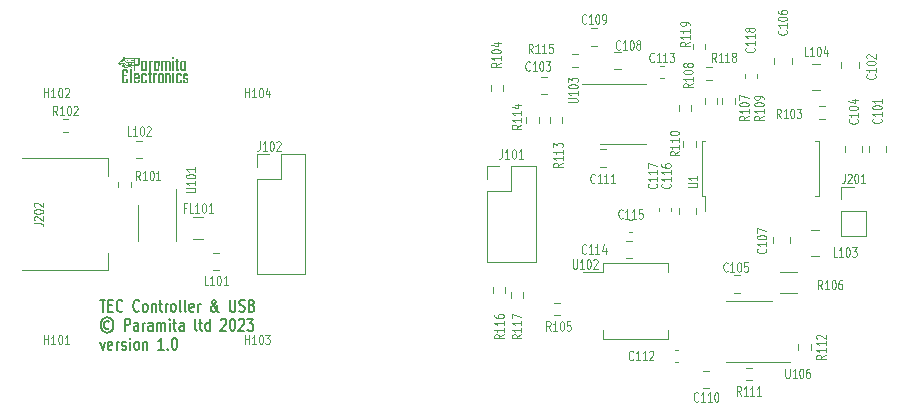
<source format=gbr>
%TF.GenerationSoftware,KiCad,Pcbnew,7.0.6-7.0.6~ubuntu22.04.1*%
%TF.CreationDate,2023-09-01T17:27:27+01:00*%
%TF.ProjectId,tec-controller,7465632d-636f-46e7-9472-6f6c6c65722e,rev?*%
%TF.SameCoordinates,Original*%
%TF.FileFunction,Legend,Top*%
%TF.FilePolarity,Positive*%
%FSLAX46Y46*%
G04 Gerber Fmt 4.6, Leading zero omitted, Abs format (unit mm)*
G04 Created by KiCad (PCBNEW 7.0.6-7.0.6~ubuntu22.04.1) date 2023-09-01 17:27:27*
%MOMM*%
%LPD*%
G01*
G04 APERTURE LIST*
%ADD10C,0.150000*%
%ADD11C,0.100000*%
%ADD12C,0.120000*%
G04 APERTURE END LIST*
D10*
X118674874Y-106749819D02*
X119132017Y-106749819D01*
X118903445Y-107749819D02*
X118903445Y-106749819D01*
X119398684Y-107226009D02*
X119665350Y-107226009D01*
X119779636Y-107749819D02*
X119398684Y-107749819D01*
X119398684Y-107749819D02*
X119398684Y-106749819D01*
X119398684Y-106749819D02*
X119779636Y-106749819D01*
X120579637Y-107654580D02*
X120541541Y-107702200D01*
X120541541Y-107702200D02*
X120427256Y-107749819D01*
X120427256Y-107749819D02*
X120351065Y-107749819D01*
X120351065Y-107749819D02*
X120236779Y-107702200D01*
X120236779Y-107702200D02*
X120160589Y-107606961D01*
X120160589Y-107606961D02*
X120122494Y-107511723D01*
X120122494Y-107511723D02*
X120084398Y-107321247D01*
X120084398Y-107321247D02*
X120084398Y-107178390D01*
X120084398Y-107178390D02*
X120122494Y-106987914D01*
X120122494Y-106987914D02*
X120160589Y-106892676D01*
X120160589Y-106892676D02*
X120236779Y-106797438D01*
X120236779Y-106797438D02*
X120351065Y-106749819D01*
X120351065Y-106749819D02*
X120427256Y-106749819D01*
X120427256Y-106749819D02*
X120541541Y-106797438D01*
X120541541Y-106797438D02*
X120579637Y-106845057D01*
X121989161Y-107654580D02*
X121951065Y-107702200D01*
X121951065Y-107702200D02*
X121836780Y-107749819D01*
X121836780Y-107749819D02*
X121760589Y-107749819D01*
X121760589Y-107749819D02*
X121646303Y-107702200D01*
X121646303Y-107702200D02*
X121570113Y-107606961D01*
X121570113Y-107606961D02*
X121532018Y-107511723D01*
X121532018Y-107511723D02*
X121493922Y-107321247D01*
X121493922Y-107321247D02*
X121493922Y-107178390D01*
X121493922Y-107178390D02*
X121532018Y-106987914D01*
X121532018Y-106987914D02*
X121570113Y-106892676D01*
X121570113Y-106892676D02*
X121646303Y-106797438D01*
X121646303Y-106797438D02*
X121760589Y-106749819D01*
X121760589Y-106749819D02*
X121836780Y-106749819D01*
X121836780Y-106749819D02*
X121951065Y-106797438D01*
X121951065Y-106797438D02*
X121989161Y-106845057D01*
X122446303Y-107749819D02*
X122370113Y-107702200D01*
X122370113Y-107702200D02*
X122332018Y-107654580D01*
X122332018Y-107654580D02*
X122293922Y-107559342D01*
X122293922Y-107559342D02*
X122293922Y-107273628D01*
X122293922Y-107273628D02*
X122332018Y-107178390D01*
X122332018Y-107178390D02*
X122370113Y-107130771D01*
X122370113Y-107130771D02*
X122446303Y-107083152D01*
X122446303Y-107083152D02*
X122560589Y-107083152D01*
X122560589Y-107083152D02*
X122636780Y-107130771D01*
X122636780Y-107130771D02*
X122674875Y-107178390D01*
X122674875Y-107178390D02*
X122712970Y-107273628D01*
X122712970Y-107273628D02*
X122712970Y-107559342D01*
X122712970Y-107559342D02*
X122674875Y-107654580D01*
X122674875Y-107654580D02*
X122636780Y-107702200D01*
X122636780Y-107702200D02*
X122560589Y-107749819D01*
X122560589Y-107749819D02*
X122446303Y-107749819D01*
X123055828Y-107083152D02*
X123055828Y-107749819D01*
X123055828Y-107178390D02*
X123093923Y-107130771D01*
X123093923Y-107130771D02*
X123170113Y-107083152D01*
X123170113Y-107083152D02*
X123284399Y-107083152D01*
X123284399Y-107083152D02*
X123360590Y-107130771D01*
X123360590Y-107130771D02*
X123398685Y-107226009D01*
X123398685Y-107226009D02*
X123398685Y-107749819D01*
X123665352Y-107083152D02*
X123970114Y-107083152D01*
X123779638Y-106749819D02*
X123779638Y-107606961D01*
X123779638Y-107606961D02*
X123817733Y-107702200D01*
X123817733Y-107702200D02*
X123893923Y-107749819D01*
X123893923Y-107749819D02*
X123970114Y-107749819D01*
X124236781Y-107749819D02*
X124236781Y-107083152D01*
X124236781Y-107273628D02*
X124274876Y-107178390D01*
X124274876Y-107178390D02*
X124312971Y-107130771D01*
X124312971Y-107130771D02*
X124389162Y-107083152D01*
X124389162Y-107083152D02*
X124465352Y-107083152D01*
X124846304Y-107749819D02*
X124770114Y-107702200D01*
X124770114Y-107702200D02*
X124732019Y-107654580D01*
X124732019Y-107654580D02*
X124693923Y-107559342D01*
X124693923Y-107559342D02*
X124693923Y-107273628D01*
X124693923Y-107273628D02*
X124732019Y-107178390D01*
X124732019Y-107178390D02*
X124770114Y-107130771D01*
X124770114Y-107130771D02*
X124846304Y-107083152D01*
X124846304Y-107083152D02*
X124960590Y-107083152D01*
X124960590Y-107083152D02*
X125036781Y-107130771D01*
X125036781Y-107130771D02*
X125074876Y-107178390D01*
X125074876Y-107178390D02*
X125112971Y-107273628D01*
X125112971Y-107273628D02*
X125112971Y-107559342D01*
X125112971Y-107559342D02*
X125074876Y-107654580D01*
X125074876Y-107654580D02*
X125036781Y-107702200D01*
X125036781Y-107702200D02*
X124960590Y-107749819D01*
X124960590Y-107749819D02*
X124846304Y-107749819D01*
X125570114Y-107749819D02*
X125493924Y-107702200D01*
X125493924Y-107702200D02*
X125455829Y-107606961D01*
X125455829Y-107606961D02*
X125455829Y-106749819D01*
X125989162Y-107749819D02*
X125912972Y-107702200D01*
X125912972Y-107702200D02*
X125874877Y-107606961D01*
X125874877Y-107606961D02*
X125874877Y-106749819D01*
X126598687Y-107702200D02*
X126522496Y-107749819D01*
X126522496Y-107749819D02*
X126370115Y-107749819D01*
X126370115Y-107749819D02*
X126293925Y-107702200D01*
X126293925Y-107702200D02*
X126255829Y-107606961D01*
X126255829Y-107606961D02*
X126255829Y-107226009D01*
X126255829Y-107226009D02*
X126293925Y-107130771D01*
X126293925Y-107130771D02*
X126370115Y-107083152D01*
X126370115Y-107083152D02*
X126522496Y-107083152D01*
X126522496Y-107083152D02*
X126598687Y-107130771D01*
X126598687Y-107130771D02*
X126636782Y-107226009D01*
X126636782Y-107226009D02*
X126636782Y-107321247D01*
X126636782Y-107321247D02*
X126255829Y-107416485D01*
X126979639Y-107749819D02*
X126979639Y-107083152D01*
X126979639Y-107273628D02*
X127017734Y-107178390D01*
X127017734Y-107178390D02*
X127055829Y-107130771D01*
X127055829Y-107130771D02*
X127132020Y-107083152D01*
X127132020Y-107083152D02*
X127208210Y-107083152D01*
X128732020Y-107749819D02*
X128693925Y-107749819D01*
X128693925Y-107749819D02*
X128617734Y-107702200D01*
X128617734Y-107702200D02*
X128503448Y-107559342D01*
X128503448Y-107559342D02*
X128312972Y-107273628D01*
X128312972Y-107273628D02*
X128236782Y-107130771D01*
X128236782Y-107130771D02*
X128198686Y-106987914D01*
X128198686Y-106987914D02*
X128198686Y-106892676D01*
X128198686Y-106892676D02*
X128236782Y-106797438D01*
X128236782Y-106797438D02*
X128312972Y-106749819D01*
X128312972Y-106749819D02*
X128351067Y-106749819D01*
X128351067Y-106749819D02*
X128427258Y-106797438D01*
X128427258Y-106797438D02*
X128465353Y-106892676D01*
X128465353Y-106892676D02*
X128465353Y-106940295D01*
X128465353Y-106940295D02*
X128427258Y-107035533D01*
X128427258Y-107035533D02*
X128389163Y-107083152D01*
X128389163Y-107083152D02*
X128160591Y-107273628D01*
X128160591Y-107273628D02*
X128122496Y-107321247D01*
X128122496Y-107321247D02*
X128084401Y-107416485D01*
X128084401Y-107416485D02*
X128084401Y-107559342D01*
X128084401Y-107559342D02*
X128122496Y-107654580D01*
X128122496Y-107654580D02*
X128160591Y-107702200D01*
X128160591Y-107702200D02*
X128236782Y-107749819D01*
X128236782Y-107749819D02*
X128351067Y-107749819D01*
X128351067Y-107749819D02*
X128427258Y-107702200D01*
X128427258Y-107702200D02*
X128465353Y-107654580D01*
X128465353Y-107654580D02*
X128579639Y-107464104D01*
X128579639Y-107464104D02*
X128617734Y-107321247D01*
X128617734Y-107321247D02*
X128617734Y-107226009D01*
X129684401Y-106749819D02*
X129684401Y-107559342D01*
X129684401Y-107559342D02*
X129722496Y-107654580D01*
X129722496Y-107654580D02*
X129760591Y-107702200D01*
X129760591Y-107702200D02*
X129836782Y-107749819D01*
X129836782Y-107749819D02*
X129989163Y-107749819D01*
X129989163Y-107749819D02*
X130065353Y-107702200D01*
X130065353Y-107702200D02*
X130103448Y-107654580D01*
X130103448Y-107654580D02*
X130141544Y-107559342D01*
X130141544Y-107559342D02*
X130141544Y-106749819D01*
X130484400Y-107702200D02*
X130598686Y-107749819D01*
X130598686Y-107749819D02*
X130789162Y-107749819D01*
X130789162Y-107749819D02*
X130865353Y-107702200D01*
X130865353Y-107702200D02*
X130903448Y-107654580D01*
X130903448Y-107654580D02*
X130941543Y-107559342D01*
X130941543Y-107559342D02*
X130941543Y-107464104D01*
X130941543Y-107464104D02*
X130903448Y-107368866D01*
X130903448Y-107368866D02*
X130865353Y-107321247D01*
X130865353Y-107321247D02*
X130789162Y-107273628D01*
X130789162Y-107273628D02*
X130636781Y-107226009D01*
X130636781Y-107226009D02*
X130560591Y-107178390D01*
X130560591Y-107178390D02*
X130522496Y-107130771D01*
X130522496Y-107130771D02*
X130484400Y-107035533D01*
X130484400Y-107035533D02*
X130484400Y-106940295D01*
X130484400Y-106940295D02*
X130522496Y-106845057D01*
X130522496Y-106845057D02*
X130560591Y-106797438D01*
X130560591Y-106797438D02*
X130636781Y-106749819D01*
X130636781Y-106749819D02*
X130827258Y-106749819D01*
X130827258Y-106749819D02*
X130941543Y-106797438D01*
X131551067Y-107226009D02*
X131665353Y-107273628D01*
X131665353Y-107273628D02*
X131703448Y-107321247D01*
X131703448Y-107321247D02*
X131741544Y-107416485D01*
X131741544Y-107416485D02*
X131741544Y-107559342D01*
X131741544Y-107559342D02*
X131703448Y-107654580D01*
X131703448Y-107654580D02*
X131665353Y-107702200D01*
X131665353Y-107702200D02*
X131589163Y-107749819D01*
X131589163Y-107749819D02*
X131284401Y-107749819D01*
X131284401Y-107749819D02*
X131284401Y-106749819D01*
X131284401Y-106749819D02*
X131551067Y-106749819D01*
X131551067Y-106749819D02*
X131627258Y-106797438D01*
X131627258Y-106797438D02*
X131665353Y-106845057D01*
X131665353Y-106845057D02*
X131703448Y-106940295D01*
X131703448Y-106940295D02*
X131703448Y-107035533D01*
X131703448Y-107035533D02*
X131665353Y-107130771D01*
X131665353Y-107130771D02*
X131627258Y-107178390D01*
X131627258Y-107178390D02*
X131551067Y-107226009D01*
X131551067Y-107226009D02*
X131284401Y-107226009D01*
X119436779Y-108597914D02*
X119360588Y-108550295D01*
X119360588Y-108550295D02*
X119208207Y-108550295D01*
X119208207Y-108550295D02*
X119132017Y-108597914D01*
X119132017Y-108597914D02*
X119055826Y-108693152D01*
X119055826Y-108693152D02*
X119017731Y-108788390D01*
X119017731Y-108788390D02*
X119017731Y-108978866D01*
X119017731Y-108978866D02*
X119055826Y-109074104D01*
X119055826Y-109074104D02*
X119132017Y-109169342D01*
X119132017Y-109169342D02*
X119208207Y-109216961D01*
X119208207Y-109216961D02*
X119360588Y-109216961D01*
X119360588Y-109216961D02*
X119436779Y-109169342D01*
X119284398Y-108216961D02*
X119093922Y-108264580D01*
X119093922Y-108264580D02*
X118903445Y-108407438D01*
X118903445Y-108407438D02*
X118789160Y-108645533D01*
X118789160Y-108645533D02*
X118751064Y-108883628D01*
X118751064Y-108883628D02*
X118789160Y-109121723D01*
X118789160Y-109121723D02*
X118903445Y-109359819D01*
X118903445Y-109359819D02*
X119093922Y-109502676D01*
X119093922Y-109502676D02*
X119284398Y-109550295D01*
X119284398Y-109550295D02*
X119474874Y-109502676D01*
X119474874Y-109502676D02*
X119665350Y-109359819D01*
X119665350Y-109359819D02*
X119779636Y-109121723D01*
X119779636Y-109121723D02*
X119817731Y-108883628D01*
X119817731Y-108883628D02*
X119779636Y-108645533D01*
X119779636Y-108645533D02*
X119665350Y-108407438D01*
X119665350Y-108407438D02*
X119474874Y-108264580D01*
X119474874Y-108264580D02*
X119284398Y-108216961D01*
X120770113Y-109359819D02*
X120770113Y-108359819D01*
X120770113Y-108359819D02*
X121074875Y-108359819D01*
X121074875Y-108359819D02*
X121151065Y-108407438D01*
X121151065Y-108407438D02*
X121189160Y-108455057D01*
X121189160Y-108455057D02*
X121227256Y-108550295D01*
X121227256Y-108550295D02*
X121227256Y-108693152D01*
X121227256Y-108693152D02*
X121189160Y-108788390D01*
X121189160Y-108788390D02*
X121151065Y-108836009D01*
X121151065Y-108836009D02*
X121074875Y-108883628D01*
X121074875Y-108883628D02*
X120770113Y-108883628D01*
X121912970Y-109359819D02*
X121912970Y-108836009D01*
X121912970Y-108836009D02*
X121874875Y-108740771D01*
X121874875Y-108740771D02*
X121798684Y-108693152D01*
X121798684Y-108693152D02*
X121646303Y-108693152D01*
X121646303Y-108693152D02*
X121570113Y-108740771D01*
X121912970Y-109312200D02*
X121836779Y-109359819D01*
X121836779Y-109359819D02*
X121646303Y-109359819D01*
X121646303Y-109359819D02*
X121570113Y-109312200D01*
X121570113Y-109312200D02*
X121532017Y-109216961D01*
X121532017Y-109216961D02*
X121532017Y-109121723D01*
X121532017Y-109121723D02*
X121570113Y-109026485D01*
X121570113Y-109026485D02*
X121646303Y-108978866D01*
X121646303Y-108978866D02*
X121836779Y-108978866D01*
X121836779Y-108978866D02*
X121912970Y-108931247D01*
X122293923Y-109359819D02*
X122293923Y-108693152D01*
X122293923Y-108883628D02*
X122332018Y-108788390D01*
X122332018Y-108788390D02*
X122370113Y-108740771D01*
X122370113Y-108740771D02*
X122446304Y-108693152D01*
X122446304Y-108693152D02*
X122522494Y-108693152D01*
X123132018Y-109359819D02*
X123132018Y-108836009D01*
X123132018Y-108836009D02*
X123093923Y-108740771D01*
X123093923Y-108740771D02*
X123017732Y-108693152D01*
X123017732Y-108693152D02*
X122865351Y-108693152D01*
X122865351Y-108693152D02*
X122789161Y-108740771D01*
X123132018Y-109312200D02*
X123055827Y-109359819D01*
X123055827Y-109359819D02*
X122865351Y-109359819D01*
X122865351Y-109359819D02*
X122789161Y-109312200D01*
X122789161Y-109312200D02*
X122751065Y-109216961D01*
X122751065Y-109216961D02*
X122751065Y-109121723D01*
X122751065Y-109121723D02*
X122789161Y-109026485D01*
X122789161Y-109026485D02*
X122865351Y-108978866D01*
X122865351Y-108978866D02*
X123055827Y-108978866D01*
X123055827Y-108978866D02*
X123132018Y-108931247D01*
X123512971Y-109359819D02*
X123512971Y-108693152D01*
X123512971Y-108788390D02*
X123551066Y-108740771D01*
X123551066Y-108740771D02*
X123627256Y-108693152D01*
X123627256Y-108693152D02*
X123741542Y-108693152D01*
X123741542Y-108693152D02*
X123817733Y-108740771D01*
X123817733Y-108740771D02*
X123855828Y-108836009D01*
X123855828Y-108836009D02*
X123855828Y-109359819D01*
X123855828Y-108836009D02*
X123893923Y-108740771D01*
X123893923Y-108740771D02*
X123970114Y-108693152D01*
X123970114Y-108693152D02*
X124084399Y-108693152D01*
X124084399Y-108693152D02*
X124160590Y-108740771D01*
X124160590Y-108740771D02*
X124198685Y-108836009D01*
X124198685Y-108836009D02*
X124198685Y-109359819D01*
X124579638Y-109359819D02*
X124579638Y-108693152D01*
X124579638Y-108359819D02*
X124541542Y-108407438D01*
X124541542Y-108407438D02*
X124579638Y-108455057D01*
X124579638Y-108455057D02*
X124617733Y-108407438D01*
X124617733Y-108407438D02*
X124579638Y-108359819D01*
X124579638Y-108359819D02*
X124579638Y-108455057D01*
X124846304Y-108693152D02*
X125151066Y-108693152D01*
X124960590Y-108359819D02*
X124960590Y-109216961D01*
X124960590Y-109216961D02*
X124998685Y-109312200D01*
X124998685Y-109312200D02*
X125074875Y-109359819D01*
X125074875Y-109359819D02*
X125151066Y-109359819D01*
X125760590Y-109359819D02*
X125760590Y-108836009D01*
X125760590Y-108836009D02*
X125722495Y-108740771D01*
X125722495Y-108740771D02*
X125646304Y-108693152D01*
X125646304Y-108693152D02*
X125493923Y-108693152D01*
X125493923Y-108693152D02*
X125417733Y-108740771D01*
X125760590Y-109312200D02*
X125684399Y-109359819D01*
X125684399Y-109359819D02*
X125493923Y-109359819D01*
X125493923Y-109359819D02*
X125417733Y-109312200D01*
X125417733Y-109312200D02*
X125379637Y-109216961D01*
X125379637Y-109216961D02*
X125379637Y-109121723D01*
X125379637Y-109121723D02*
X125417733Y-109026485D01*
X125417733Y-109026485D02*
X125493923Y-108978866D01*
X125493923Y-108978866D02*
X125684399Y-108978866D01*
X125684399Y-108978866D02*
X125760590Y-108931247D01*
X126865352Y-109359819D02*
X126789162Y-109312200D01*
X126789162Y-109312200D02*
X126751067Y-109216961D01*
X126751067Y-109216961D02*
X126751067Y-108359819D01*
X127055829Y-108693152D02*
X127360591Y-108693152D01*
X127170115Y-108359819D02*
X127170115Y-109216961D01*
X127170115Y-109216961D02*
X127208210Y-109312200D01*
X127208210Y-109312200D02*
X127284400Y-109359819D01*
X127284400Y-109359819D02*
X127360591Y-109359819D01*
X127970115Y-109359819D02*
X127970115Y-108359819D01*
X127970115Y-109312200D02*
X127893924Y-109359819D01*
X127893924Y-109359819D02*
X127741543Y-109359819D01*
X127741543Y-109359819D02*
X127665353Y-109312200D01*
X127665353Y-109312200D02*
X127627258Y-109264580D01*
X127627258Y-109264580D02*
X127589162Y-109169342D01*
X127589162Y-109169342D02*
X127589162Y-108883628D01*
X127589162Y-108883628D02*
X127627258Y-108788390D01*
X127627258Y-108788390D02*
X127665353Y-108740771D01*
X127665353Y-108740771D02*
X127741543Y-108693152D01*
X127741543Y-108693152D02*
X127893924Y-108693152D01*
X127893924Y-108693152D02*
X127970115Y-108740771D01*
X128922496Y-108455057D02*
X128960592Y-108407438D01*
X128960592Y-108407438D02*
X129036782Y-108359819D01*
X129036782Y-108359819D02*
X129227258Y-108359819D01*
X129227258Y-108359819D02*
X129303449Y-108407438D01*
X129303449Y-108407438D02*
X129341544Y-108455057D01*
X129341544Y-108455057D02*
X129379639Y-108550295D01*
X129379639Y-108550295D02*
X129379639Y-108645533D01*
X129379639Y-108645533D02*
X129341544Y-108788390D01*
X129341544Y-108788390D02*
X128884401Y-109359819D01*
X128884401Y-109359819D02*
X129379639Y-109359819D01*
X129874878Y-108359819D02*
X129951068Y-108359819D01*
X129951068Y-108359819D02*
X130027259Y-108407438D01*
X130027259Y-108407438D02*
X130065354Y-108455057D01*
X130065354Y-108455057D02*
X130103449Y-108550295D01*
X130103449Y-108550295D02*
X130141544Y-108740771D01*
X130141544Y-108740771D02*
X130141544Y-108978866D01*
X130141544Y-108978866D02*
X130103449Y-109169342D01*
X130103449Y-109169342D02*
X130065354Y-109264580D01*
X130065354Y-109264580D02*
X130027259Y-109312200D01*
X130027259Y-109312200D02*
X129951068Y-109359819D01*
X129951068Y-109359819D02*
X129874878Y-109359819D01*
X129874878Y-109359819D02*
X129798687Y-109312200D01*
X129798687Y-109312200D02*
X129760592Y-109264580D01*
X129760592Y-109264580D02*
X129722497Y-109169342D01*
X129722497Y-109169342D02*
X129684401Y-108978866D01*
X129684401Y-108978866D02*
X129684401Y-108740771D01*
X129684401Y-108740771D02*
X129722497Y-108550295D01*
X129722497Y-108550295D02*
X129760592Y-108455057D01*
X129760592Y-108455057D02*
X129798687Y-108407438D01*
X129798687Y-108407438D02*
X129874878Y-108359819D01*
X130446306Y-108455057D02*
X130484402Y-108407438D01*
X130484402Y-108407438D02*
X130560592Y-108359819D01*
X130560592Y-108359819D02*
X130751068Y-108359819D01*
X130751068Y-108359819D02*
X130827259Y-108407438D01*
X130827259Y-108407438D02*
X130865354Y-108455057D01*
X130865354Y-108455057D02*
X130903449Y-108550295D01*
X130903449Y-108550295D02*
X130903449Y-108645533D01*
X130903449Y-108645533D02*
X130865354Y-108788390D01*
X130865354Y-108788390D02*
X130408211Y-109359819D01*
X130408211Y-109359819D02*
X130903449Y-109359819D01*
X131170116Y-108359819D02*
X131665354Y-108359819D01*
X131665354Y-108359819D02*
X131398688Y-108740771D01*
X131398688Y-108740771D02*
X131512973Y-108740771D01*
X131512973Y-108740771D02*
X131589164Y-108788390D01*
X131589164Y-108788390D02*
X131627259Y-108836009D01*
X131627259Y-108836009D02*
X131665354Y-108931247D01*
X131665354Y-108931247D02*
X131665354Y-109169342D01*
X131665354Y-109169342D02*
X131627259Y-109264580D01*
X131627259Y-109264580D02*
X131589164Y-109312200D01*
X131589164Y-109312200D02*
X131512973Y-109359819D01*
X131512973Y-109359819D02*
X131284402Y-109359819D01*
X131284402Y-109359819D02*
X131208211Y-109312200D01*
X131208211Y-109312200D02*
X131170116Y-109264580D01*
X118712969Y-110303152D02*
X118903445Y-110969819D01*
X118903445Y-110969819D02*
X119093922Y-110303152D01*
X119703446Y-110922200D02*
X119627255Y-110969819D01*
X119627255Y-110969819D02*
X119474874Y-110969819D01*
X119474874Y-110969819D02*
X119398684Y-110922200D01*
X119398684Y-110922200D02*
X119360588Y-110826961D01*
X119360588Y-110826961D02*
X119360588Y-110446009D01*
X119360588Y-110446009D02*
X119398684Y-110350771D01*
X119398684Y-110350771D02*
X119474874Y-110303152D01*
X119474874Y-110303152D02*
X119627255Y-110303152D01*
X119627255Y-110303152D02*
X119703446Y-110350771D01*
X119703446Y-110350771D02*
X119741541Y-110446009D01*
X119741541Y-110446009D02*
X119741541Y-110541247D01*
X119741541Y-110541247D02*
X119360588Y-110636485D01*
X120084398Y-110969819D02*
X120084398Y-110303152D01*
X120084398Y-110493628D02*
X120122493Y-110398390D01*
X120122493Y-110398390D02*
X120160588Y-110350771D01*
X120160588Y-110350771D02*
X120236779Y-110303152D01*
X120236779Y-110303152D02*
X120312969Y-110303152D01*
X120541540Y-110922200D02*
X120617731Y-110969819D01*
X120617731Y-110969819D02*
X120770112Y-110969819D01*
X120770112Y-110969819D02*
X120846302Y-110922200D01*
X120846302Y-110922200D02*
X120884398Y-110826961D01*
X120884398Y-110826961D02*
X120884398Y-110779342D01*
X120884398Y-110779342D02*
X120846302Y-110684104D01*
X120846302Y-110684104D02*
X120770112Y-110636485D01*
X120770112Y-110636485D02*
X120655826Y-110636485D01*
X120655826Y-110636485D02*
X120579636Y-110588866D01*
X120579636Y-110588866D02*
X120541540Y-110493628D01*
X120541540Y-110493628D02*
X120541540Y-110446009D01*
X120541540Y-110446009D02*
X120579636Y-110350771D01*
X120579636Y-110350771D02*
X120655826Y-110303152D01*
X120655826Y-110303152D02*
X120770112Y-110303152D01*
X120770112Y-110303152D02*
X120846302Y-110350771D01*
X121227255Y-110969819D02*
X121227255Y-110303152D01*
X121227255Y-109969819D02*
X121189159Y-110017438D01*
X121189159Y-110017438D02*
X121227255Y-110065057D01*
X121227255Y-110065057D02*
X121265350Y-110017438D01*
X121265350Y-110017438D02*
X121227255Y-109969819D01*
X121227255Y-109969819D02*
X121227255Y-110065057D01*
X121722492Y-110969819D02*
X121646302Y-110922200D01*
X121646302Y-110922200D02*
X121608207Y-110874580D01*
X121608207Y-110874580D02*
X121570111Y-110779342D01*
X121570111Y-110779342D02*
X121570111Y-110493628D01*
X121570111Y-110493628D02*
X121608207Y-110398390D01*
X121608207Y-110398390D02*
X121646302Y-110350771D01*
X121646302Y-110350771D02*
X121722492Y-110303152D01*
X121722492Y-110303152D02*
X121836778Y-110303152D01*
X121836778Y-110303152D02*
X121912969Y-110350771D01*
X121912969Y-110350771D02*
X121951064Y-110398390D01*
X121951064Y-110398390D02*
X121989159Y-110493628D01*
X121989159Y-110493628D02*
X121989159Y-110779342D01*
X121989159Y-110779342D02*
X121951064Y-110874580D01*
X121951064Y-110874580D02*
X121912969Y-110922200D01*
X121912969Y-110922200D02*
X121836778Y-110969819D01*
X121836778Y-110969819D02*
X121722492Y-110969819D01*
X122332017Y-110303152D02*
X122332017Y-110969819D01*
X122332017Y-110398390D02*
X122370112Y-110350771D01*
X122370112Y-110350771D02*
X122446302Y-110303152D01*
X122446302Y-110303152D02*
X122560588Y-110303152D01*
X122560588Y-110303152D02*
X122636779Y-110350771D01*
X122636779Y-110350771D02*
X122674874Y-110446009D01*
X122674874Y-110446009D02*
X122674874Y-110969819D01*
X124084398Y-110969819D02*
X123627255Y-110969819D01*
X123855827Y-110969819D02*
X123855827Y-109969819D01*
X123855827Y-109969819D02*
X123779636Y-110112676D01*
X123779636Y-110112676D02*
X123703446Y-110207914D01*
X123703446Y-110207914D02*
X123627255Y-110255533D01*
X124427256Y-110874580D02*
X124465351Y-110922200D01*
X124465351Y-110922200D02*
X124427256Y-110969819D01*
X124427256Y-110969819D02*
X124389160Y-110922200D01*
X124389160Y-110922200D02*
X124427256Y-110874580D01*
X124427256Y-110874580D02*
X124427256Y-110969819D01*
X124960589Y-109969819D02*
X125036779Y-109969819D01*
X125036779Y-109969819D02*
X125112970Y-110017438D01*
X125112970Y-110017438D02*
X125151065Y-110065057D01*
X125151065Y-110065057D02*
X125189160Y-110160295D01*
X125189160Y-110160295D02*
X125227255Y-110350771D01*
X125227255Y-110350771D02*
X125227255Y-110588866D01*
X125227255Y-110588866D02*
X125189160Y-110779342D01*
X125189160Y-110779342D02*
X125151065Y-110874580D01*
X125151065Y-110874580D02*
X125112970Y-110922200D01*
X125112970Y-110922200D02*
X125036779Y-110969819D01*
X125036779Y-110969819D02*
X124960589Y-110969819D01*
X124960589Y-110969819D02*
X124884398Y-110922200D01*
X124884398Y-110922200D02*
X124846303Y-110874580D01*
X124846303Y-110874580D02*
X124808208Y-110779342D01*
X124808208Y-110779342D02*
X124770112Y-110588866D01*
X124770112Y-110588866D02*
X124770112Y-110350771D01*
X124770112Y-110350771D02*
X124808208Y-110160295D01*
X124808208Y-110160295D02*
X124846303Y-110065057D01*
X124846303Y-110065057D02*
X124884398Y-110017438D01*
X124884398Y-110017438D02*
X124960589Y-109969819D01*
D11*
X156828571Y-109364895D02*
X156628571Y-108983942D01*
X156485714Y-109364895D02*
X156485714Y-108564895D01*
X156485714Y-108564895D02*
X156714285Y-108564895D01*
X156714285Y-108564895D02*
X156771428Y-108602990D01*
X156771428Y-108602990D02*
X156799999Y-108641085D01*
X156799999Y-108641085D02*
X156828571Y-108717276D01*
X156828571Y-108717276D02*
X156828571Y-108831561D01*
X156828571Y-108831561D02*
X156799999Y-108907752D01*
X156799999Y-108907752D02*
X156771428Y-108945847D01*
X156771428Y-108945847D02*
X156714285Y-108983942D01*
X156714285Y-108983942D02*
X156485714Y-108983942D01*
X157399999Y-109364895D02*
X157057142Y-109364895D01*
X157228571Y-109364895D02*
X157228571Y-108564895D01*
X157228571Y-108564895D02*
X157171428Y-108679180D01*
X157171428Y-108679180D02*
X157114285Y-108755371D01*
X157114285Y-108755371D02*
X157057142Y-108793466D01*
X157771428Y-108564895D02*
X157828571Y-108564895D01*
X157828571Y-108564895D02*
X157885714Y-108602990D01*
X157885714Y-108602990D02*
X157914286Y-108641085D01*
X157914286Y-108641085D02*
X157942857Y-108717276D01*
X157942857Y-108717276D02*
X157971428Y-108869657D01*
X157971428Y-108869657D02*
X157971428Y-109060133D01*
X157971428Y-109060133D02*
X157942857Y-109212514D01*
X157942857Y-109212514D02*
X157914286Y-109288704D01*
X157914286Y-109288704D02*
X157885714Y-109326800D01*
X157885714Y-109326800D02*
X157828571Y-109364895D01*
X157828571Y-109364895D02*
X157771428Y-109364895D01*
X157771428Y-109364895D02*
X157714286Y-109326800D01*
X157714286Y-109326800D02*
X157685714Y-109288704D01*
X157685714Y-109288704D02*
X157657143Y-109212514D01*
X157657143Y-109212514D02*
X157628571Y-109060133D01*
X157628571Y-109060133D02*
X157628571Y-108869657D01*
X157628571Y-108869657D02*
X157657143Y-108717276D01*
X157657143Y-108717276D02*
X157685714Y-108641085D01*
X157685714Y-108641085D02*
X157714286Y-108602990D01*
X157714286Y-108602990D02*
X157771428Y-108564895D01*
X158514286Y-108564895D02*
X158228572Y-108564895D01*
X158228572Y-108564895D02*
X158200000Y-108945847D01*
X158200000Y-108945847D02*
X158228572Y-108907752D01*
X158228572Y-108907752D02*
X158285715Y-108869657D01*
X158285715Y-108869657D02*
X158428572Y-108869657D01*
X158428572Y-108869657D02*
X158485715Y-108907752D01*
X158485715Y-108907752D02*
X158514286Y-108945847D01*
X158514286Y-108945847D02*
X158542857Y-109022038D01*
X158542857Y-109022038D02*
X158542857Y-109212514D01*
X158542857Y-109212514D02*
X158514286Y-109288704D01*
X158514286Y-109288704D02*
X158485715Y-109326800D01*
X158485715Y-109326800D02*
X158428572Y-109364895D01*
X158428572Y-109364895D02*
X158285715Y-109364895D01*
X158285715Y-109364895D02*
X158228572Y-109326800D01*
X158228572Y-109326800D02*
X158200000Y-109288704D01*
X113971428Y-89614895D02*
X113971428Y-88814895D01*
X113971428Y-89195847D02*
X114314285Y-89195847D01*
X114314285Y-89614895D02*
X114314285Y-88814895D01*
X114914284Y-89614895D02*
X114571427Y-89614895D01*
X114742856Y-89614895D02*
X114742856Y-88814895D01*
X114742856Y-88814895D02*
X114685713Y-88929180D01*
X114685713Y-88929180D02*
X114628570Y-89005371D01*
X114628570Y-89005371D02*
X114571427Y-89043466D01*
X115285713Y-88814895D02*
X115342856Y-88814895D01*
X115342856Y-88814895D02*
X115399999Y-88852990D01*
X115399999Y-88852990D02*
X115428571Y-88891085D01*
X115428571Y-88891085D02*
X115457142Y-88967276D01*
X115457142Y-88967276D02*
X115485713Y-89119657D01*
X115485713Y-89119657D02*
X115485713Y-89310133D01*
X115485713Y-89310133D02*
X115457142Y-89462514D01*
X115457142Y-89462514D02*
X115428571Y-89538704D01*
X115428571Y-89538704D02*
X115399999Y-89576800D01*
X115399999Y-89576800D02*
X115342856Y-89614895D01*
X115342856Y-89614895D02*
X115285713Y-89614895D01*
X115285713Y-89614895D02*
X115228571Y-89576800D01*
X115228571Y-89576800D02*
X115199999Y-89538704D01*
X115199999Y-89538704D02*
X115171428Y-89462514D01*
X115171428Y-89462514D02*
X115142856Y-89310133D01*
X115142856Y-89310133D02*
X115142856Y-89119657D01*
X115142856Y-89119657D02*
X115171428Y-88967276D01*
X115171428Y-88967276D02*
X115199999Y-88891085D01*
X115199999Y-88891085D02*
X115228571Y-88852990D01*
X115228571Y-88852990D02*
X115285713Y-88814895D01*
X115714285Y-88891085D02*
X115742857Y-88852990D01*
X115742857Y-88852990D02*
X115800000Y-88814895D01*
X115800000Y-88814895D02*
X115942857Y-88814895D01*
X115942857Y-88814895D02*
X116000000Y-88852990D01*
X116000000Y-88852990D02*
X116028571Y-88891085D01*
X116028571Y-88891085D02*
X116057142Y-88967276D01*
X116057142Y-88967276D02*
X116057142Y-89043466D01*
X116057142Y-89043466D02*
X116028571Y-89157752D01*
X116028571Y-89157752D02*
X115685714Y-89614895D01*
X115685714Y-89614895D02*
X116057142Y-89614895D01*
X152728570Y-94004895D02*
X152728570Y-94576323D01*
X152728570Y-94576323D02*
X152699999Y-94690609D01*
X152699999Y-94690609D02*
X152642856Y-94766800D01*
X152642856Y-94766800D02*
X152557142Y-94804895D01*
X152557142Y-94804895D02*
X152499999Y-94804895D01*
X153328570Y-94804895D02*
X152985713Y-94804895D01*
X153157142Y-94804895D02*
X153157142Y-94004895D01*
X153157142Y-94004895D02*
X153099999Y-94119180D01*
X153099999Y-94119180D02*
X153042856Y-94195371D01*
X153042856Y-94195371D02*
X152985713Y-94233466D01*
X153699999Y-94004895D02*
X153757142Y-94004895D01*
X153757142Y-94004895D02*
X153814285Y-94042990D01*
X153814285Y-94042990D02*
X153842857Y-94081085D01*
X153842857Y-94081085D02*
X153871428Y-94157276D01*
X153871428Y-94157276D02*
X153899999Y-94309657D01*
X153899999Y-94309657D02*
X153899999Y-94500133D01*
X153899999Y-94500133D02*
X153871428Y-94652514D01*
X153871428Y-94652514D02*
X153842857Y-94728704D01*
X153842857Y-94728704D02*
X153814285Y-94766800D01*
X153814285Y-94766800D02*
X153757142Y-94804895D01*
X153757142Y-94804895D02*
X153699999Y-94804895D01*
X153699999Y-94804895D02*
X153642857Y-94766800D01*
X153642857Y-94766800D02*
X153614285Y-94728704D01*
X153614285Y-94728704D02*
X153585714Y-94652514D01*
X153585714Y-94652514D02*
X153557142Y-94500133D01*
X153557142Y-94500133D02*
X153557142Y-94309657D01*
X153557142Y-94309657D02*
X153585714Y-94157276D01*
X153585714Y-94157276D02*
X153614285Y-94081085D01*
X153614285Y-94081085D02*
X153642857Y-94042990D01*
X153642857Y-94042990D02*
X153699999Y-94004895D01*
X154471428Y-94804895D02*
X154128571Y-94804895D01*
X154300000Y-94804895D02*
X154300000Y-94004895D01*
X154300000Y-94004895D02*
X154242857Y-94119180D01*
X154242857Y-94119180D02*
X154185714Y-94195371D01*
X154185714Y-94195371D02*
X154128571Y-94233466D01*
X171828571Y-104288704D02*
X171799999Y-104326800D01*
X171799999Y-104326800D02*
X171714285Y-104364895D01*
X171714285Y-104364895D02*
X171657142Y-104364895D01*
X171657142Y-104364895D02*
X171571428Y-104326800D01*
X171571428Y-104326800D02*
X171514285Y-104250609D01*
X171514285Y-104250609D02*
X171485714Y-104174419D01*
X171485714Y-104174419D02*
X171457142Y-104022038D01*
X171457142Y-104022038D02*
X171457142Y-103907752D01*
X171457142Y-103907752D02*
X171485714Y-103755371D01*
X171485714Y-103755371D02*
X171514285Y-103679180D01*
X171514285Y-103679180D02*
X171571428Y-103602990D01*
X171571428Y-103602990D02*
X171657142Y-103564895D01*
X171657142Y-103564895D02*
X171714285Y-103564895D01*
X171714285Y-103564895D02*
X171799999Y-103602990D01*
X171799999Y-103602990D02*
X171828571Y-103641085D01*
X172399999Y-104364895D02*
X172057142Y-104364895D01*
X172228571Y-104364895D02*
X172228571Y-103564895D01*
X172228571Y-103564895D02*
X172171428Y-103679180D01*
X172171428Y-103679180D02*
X172114285Y-103755371D01*
X172114285Y-103755371D02*
X172057142Y-103793466D01*
X172771428Y-103564895D02*
X172828571Y-103564895D01*
X172828571Y-103564895D02*
X172885714Y-103602990D01*
X172885714Y-103602990D02*
X172914286Y-103641085D01*
X172914286Y-103641085D02*
X172942857Y-103717276D01*
X172942857Y-103717276D02*
X172971428Y-103869657D01*
X172971428Y-103869657D02*
X172971428Y-104060133D01*
X172971428Y-104060133D02*
X172942857Y-104212514D01*
X172942857Y-104212514D02*
X172914286Y-104288704D01*
X172914286Y-104288704D02*
X172885714Y-104326800D01*
X172885714Y-104326800D02*
X172828571Y-104364895D01*
X172828571Y-104364895D02*
X172771428Y-104364895D01*
X172771428Y-104364895D02*
X172714286Y-104326800D01*
X172714286Y-104326800D02*
X172685714Y-104288704D01*
X172685714Y-104288704D02*
X172657143Y-104212514D01*
X172657143Y-104212514D02*
X172628571Y-104060133D01*
X172628571Y-104060133D02*
X172628571Y-103869657D01*
X172628571Y-103869657D02*
X172657143Y-103717276D01*
X172657143Y-103717276D02*
X172685714Y-103641085D01*
X172685714Y-103641085D02*
X172714286Y-103602990D01*
X172714286Y-103602990D02*
X172771428Y-103564895D01*
X173514286Y-103564895D02*
X173228572Y-103564895D01*
X173228572Y-103564895D02*
X173200000Y-103945847D01*
X173200000Y-103945847D02*
X173228572Y-103907752D01*
X173228572Y-103907752D02*
X173285715Y-103869657D01*
X173285715Y-103869657D02*
X173428572Y-103869657D01*
X173428572Y-103869657D02*
X173485715Y-103907752D01*
X173485715Y-103907752D02*
X173514286Y-103945847D01*
X173514286Y-103945847D02*
X173542857Y-104022038D01*
X173542857Y-104022038D02*
X173542857Y-104212514D01*
X173542857Y-104212514D02*
X173514286Y-104288704D01*
X173514286Y-104288704D02*
X173485715Y-104326800D01*
X173485715Y-104326800D02*
X173428572Y-104364895D01*
X173428572Y-104364895D02*
X173285715Y-104364895D01*
X173285715Y-104364895D02*
X173228572Y-104326800D01*
X173228572Y-104326800D02*
X173200000Y-104288704D01*
X125964895Y-97628571D02*
X126612514Y-97628571D01*
X126612514Y-97628571D02*
X126688704Y-97600000D01*
X126688704Y-97600000D02*
X126726800Y-97571429D01*
X126726800Y-97571429D02*
X126764895Y-97514286D01*
X126764895Y-97514286D02*
X126764895Y-97400000D01*
X126764895Y-97400000D02*
X126726800Y-97342857D01*
X126726800Y-97342857D02*
X126688704Y-97314286D01*
X126688704Y-97314286D02*
X126612514Y-97285714D01*
X126612514Y-97285714D02*
X125964895Y-97285714D01*
X126764895Y-96685715D02*
X126764895Y-97028572D01*
X126764895Y-96857143D02*
X125964895Y-96857143D01*
X125964895Y-96857143D02*
X126079180Y-96914286D01*
X126079180Y-96914286D02*
X126155371Y-96971429D01*
X126155371Y-96971429D02*
X126193466Y-97028572D01*
X125964895Y-96314286D02*
X125964895Y-96257143D01*
X125964895Y-96257143D02*
X126002990Y-96200000D01*
X126002990Y-96200000D02*
X126041085Y-96171429D01*
X126041085Y-96171429D02*
X126117276Y-96142857D01*
X126117276Y-96142857D02*
X126269657Y-96114286D01*
X126269657Y-96114286D02*
X126460133Y-96114286D01*
X126460133Y-96114286D02*
X126612514Y-96142857D01*
X126612514Y-96142857D02*
X126688704Y-96171429D01*
X126688704Y-96171429D02*
X126726800Y-96200000D01*
X126726800Y-96200000D02*
X126764895Y-96257143D01*
X126764895Y-96257143D02*
X126764895Y-96314286D01*
X126764895Y-96314286D02*
X126726800Y-96371429D01*
X126726800Y-96371429D02*
X126688704Y-96400000D01*
X126688704Y-96400000D02*
X126612514Y-96428571D01*
X126612514Y-96428571D02*
X126460133Y-96457143D01*
X126460133Y-96457143D02*
X126269657Y-96457143D01*
X126269657Y-96457143D02*
X126117276Y-96428571D01*
X126117276Y-96428571D02*
X126041085Y-96400000D01*
X126041085Y-96400000D02*
X126002990Y-96371429D01*
X126002990Y-96371429D02*
X125964895Y-96314286D01*
X126764895Y-95542857D02*
X126764895Y-95885714D01*
X126764895Y-95714285D02*
X125964895Y-95714285D01*
X125964895Y-95714285D02*
X126079180Y-95771428D01*
X126079180Y-95771428D02*
X126155371Y-95828571D01*
X126155371Y-95828571D02*
X126193466Y-95885714D01*
X162928571Y-99788704D02*
X162899999Y-99826800D01*
X162899999Y-99826800D02*
X162814285Y-99864895D01*
X162814285Y-99864895D02*
X162757142Y-99864895D01*
X162757142Y-99864895D02*
X162671428Y-99826800D01*
X162671428Y-99826800D02*
X162614285Y-99750609D01*
X162614285Y-99750609D02*
X162585714Y-99674419D01*
X162585714Y-99674419D02*
X162557142Y-99522038D01*
X162557142Y-99522038D02*
X162557142Y-99407752D01*
X162557142Y-99407752D02*
X162585714Y-99255371D01*
X162585714Y-99255371D02*
X162614285Y-99179180D01*
X162614285Y-99179180D02*
X162671428Y-99102990D01*
X162671428Y-99102990D02*
X162757142Y-99064895D01*
X162757142Y-99064895D02*
X162814285Y-99064895D01*
X162814285Y-99064895D02*
X162899999Y-99102990D01*
X162899999Y-99102990D02*
X162928571Y-99141085D01*
X163499999Y-99864895D02*
X163157142Y-99864895D01*
X163328571Y-99864895D02*
X163328571Y-99064895D01*
X163328571Y-99064895D02*
X163271428Y-99179180D01*
X163271428Y-99179180D02*
X163214285Y-99255371D01*
X163214285Y-99255371D02*
X163157142Y-99293466D01*
X164071428Y-99864895D02*
X163728571Y-99864895D01*
X163900000Y-99864895D02*
X163900000Y-99064895D01*
X163900000Y-99064895D02*
X163842857Y-99179180D01*
X163842857Y-99179180D02*
X163785714Y-99255371D01*
X163785714Y-99255371D02*
X163728571Y-99293466D01*
X164614286Y-99064895D02*
X164328572Y-99064895D01*
X164328572Y-99064895D02*
X164300000Y-99445847D01*
X164300000Y-99445847D02*
X164328572Y-99407752D01*
X164328572Y-99407752D02*
X164385715Y-99369657D01*
X164385715Y-99369657D02*
X164528572Y-99369657D01*
X164528572Y-99369657D02*
X164585715Y-99407752D01*
X164585715Y-99407752D02*
X164614286Y-99445847D01*
X164614286Y-99445847D02*
X164642857Y-99522038D01*
X164642857Y-99522038D02*
X164642857Y-99712514D01*
X164642857Y-99712514D02*
X164614286Y-99788704D01*
X164614286Y-99788704D02*
X164585715Y-99826800D01*
X164585715Y-99826800D02*
X164528572Y-99864895D01*
X164528572Y-99864895D02*
X164385715Y-99864895D01*
X164385715Y-99864895D02*
X164328572Y-99826800D01*
X164328572Y-99826800D02*
X164300000Y-99788704D01*
X167714895Y-94171428D02*
X167333942Y-94371428D01*
X167714895Y-94514285D02*
X166914895Y-94514285D01*
X166914895Y-94514285D02*
X166914895Y-94285714D01*
X166914895Y-94285714D02*
X166952990Y-94228571D01*
X166952990Y-94228571D02*
X166991085Y-94200000D01*
X166991085Y-94200000D02*
X167067276Y-94171428D01*
X167067276Y-94171428D02*
X167181561Y-94171428D01*
X167181561Y-94171428D02*
X167257752Y-94200000D01*
X167257752Y-94200000D02*
X167295847Y-94228571D01*
X167295847Y-94228571D02*
X167333942Y-94285714D01*
X167333942Y-94285714D02*
X167333942Y-94514285D01*
X167714895Y-93600000D02*
X167714895Y-93942857D01*
X167714895Y-93771428D02*
X166914895Y-93771428D01*
X166914895Y-93771428D02*
X167029180Y-93828571D01*
X167029180Y-93828571D02*
X167105371Y-93885714D01*
X167105371Y-93885714D02*
X167143466Y-93942857D01*
X167714895Y-93028571D02*
X167714895Y-93371428D01*
X167714895Y-93199999D02*
X166914895Y-93199999D01*
X166914895Y-93199999D02*
X167029180Y-93257142D01*
X167029180Y-93257142D02*
X167105371Y-93314285D01*
X167105371Y-93314285D02*
X167143466Y-93371428D01*
X166914895Y-92657142D02*
X166914895Y-92599999D01*
X166914895Y-92599999D02*
X166952990Y-92542856D01*
X166952990Y-92542856D02*
X166991085Y-92514285D01*
X166991085Y-92514285D02*
X167067276Y-92485713D01*
X167067276Y-92485713D02*
X167219657Y-92457142D01*
X167219657Y-92457142D02*
X167410133Y-92457142D01*
X167410133Y-92457142D02*
X167562514Y-92485713D01*
X167562514Y-92485713D02*
X167638704Y-92514285D01*
X167638704Y-92514285D02*
X167676800Y-92542856D01*
X167676800Y-92542856D02*
X167714895Y-92599999D01*
X167714895Y-92599999D02*
X167714895Y-92657142D01*
X167714895Y-92657142D02*
X167676800Y-92714285D01*
X167676800Y-92714285D02*
X167638704Y-92742856D01*
X167638704Y-92742856D02*
X167562514Y-92771427D01*
X167562514Y-92771427D02*
X167410133Y-92799999D01*
X167410133Y-92799999D02*
X167219657Y-92799999D01*
X167219657Y-92799999D02*
X167067276Y-92771427D01*
X167067276Y-92771427D02*
X166991085Y-92742856D01*
X166991085Y-92742856D02*
X166952990Y-92714285D01*
X166952990Y-92714285D02*
X166914895Y-92657142D01*
X130971428Y-89614895D02*
X130971428Y-88814895D01*
X130971428Y-89195847D02*
X131314285Y-89195847D01*
X131314285Y-89614895D02*
X131314285Y-88814895D01*
X131914284Y-89614895D02*
X131571427Y-89614895D01*
X131742856Y-89614895D02*
X131742856Y-88814895D01*
X131742856Y-88814895D02*
X131685713Y-88929180D01*
X131685713Y-88929180D02*
X131628570Y-89005371D01*
X131628570Y-89005371D02*
X131571427Y-89043466D01*
X132285713Y-88814895D02*
X132342856Y-88814895D01*
X132342856Y-88814895D02*
X132399999Y-88852990D01*
X132399999Y-88852990D02*
X132428571Y-88891085D01*
X132428571Y-88891085D02*
X132457142Y-88967276D01*
X132457142Y-88967276D02*
X132485713Y-89119657D01*
X132485713Y-89119657D02*
X132485713Y-89310133D01*
X132485713Y-89310133D02*
X132457142Y-89462514D01*
X132457142Y-89462514D02*
X132428571Y-89538704D01*
X132428571Y-89538704D02*
X132399999Y-89576800D01*
X132399999Y-89576800D02*
X132342856Y-89614895D01*
X132342856Y-89614895D02*
X132285713Y-89614895D01*
X132285713Y-89614895D02*
X132228571Y-89576800D01*
X132228571Y-89576800D02*
X132199999Y-89538704D01*
X132199999Y-89538704D02*
X132171428Y-89462514D01*
X132171428Y-89462514D02*
X132142856Y-89310133D01*
X132142856Y-89310133D02*
X132142856Y-89119657D01*
X132142856Y-89119657D02*
X132171428Y-88967276D01*
X132171428Y-88967276D02*
X132199999Y-88891085D01*
X132199999Y-88891085D02*
X132228571Y-88852990D01*
X132228571Y-88852990D02*
X132285713Y-88814895D01*
X133000000Y-89081561D02*
X133000000Y-89614895D01*
X132857142Y-88776800D02*
X132714285Y-89348228D01*
X132714285Y-89348228D02*
X133085714Y-89348228D01*
X182788704Y-91471428D02*
X182826800Y-91500000D01*
X182826800Y-91500000D02*
X182864895Y-91585714D01*
X182864895Y-91585714D02*
X182864895Y-91642857D01*
X182864895Y-91642857D02*
X182826800Y-91728571D01*
X182826800Y-91728571D02*
X182750609Y-91785714D01*
X182750609Y-91785714D02*
X182674419Y-91814285D01*
X182674419Y-91814285D02*
X182522038Y-91842857D01*
X182522038Y-91842857D02*
X182407752Y-91842857D01*
X182407752Y-91842857D02*
X182255371Y-91814285D01*
X182255371Y-91814285D02*
X182179180Y-91785714D01*
X182179180Y-91785714D02*
X182102990Y-91728571D01*
X182102990Y-91728571D02*
X182064895Y-91642857D01*
X182064895Y-91642857D02*
X182064895Y-91585714D01*
X182064895Y-91585714D02*
X182102990Y-91500000D01*
X182102990Y-91500000D02*
X182141085Y-91471428D01*
X182864895Y-90900000D02*
X182864895Y-91242857D01*
X182864895Y-91071428D02*
X182064895Y-91071428D01*
X182064895Y-91071428D02*
X182179180Y-91128571D01*
X182179180Y-91128571D02*
X182255371Y-91185714D01*
X182255371Y-91185714D02*
X182293466Y-91242857D01*
X182064895Y-90528571D02*
X182064895Y-90471428D01*
X182064895Y-90471428D02*
X182102990Y-90414285D01*
X182102990Y-90414285D02*
X182141085Y-90385714D01*
X182141085Y-90385714D02*
X182217276Y-90357142D01*
X182217276Y-90357142D02*
X182369657Y-90328571D01*
X182369657Y-90328571D02*
X182560133Y-90328571D01*
X182560133Y-90328571D02*
X182712514Y-90357142D01*
X182712514Y-90357142D02*
X182788704Y-90385714D01*
X182788704Y-90385714D02*
X182826800Y-90414285D01*
X182826800Y-90414285D02*
X182864895Y-90471428D01*
X182864895Y-90471428D02*
X182864895Y-90528571D01*
X182864895Y-90528571D02*
X182826800Y-90585714D01*
X182826800Y-90585714D02*
X182788704Y-90614285D01*
X182788704Y-90614285D02*
X182712514Y-90642856D01*
X182712514Y-90642856D02*
X182560133Y-90671428D01*
X182560133Y-90671428D02*
X182369657Y-90671428D01*
X182369657Y-90671428D02*
X182217276Y-90642856D01*
X182217276Y-90642856D02*
X182141085Y-90614285D01*
X182141085Y-90614285D02*
X182102990Y-90585714D01*
X182102990Y-90585714D02*
X182064895Y-90528571D01*
X182331561Y-89814285D02*
X182864895Y-89814285D01*
X182026800Y-89957142D02*
X182598228Y-90099999D01*
X182598228Y-90099999D02*
X182598228Y-89728570D01*
X172951071Y-114864895D02*
X172751071Y-114483942D01*
X172608214Y-114864895D02*
X172608214Y-114064895D01*
X172608214Y-114064895D02*
X172836785Y-114064895D01*
X172836785Y-114064895D02*
X172893928Y-114102990D01*
X172893928Y-114102990D02*
X172922499Y-114141085D01*
X172922499Y-114141085D02*
X172951071Y-114217276D01*
X172951071Y-114217276D02*
X172951071Y-114331561D01*
X172951071Y-114331561D02*
X172922499Y-114407752D01*
X172922499Y-114407752D02*
X172893928Y-114445847D01*
X172893928Y-114445847D02*
X172836785Y-114483942D01*
X172836785Y-114483942D02*
X172608214Y-114483942D01*
X173522499Y-114864895D02*
X173179642Y-114864895D01*
X173351071Y-114864895D02*
X173351071Y-114064895D01*
X173351071Y-114064895D02*
X173293928Y-114179180D01*
X173293928Y-114179180D02*
X173236785Y-114255371D01*
X173236785Y-114255371D02*
X173179642Y-114293466D01*
X174093928Y-114864895D02*
X173751071Y-114864895D01*
X173922500Y-114864895D02*
X173922500Y-114064895D01*
X173922500Y-114064895D02*
X173865357Y-114179180D01*
X173865357Y-114179180D02*
X173808214Y-114255371D01*
X173808214Y-114255371D02*
X173751071Y-114293466D01*
X174665357Y-114864895D02*
X174322500Y-114864895D01*
X174493929Y-114864895D02*
X174493929Y-114064895D01*
X174493929Y-114064895D02*
X174436786Y-114179180D01*
X174436786Y-114179180D02*
X174379643Y-114255371D01*
X174379643Y-114255371D02*
X174322500Y-114293466D01*
X162728571Y-85488704D02*
X162699999Y-85526800D01*
X162699999Y-85526800D02*
X162614285Y-85564895D01*
X162614285Y-85564895D02*
X162557142Y-85564895D01*
X162557142Y-85564895D02*
X162471428Y-85526800D01*
X162471428Y-85526800D02*
X162414285Y-85450609D01*
X162414285Y-85450609D02*
X162385714Y-85374419D01*
X162385714Y-85374419D02*
X162357142Y-85222038D01*
X162357142Y-85222038D02*
X162357142Y-85107752D01*
X162357142Y-85107752D02*
X162385714Y-84955371D01*
X162385714Y-84955371D02*
X162414285Y-84879180D01*
X162414285Y-84879180D02*
X162471428Y-84802990D01*
X162471428Y-84802990D02*
X162557142Y-84764895D01*
X162557142Y-84764895D02*
X162614285Y-84764895D01*
X162614285Y-84764895D02*
X162699999Y-84802990D01*
X162699999Y-84802990D02*
X162728571Y-84841085D01*
X163299999Y-85564895D02*
X162957142Y-85564895D01*
X163128571Y-85564895D02*
X163128571Y-84764895D01*
X163128571Y-84764895D02*
X163071428Y-84879180D01*
X163071428Y-84879180D02*
X163014285Y-84955371D01*
X163014285Y-84955371D02*
X162957142Y-84993466D01*
X163671428Y-84764895D02*
X163728571Y-84764895D01*
X163728571Y-84764895D02*
X163785714Y-84802990D01*
X163785714Y-84802990D02*
X163814286Y-84841085D01*
X163814286Y-84841085D02*
X163842857Y-84917276D01*
X163842857Y-84917276D02*
X163871428Y-85069657D01*
X163871428Y-85069657D02*
X163871428Y-85260133D01*
X163871428Y-85260133D02*
X163842857Y-85412514D01*
X163842857Y-85412514D02*
X163814286Y-85488704D01*
X163814286Y-85488704D02*
X163785714Y-85526800D01*
X163785714Y-85526800D02*
X163728571Y-85564895D01*
X163728571Y-85564895D02*
X163671428Y-85564895D01*
X163671428Y-85564895D02*
X163614286Y-85526800D01*
X163614286Y-85526800D02*
X163585714Y-85488704D01*
X163585714Y-85488704D02*
X163557143Y-85412514D01*
X163557143Y-85412514D02*
X163528571Y-85260133D01*
X163528571Y-85260133D02*
X163528571Y-85069657D01*
X163528571Y-85069657D02*
X163557143Y-84917276D01*
X163557143Y-84917276D02*
X163585714Y-84841085D01*
X163585714Y-84841085D02*
X163614286Y-84802990D01*
X163614286Y-84802990D02*
X163671428Y-84764895D01*
X164214286Y-85107752D02*
X164157143Y-85069657D01*
X164157143Y-85069657D02*
X164128572Y-85031561D01*
X164128572Y-85031561D02*
X164100000Y-84955371D01*
X164100000Y-84955371D02*
X164100000Y-84917276D01*
X164100000Y-84917276D02*
X164128572Y-84841085D01*
X164128572Y-84841085D02*
X164157143Y-84802990D01*
X164157143Y-84802990D02*
X164214286Y-84764895D01*
X164214286Y-84764895D02*
X164328572Y-84764895D01*
X164328572Y-84764895D02*
X164385715Y-84802990D01*
X164385715Y-84802990D02*
X164414286Y-84841085D01*
X164414286Y-84841085D02*
X164442857Y-84917276D01*
X164442857Y-84917276D02*
X164442857Y-84955371D01*
X164442857Y-84955371D02*
X164414286Y-85031561D01*
X164414286Y-85031561D02*
X164385715Y-85069657D01*
X164385715Y-85069657D02*
X164328572Y-85107752D01*
X164328572Y-85107752D02*
X164214286Y-85107752D01*
X164214286Y-85107752D02*
X164157143Y-85145847D01*
X164157143Y-85145847D02*
X164128572Y-85183942D01*
X164128572Y-85183942D02*
X164100000Y-85260133D01*
X164100000Y-85260133D02*
X164100000Y-85412514D01*
X164100000Y-85412514D02*
X164128572Y-85488704D01*
X164128572Y-85488704D02*
X164157143Y-85526800D01*
X164157143Y-85526800D02*
X164214286Y-85564895D01*
X164214286Y-85564895D02*
X164328572Y-85564895D01*
X164328572Y-85564895D02*
X164385715Y-85526800D01*
X164385715Y-85526800D02*
X164414286Y-85488704D01*
X164414286Y-85488704D02*
X164442857Y-85412514D01*
X164442857Y-85412514D02*
X164442857Y-85260133D01*
X164442857Y-85260133D02*
X164414286Y-85183942D01*
X164414286Y-85183942D02*
X164385715Y-85145847D01*
X164385715Y-85145847D02*
X164328572Y-85107752D01*
X169328571Y-115288704D02*
X169299999Y-115326800D01*
X169299999Y-115326800D02*
X169214285Y-115364895D01*
X169214285Y-115364895D02*
X169157142Y-115364895D01*
X169157142Y-115364895D02*
X169071428Y-115326800D01*
X169071428Y-115326800D02*
X169014285Y-115250609D01*
X169014285Y-115250609D02*
X168985714Y-115174419D01*
X168985714Y-115174419D02*
X168957142Y-115022038D01*
X168957142Y-115022038D02*
X168957142Y-114907752D01*
X168957142Y-114907752D02*
X168985714Y-114755371D01*
X168985714Y-114755371D02*
X169014285Y-114679180D01*
X169014285Y-114679180D02*
X169071428Y-114602990D01*
X169071428Y-114602990D02*
X169157142Y-114564895D01*
X169157142Y-114564895D02*
X169214285Y-114564895D01*
X169214285Y-114564895D02*
X169299999Y-114602990D01*
X169299999Y-114602990D02*
X169328571Y-114641085D01*
X169899999Y-115364895D02*
X169557142Y-115364895D01*
X169728571Y-115364895D02*
X169728571Y-114564895D01*
X169728571Y-114564895D02*
X169671428Y-114679180D01*
X169671428Y-114679180D02*
X169614285Y-114755371D01*
X169614285Y-114755371D02*
X169557142Y-114793466D01*
X170471428Y-115364895D02*
X170128571Y-115364895D01*
X170300000Y-115364895D02*
X170300000Y-114564895D01*
X170300000Y-114564895D02*
X170242857Y-114679180D01*
X170242857Y-114679180D02*
X170185714Y-114755371D01*
X170185714Y-114755371D02*
X170128571Y-114793466D01*
X170842857Y-114564895D02*
X170900000Y-114564895D01*
X170900000Y-114564895D02*
X170957143Y-114602990D01*
X170957143Y-114602990D02*
X170985715Y-114641085D01*
X170985715Y-114641085D02*
X171014286Y-114717276D01*
X171014286Y-114717276D02*
X171042857Y-114869657D01*
X171042857Y-114869657D02*
X171042857Y-115060133D01*
X171042857Y-115060133D02*
X171014286Y-115212514D01*
X171014286Y-115212514D02*
X170985715Y-115288704D01*
X170985715Y-115288704D02*
X170957143Y-115326800D01*
X170957143Y-115326800D02*
X170900000Y-115364895D01*
X170900000Y-115364895D02*
X170842857Y-115364895D01*
X170842857Y-115364895D02*
X170785715Y-115326800D01*
X170785715Y-115326800D02*
X170757143Y-115288704D01*
X170757143Y-115288704D02*
X170728572Y-115212514D01*
X170728572Y-115212514D02*
X170700000Y-115060133D01*
X170700000Y-115060133D02*
X170700000Y-114869657D01*
X170700000Y-114869657D02*
X170728572Y-114717276D01*
X170728572Y-114717276D02*
X170757143Y-114641085D01*
X170757143Y-114641085D02*
X170785715Y-114602990D01*
X170785715Y-114602990D02*
X170842857Y-114564895D01*
X175038704Y-102421428D02*
X175076800Y-102450000D01*
X175076800Y-102450000D02*
X175114895Y-102535714D01*
X175114895Y-102535714D02*
X175114895Y-102592857D01*
X175114895Y-102592857D02*
X175076800Y-102678571D01*
X175076800Y-102678571D02*
X175000609Y-102735714D01*
X175000609Y-102735714D02*
X174924419Y-102764285D01*
X174924419Y-102764285D02*
X174772038Y-102792857D01*
X174772038Y-102792857D02*
X174657752Y-102792857D01*
X174657752Y-102792857D02*
X174505371Y-102764285D01*
X174505371Y-102764285D02*
X174429180Y-102735714D01*
X174429180Y-102735714D02*
X174352990Y-102678571D01*
X174352990Y-102678571D02*
X174314895Y-102592857D01*
X174314895Y-102592857D02*
X174314895Y-102535714D01*
X174314895Y-102535714D02*
X174352990Y-102450000D01*
X174352990Y-102450000D02*
X174391085Y-102421428D01*
X175114895Y-101850000D02*
X175114895Y-102192857D01*
X175114895Y-102021428D02*
X174314895Y-102021428D01*
X174314895Y-102021428D02*
X174429180Y-102078571D01*
X174429180Y-102078571D02*
X174505371Y-102135714D01*
X174505371Y-102135714D02*
X174543466Y-102192857D01*
X174314895Y-101478571D02*
X174314895Y-101421428D01*
X174314895Y-101421428D02*
X174352990Y-101364285D01*
X174352990Y-101364285D02*
X174391085Y-101335714D01*
X174391085Y-101335714D02*
X174467276Y-101307142D01*
X174467276Y-101307142D02*
X174619657Y-101278571D01*
X174619657Y-101278571D02*
X174810133Y-101278571D01*
X174810133Y-101278571D02*
X174962514Y-101307142D01*
X174962514Y-101307142D02*
X175038704Y-101335714D01*
X175038704Y-101335714D02*
X175076800Y-101364285D01*
X175076800Y-101364285D02*
X175114895Y-101421428D01*
X175114895Y-101421428D02*
X175114895Y-101478571D01*
X175114895Y-101478571D02*
X175076800Y-101535714D01*
X175076800Y-101535714D02*
X175038704Y-101564285D01*
X175038704Y-101564285D02*
X174962514Y-101592856D01*
X174962514Y-101592856D02*
X174810133Y-101621428D01*
X174810133Y-101621428D02*
X174619657Y-101621428D01*
X174619657Y-101621428D02*
X174467276Y-101592856D01*
X174467276Y-101592856D02*
X174391085Y-101564285D01*
X174391085Y-101564285D02*
X174352990Y-101535714D01*
X174352990Y-101535714D02*
X174314895Y-101478571D01*
X174314895Y-101078570D02*
X174314895Y-100678570D01*
X174314895Y-100678570D02*
X175114895Y-100935713D01*
X168614895Y-84921428D02*
X168233942Y-85121428D01*
X168614895Y-85264285D02*
X167814895Y-85264285D01*
X167814895Y-85264285D02*
X167814895Y-85035714D01*
X167814895Y-85035714D02*
X167852990Y-84978571D01*
X167852990Y-84978571D02*
X167891085Y-84950000D01*
X167891085Y-84950000D02*
X167967276Y-84921428D01*
X167967276Y-84921428D02*
X168081561Y-84921428D01*
X168081561Y-84921428D02*
X168157752Y-84950000D01*
X168157752Y-84950000D02*
X168195847Y-84978571D01*
X168195847Y-84978571D02*
X168233942Y-85035714D01*
X168233942Y-85035714D02*
X168233942Y-85264285D01*
X168614895Y-84350000D02*
X168614895Y-84692857D01*
X168614895Y-84521428D02*
X167814895Y-84521428D01*
X167814895Y-84521428D02*
X167929180Y-84578571D01*
X167929180Y-84578571D02*
X168005371Y-84635714D01*
X168005371Y-84635714D02*
X168043466Y-84692857D01*
X168614895Y-83778571D02*
X168614895Y-84121428D01*
X168614895Y-83949999D02*
X167814895Y-83949999D01*
X167814895Y-83949999D02*
X167929180Y-84007142D01*
X167929180Y-84007142D02*
X168005371Y-84064285D01*
X168005371Y-84064285D02*
X168043466Y-84121428D01*
X168614895Y-83492856D02*
X168614895Y-83378570D01*
X168614895Y-83378570D02*
X168576800Y-83321427D01*
X168576800Y-83321427D02*
X168538704Y-83292856D01*
X168538704Y-83292856D02*
X168424419Y-83235713D01*
X168424419Y-83235713D02*
X168272038Y-83207142D01*
X168272038Y-83207142D02*
X167967276Y-83207142D01*
X167967276Y-83207142D02*
X167891085Y-83235713D01*
X167891085Y-83235713D02*
X167852990Y-83264285D01*
X167852990Y-83264285D02*
X167814895Y-83321427D01*
X167814895Y-83321427D02*
X167814895Y-83435713D01*
X167814895Y-83435713D02*
X167852990Y-83492856D01*
X167852990Y-83492856D02*
X167891085Y-83521427D01*
X167891085Y-83521427D02*
X167967276Y-83549999D01*
X167967276Y-83549999D02*
X168157752Y-83549999D01*
X168157752Y-83549999D02*
X168233942Y-83521427D01*
X168233942Y-83521427D02*
X168272038Y-83492856D01*
X168272038Y-83492856D02*
X168310133Y-83435713D01*
X168310133Y-83435713D02*
X168310133Y-83321427D01*
X168310133Y-83321427D02*
X168272038Y-83264285D01*
X168272038Y-83264285D02*
X168233942Y-83235713D01*
X168233942Y-83235713D02*
X168157752Y-83207142D01*
X159828571Y-83288704D02*
X159799999Y-83326800D01*
X159799999Y-83326800D02*
X159714285Y-83364895D01*
X159714285Y-83364895D02*
X159657142Y-83364895D01*
X159657142Y-83364895D02*
X159571428Y-83326800D01*
X159571428Y-83326800D02*
X159514285Y-83250609D01*
X159514285Y-83250609D02*
X159485714Y-83174419D01*
X159485714Y-83174419D02*
X159457142Y-83022038D01*
X159457142Y-83022038D02*
X159457142Y-82907752D01*
X159457142Y-82907752D02*
X159485714Y-82755371D01*
X159485714Y-82755371D02*
X159514285Y-82679180D01*
X159514285Y-82679180D02*
X159571428Y-82602990D01*
X159571428Y-82602990D02*
X159657142Y-82564895D01*
X159657142Y-82564895D02*
X159714285Y-82564895D01*
X159714285Y-82564895D02*
X159799999Y-82602990D01*
X159799999Y-82602990D02*
X159828571Y-82641085D01*
X160399999Y-83364895D02*
X160057142Y-83364895D01*
X160228571Y-83364895D02*
X160228571Y-82564895D01*
X160228571Y-82564895D02*
X160171428Y-82679180D01*
X160171428Y-82679180D02*
X160114285Y-82755371D01*
X160114285Y-82755371D02*
X160057142Y-82793466D01*
X160771428Y-82564895D02*
X160828571Y-82564895D01*
X160828571Y-82564895D02*
X160885714Y-82602990D01*
X160885714Y-82602990D02*
X160914286Y-82641085D01*
X160914286Y-82641085D02*
X160942857Y-82717276D01*
X160942857Y-82717276D02*
X160971428Y-82869657D01*
X160971428Y-82869657D02*
X160971428Y-83060133D01*
X160971428Y-83060133D02*
X160942857Y-83212514D01*
X160942857Y-83212514D02*
X160914286Y-83288704D01*
X160914286Y-83288704D02*
X160885714Y-83326800D01*
X160885714Y-83326800D02*
X160828571Y-83364895D01*
X160828571Y-83364895D02*
X160771428Y-83364895D01*
X160771428Y-83364895D02*
X160714286Y-83326800D01*
X160714286Y-83326800D02*
X160685714Y-83288704D01*
X160685714Y-83288704D02*
X160657143Y-83212514D01*
X160657143Y-83212514D02*
X160628571Y-83060133D01*
X160628571Y-83060133D02*
X160628571Y-82869657D01*
X160628571Y-82869657D02*
X160657143Y-82717276D01*
X160657143Y-82717276D02*
X160685714Y-82641085D01*
X160685714Y-82641085D02*
X160714286Y-82602990D01*
X160714286Y-82602990D02*
X160771428Y-82564895D01*
X161257143Y-83364895D02*
X161371429Y-83364895D01*
X161371429Y-83364895D02*
X161428572Y-83326800D01*
X161428572Y-83326800D02*
X161457143Y-83288704D01*
X161457143Y-83288704D02*
X161514286Y-83174419D01*
X161514286Y-83174419D02*
X161542857Y-83022038D01*
X161542857Y-83022038D02*
X161542857Y-82717276D01*
X161542857Y-82717276D02*
X161514286Y-82641085D01*
X161514286Y-82641085D02*
X161485715Y-82602990D01*
X161485715Y-82602990D02*
X161428572Y-82564895D01*
X161428572Y-82564895D02*
X161314286Y-82564895D01*
X161314286Y-82564895D02*
X161257143Y-82602990D01*
X161257143Y-82602990D02*
X161228572Y-82641085D01*
X161228572Y-82641085D02*
X161200000Y-82717276D01*
X161200000Y-82717276D02*
X161200000Y-82907752D01*
X161200000Y-82907752D02*
X161228572Y-82983942D01*
X161228572Y-82983942D02*
X161257143Y-83022038D01*
X161257143Y-83022038D02*
X161314286Y-83060133D01*
X161314286Y-83060133D02*
X161428572Y-83060133D01*
X161428572Y-83060133D02*
X161485715Y-83022038D01*
X161485715Y-83022038D02*
X161514286Y-82983942D01*
X161514286Y-82983942D02*
X161542857Y-82907752D01*
X113064895Y-100271429D02*
X113636323Y-100271429D01*
X113636323Y-100271429D02*
X113750609Y-100300000D01*
X113750609Y-100300000D02*
X113826800Y-100357143D01*
X113826800Y-100357143D02*
X113864895Y-100442857D01*
X113864895Y-100442857D02*
X113864895Y-100500000D01*
X113141085Y-100014286D02*
X113102990Y-99985714D01*
X113102990Y-99985714D02*
X113064895Y-99928572D01*
X113064895Y-99928572D02*
X113064895Y-99785714D01*
X113064895Y-99785714D02*
X113102990Y-99728572D01*
X113102990Y-99728572D02*
X113141085Y-99700000D01*
X113141085Y-99700000D02*
X113217276Y-99671429D01*
X113217276Y-99671429D02*
X113293466Y-99671429D01*
X113293466Y-99671429D02*
X113407752Y-99700000D01*
X113407752Y-99700000D02*
X113864895Y-100042857D01*
X113864895Y-100042857D02*
X113864895Y-99671429D01*
X113064895Y-99300000D02*
X113064895Y-99242857D01*
X113064895Y-99242857D02*
X113102990Y-99185714D01*
X113102990Y-99185714D02*
X113141085Y-99157143D01*
X113141085Y-99157143D02*
X113217276Y-99128571D01*
X113217276Y-99128571D02*
X113369657Y-99100000D01*
X113369657Y-99100000D02*
X113560133Y-99100000D01*
X113560133Y-99100000D02*
X113712514Y-99128571D01*
X113712514Y-99128571D02*
X113788704Y-99157143D01*
X113788704Y-99157143D02*
X113826800Y-99185714D01*
X113826800Y-99185714D02*
X113864895Y-99242857D01*
X113864895Y-99242857D02*
X113864895Y-99300000D01*
X113864895Y-99300000D02*
X113826800Y-99357143D01*
X113826800Y-99357143D02*
X113788704Y-99385714D01*
X113788704Y-99385714D02*
X113712514Y-99414285D01*
X113712514Y-99414285D02*
X113560133Y-99442857D01*
X113560133Y-99442857D02*
X113369657Y-99442857D01*
X113369657Y-99442857D02*
X113217276Y-99414285D01*
X113217276Y-99414285D02*
X113141085Y-99385714D01*
X113141085Y-99385714D02*
X113102990Y-99357143D01*
X113102990Y-99357143D02*
X113064895Y-99300000D01*
X113141085Y-98871428D02*
X113102990Y-98842856D01*
X113102990Y-98842856D02*
X113064895Y-98785714D01*
X113064895Y-98785714D02*
X113064895Y-98642856D01*
X113064895Y-98642856D02*
X113102990Y-98585714D01*
X113102990Y-98585714D02*
X113141085Y-98557142D01*
X113141085Y-98557142D02*
X113217276Y-98528571D01*
X113217276Y-98528571D02*
X113293466Y-98528571D01*
X113293466Y-98528571D02*
X113407752Y-98557142D01*
X113407752Y-98557142D02*
X113864895Y-98899999D01*
X113864895Y-98899999D02*
X113864895Y-98528571D01*
X157864895Y-95171428D02*
X157483942Y-95371428D01*
X157864895Y-95514285D02*
X157064895Y-95514285D01*
X157064895Y-95514285D02*
X157064895Y-95285714D01*
X157064895Y-95285714D02*
X157102990Y-95228571D01*
X157102990Y-95228571D02*
X157141085Y-95200000D01*
X157141085Y-95200000D02*
X157217276Y-95171428D01*
X157217276Y-95171428D02*
X157331561Y-95171428D01*
X157331561Y-95171428D02*
X157407752Y-95200000D01*
X157407752Y-95200000D02*
X157445847Y-95228571D01*
X157445847Y-95228571D02*
X157483942Y-95285714D01*
X157483942Y-95285714D02*
X157483942Y-95514285D01*
X157864895Y-94600000D02*
X157864895Y-94942857D01*
X157864895Y-94771428D02*
X157064895Y-94771428D01*
X157064895Y-94771428D02*
X157179180Y-94828571D01*
X157179180Y-94828571D02*
X157255371Y-94885714D01*
X157255371Y-94885714D02*
X157293466Y-94942857D01*
X157864895Y-94028571D02*
X157864895Y-94371428D01*
X157864895Y-94199999D02*
X157064895Y-94199999D01*
X157064895Y-94199999D02*
X157179180Y-94257142D01*
X157179180Y-94257142D02*
X157255371Y-94314285D01*
X157255371Y-94314285D02*
X157293466Y-94371428D01*
X157064895Y-93828570D02*
X157064895Y-93457142D01*
X157064895Y-93457142D02*
X157369657Y-93657142D01*
X157369657Y-93657142D02*
X157369657Y-93571427D01*
X157369657Y-93571427D02*
X157407752Y-93514285D01*
X157407752Y-93514285D02*
X157445847Y-93485713D01*
X157445847Y-93485713D02*
X157522038Y-93457142D01*
X157522038Y-93457142D02*
X157712514Y-93457142D01*
X157712514Y-93457142D02*
X157788704Y-93485713D01*
X157788704Y-93485713D02*
X157826800Y-93514285D01*
X157826800Y-93514285D02*
X157864895Y-93571427D01*
X157864895Y-93571427D02*
X157864895Y-93742856D01*
X157864895Y-93742856D02*
X157826800Y-93799999D01*
X157826800Y-93799999D02*
X157788704Y-93828570D01*
X179828571Y-105864895D02*
X179628571Y-105483942D01*
X179485714Y-105864895D02*
X179485714Y-105064895D01*
X179485714Y-105064895D02*
X179714285Y-105064895D01*
X179714285Y-105064895D02*
X179771428Y-105102990D01*
X179771428Y-105102990D02*
X179799999Y-105141085D01*
X179799999Y-105141085D02*
X179828571Y-105217276D01*
X179828571Y-105217276D02*
X179828571Y-105331561D01*
X179828571Y-105331561D02*
X179799999Y-105407752D01*
X179799999Y-105407752D02*
X179771428Y-105445847D01*
X179771428Y-105445847D02*
X179714285Y-105483942D01*
X179714285Y-105483942D02*
X179485714Y-105483942D01*
X180399999Y-105864895D02*
X180057142Y-105864895D01*
X180228571Y-105864895D02*
X180228571Y-105064895D01*
X180228571Y-105064895D02*
X180171428Y-105179180D01*
X180171428Y-105179180D02*
X180114285Y-105255371D01*
X180114285Y-105255371D02*
X180057142Y-105293466D01*
X180771428Y-105064895D02*
X180828571Y-105064895D01*
X180828571Y-105064895D02*
X180885714Y-105102990D01*
X180885714Y-105102990D02*
X180914286Y-105141085D01*
X180914286Y-105141085D02*
X180942857Y-105217276D01*
X180942857Y-105217276D02*
X180971428Y-105369657D01*
X180971428Y-105369657D02*
X180971428Y-105560133D01*
X180971428Y-105560133D02*
X180942857Y-105712514D01*
X180942857Y-105712514D02*
X180914286Y-105788704D01*
X180914286Y-105788704D02*
X180885714Y-105826800D01*
X180885714Y-105826800D02*
X180828571Y-105864895D01*
X180828571Y-105864895D02*
X180771428Y-105864895D01*
X180771428Y-105864895D02*
X180714286Y-105826800D01*
X180714286Y-105826800D02*
X180685714Y-105788704D01*
X180685714Y-105788704D02*
X180657143Y-105712514D01*
X180657143Y-105712514D02*
X180628571Y-105560133D01*
X180628571Y-105560133D02*
X180628571Y-105369657D01*
X180628571Y-105369657D02*
X180657143Y-105217276D01*
X180657143Y-105217276D02*
X180685714Y-105141085D01*
X180685714Y-105141085D02*
X180714286Y-105102990D01*
X180714286Y-105102990D02*
X180771428Y-105064895D01*
X181485715Y-105064895D02*
X181371429Y-105064895D01*
X181371429Y-105064895D02*
X181314286Y-105102990D01*
X181314286Y-105102990D02*
X181285715Y-105141085D01*
X181285715Y-105141085D02*
X181228572Y-105255371D01*
X181228572Y-105255371D02*
X181200000Y-105407752D01*
X181200000Y-105407752D02*
X181200000Y-105712514D01*
X181200000Y-105712514D02*
X181228572Y-105788704D01*
X181228572Y-105788704D02*
X181257143Y-105826800D01*
X181257143Y-105826800D02*
X181314286Y-105864895D01*
X181314286Y-105864895D02*
X181428572Y-105864895D01*
X181428572Y-105864895D02*
X181485715Y-105826800D01*
X181485715Y-105826800D02*
X181514286Y-105788704D01*
X181514286Y-105788704D02*
X181542857Y-105712514D01*
X181542857Y-105712514D02*
X181542857Y-105522038D01*
X181542857Y-105522038D02*
X181514286Y-105445847D01*
X181514286Y-105445847D02*
X181485715Y-105407752D01*
X181485715Y-105407752D02*
X181428572Y-105369657D01*
X181428572Y-105369657D02*
X181314286Y-105369657D01*
X181314286Y-105369657D02*
X181257143Y-105407752D01*
X181257143Y-105407752D02*
X181228572Y-105445847D01*
X181228572Y-105445847D02*
X181200000Y-105522038D01*
X170828571Y-86614895D02*
X170628571Y-86233942D01*
X170485714Y-86614895D02*
X170485714Y-85814895D01*
X170485714Y-85814895D02*
X170714285Y-85814895D01*
X170714285Y-85814895D02*
X170771428Y-85852990D01*
X170771428Y-85852990D02*
X170799999Y-85891085D01*
X170799999Y-85891085D02*
X170828571Y-85967276D01*
X170828571Y-85967276D02*
X170828571Y-86081561D01*
X170828571Y-86081561D02*
X170799999Y-86157752D01*
X170799999Y-86157752D02*
X170771428Y-86195847D01*
X170771428Y-86195847D02*
X170714285Y-86233942D01*
X170714285Y-86233942D02*
X170485714Y-86233942D01*
X171399999Y-86614895D02*
X171057142Y-86614895D01*
X171228571Y-86614895D02*
X171228571Y-85814895D01*
X171228571Y-85814895D02*
X171171428Y-85929180D01*
X171171428Y-85929180D02*
X171114285Y-86005371D01*
X171114285Y-86005371D02*
X171057142Y-86043466D01*
X171971428Y-86614895D02*
X171628571Y-86614895D01*
X171800000Y-86614895D02*
X171800000Y-85814895D01*
X171800000Y-85814895D02*
X171742857Y-85929180D01*
X171742857Y-85929180D02*
X171685714Y-86005371D01*
X171685714Y-86005371D02*
X171628571Y-86043466D01*
X172314286Y-86157752D02*
X172257143Y-86119657D01*
X172257143Y-86119657D02*
X172228572Y-86081561D01*
X172228572Y-86081561D02*
X172200000Y-86005371D01*
X172200000Y-86005371D02*
X172200000Y-85967276D01*
X172200000Y-85967276D02*
X172228572Y-85891085D01*
X172228572Y-85891085D02*
X172257143Y-85852990D01*
X172257143Y-85852990D02*
X172314286Y-85814895D01*
X172314286Y-85814895D02*
X172428572Y-85814895D01*
X172428572Y-85814895D02*
X172485715Y-85852990D01*
X172485715Y-85852990D02*
X172514286Y-85891085D01*
X172514286Y-85891085D02*
X172542857Y-85967276D01*
X172542857Y-85967276D02*
X172542857Y-86005371D01*
X172542857Y-86005371D02*
X172514286Y-86081561D01*
X172514286Y-86081561D02*
X172485715Y-86119657D01*
X172485715Y-86119657D02*
X172428572Y-86157752D01*
X172428572Y-86157752D02*
X172314286Y-86157752D01*
X172314286Y-86157752D02*
X172257143Y-86195847D01*
X172257143Y-86195847D02*
X172228572Y-86233942D01*
X172228572Y-86233942D02*
X172200000Y-86310133D01*
X172200000Y-86310133D02*
X172200000Y-86462514D01*
X172200000Y-86462514D02*
X172228572Y-86538704D01*
X172228572Y-86538704D02*
X172257143Y-86576800D01*
X172257143Y-86576800D02*
X172314286Y-86614895D01*
X172314286Y-86614895D02*
X172428572Y-86614895D01*
X172428572Y-86614895D02*
X172485715Y-86576800D01*
X172485715Y-86576800D02*
X172514286Y-86538704D01*
X172514286Y-86538704D02*
X172542857Y-86462514D01*
X172542857Y-86462514D02*
X172542857Y-86310133D01*
X172542857Y-86310133D02*
X172514286Y-86233942D01*
X172514286Y-86233942D02*
X172485715Y-86195847D01*
X172485715Y-86195847D02*
X172428572Y-86157752D01*
X176788704Y-83921428D02*
X176826800Y-83950000D01*
X176826800Y-83950000D02*
X176864895Y-84035714D01*
X176864895Y-84035714D02*
X176864895Y-84092857D01*
X176864895Y-84092857D02*
X176826800Y-84178571D01*
X176826800Y-84178571D02*
X176750609Y-84235714D01*
X176750609Y-84235714D02*
X176674419Y-84264285D01*
X176674419Y-84264285D02*
X176522038Y-84292857D01*
X176522038Y-84292857D02*
X176407752Y-84292857D01*
X176407752Y-84292857D02*
X176255371Y-84264285D01*
X176255371Y-84264285D02*
X176179180Y-84235714D01*
X176179180Y-84235714D02*
X176102990Y-84178571D01*
X176102990Y-84178571D02*
X176064895Y-84092857D01*
X176064895Y-84092857D02*
X176064895Y-84035714D01*
X176064895Y-84035714D02*
X176102990Y-83950000D01*
X176102990Y-83950000D02*
X176141085Y-83921428D01*
X176864895Y-83350000D02*
X176864895Y-83692857D01*
X176864895Y-83521428D02*
X176064895Y-83521428D01*
X176064895Y-83521428D02*
X176179180Y-83578571D01*
X176179180Y-83578571D02*
X176255371Y-83635714D01*
X176255371Y-83635714D02*
X176293466Y-83692857D01*
X176064895Y-82978571D02*
X176064895Y-82921428D01*
X176064895Y-82921428D02*
X176102990Y-82864285D01*
X176102990Y-82864285D02*
X176141085Y-82835714D01*
X176141085Y-82835714D02*
X176217276Y-82807142D01*
X176217276Y-82807142D02*
X176369657Y-82778571D01*
X176369657Y-82778571D02*
X176560133Y-82778571D01*
X176560133Y-82778571D02*
X176712514Y-82807142D01*
X176712514Y-82807142D02*
X176788704Y-82835714D01*
X176788704Y-82835714D02*
X176826800Y-82864285D01*
X176826800Y-82864285D02*
X176864895Y-82921428D01*
X176864895Y-82921428D02*
X176864895Y-82978571D01*
X176864895Y-82978571D02*
X176826800Y-83035714D01*
X176826800Y-83035714D02*
X176788704Y-83064285D01*
X176788704Y-83064285D02*
X176712514Y-83092856D01*
X176712514Y-83092856D02*
X176560133Y-83121428D01*
X176560133Y-83121428D02*
X176369657Y-83121428D01*
X176369657Y-83121428D02*
X176217276Y-83092856D01*
X176217276Y-83092856D02*
X176141085Y-83064285D01*
X176141085Y-83064285D02*
X176102990Y-83035714D01*
X176102990Y-83035714D02*
X176064895Y-82978571D01*
X176064895Y-82264285D02*
X176064895Y-82378570D01*
X176064895Y-82378570D02*
X176102990Y-82435713D01*
X176102990Y-82435713D02*
X176141085Y-82464285D01*
X176141085Y-82464285D02*
X176255371Y-82521427D01*
X176255371Y-82521427D02*
X176407752Y-82549999D01*
X176407752Y-82549999D02*
X176712514Y-82549999D01*
X176712514Y-82549999D02*
X176788704Y-82521427D01*
X176788704Y-82521427D02*
X176826800Y-82492856D01*
X176826800Y-82492856D02*
X176864895Y-82435713D01*
X176864895Y-82435713D02*
X176864895Y-82321427D01*
X176864895Y-82321427D02*
X176826800Y-82264285D01*
X176826800Y-82264285D02*
X176788704Y-82235713D01*
X176788704Y-82235713D02*
X176712514Y-82207142D01*
X176712514Y-82207142D02*
X176522038Y-82207142D01*
X176522038Y-82207142D02*
X176445847Y-82235713D01*
X176445847Y-82235713D02*
X176407752Y-82264285D01*
X176407752Y-82264285D02*
X176369657Y-82321427D01*
X176369657Y-82321427D02*
X176369657Y-82435713D01*
X176369657Y-82435713D02*
X176407752Y-82492856D01*
X176407752Y-82492856D02*
X176445847Y-82521427D01*
X176445847Y-82521427D02*
X176522038Y-82549999D01*
X178628571Y-86114895D02*
X178342857Y-86114895D01*
X178342857Y-86114895D02*
X178342857Y-85314895D01*
X179142856Y-86114895D02*
X178799999Y-86114895D01*
X178971428Y-86114895D02*
X178971428Y-85314895D01*
X178971428Y-85314895D02*
X178914285Y-85429180D01*
X178914285Y-85429180D02*
X178857142Y-85505371D01*
X178857142Y-85505371D02*
X178799999Y-85543466D01*
X179514285Y-85314895D02*
X179571428Y-85314895D01*
X179571428Y-85314895D02*
X179628571Y-85352990D01*
X179628571Y-85352990D02*
X179657143Y-85391085D01*
X179657143Y-85391085D02*
X179685714Y-85467276D01*
X179685714Y-85467276D02*
X179714285Y-85619657D01*
X179714285Y-85619657D02*
X179714285Y-85810133D01*
X179714285Y-85810133D02*
X179685714Y-85962514D01*
X179685714Y-85962514D02*
X179657143Y-86038704D01*
X179657143Y-86038704D02*
X179628571Y-86076800D01*
X179628571Y-86076800D02*
X179571428Y-86114895D01*
X179571428Y-86114895D02*
X179514285Y-86114895D01*
X179514285Y-86114895D02*
X179457143Y-86076800D01*
X179457143Y-86076800D02*
X179428571Y-86038704D01*
X179428571Y-86038704D02*
X179400000Y-85962514D01*
X179400000Y-85962514D02*
X179371428Y-85810133D01*
X179371428Y-85810133D02*
X179371428Y-85619657D01*
X179371428Y-85619657D02*
X179400000Y-85467276D01*
X179400000Y-85467276D02*
X179428571Y-85391085D01*
X179428571Y-85391085D02*
X179457143Y-85352990D01*
X179457143Y-85352990D02*
X179514285Y-85314895D01*
X180228572Y-85581561D02*
X180228572Y-86114895D01*
X180085714Y-85276800D02*
X179942857Y-85848228D01*
X179942857Y-85848228D02*
X180314286Y-85848228D01*
X152614895Y-86671428D02*
X152233942Y-86871428D01*
X152614895Y-87014285D02*
X151814895Y-87014285D01*
X151814895Y-87014285D02*
X151814895Y-86785714D01*
X151814895Y-86785714D02*
X151852990Y-86728571D01*
X151852990Y-86728571D02*
X151891085Y-86700000D01*
X151891085Y-86700000D02*
X151967276Y-86671428D01*
X151967276Y-86671428D02*
X152081561Y-86671428D01*
X152081561Y-86671428D02*
X152157752Y-86700000D01*
X152157752Y-86700000D02*
X152195847Y-86728571D01*
X152195847Y-86728571D02*
X152233942Y-86785714D01*
X152233942Y-86785714D02*
X152233942Y-87014285D01*
X152614895Y-86100000D02*
X152614895Y-86442857D01*
X152614895Y-86271428D02*
X151814895Y-86271428D01*
X151814895Y-86271428D02*
X151929180Y-86328571D01*
X151929180Y-86328571D02*
X152005371Y-86385714D01*
X152005371Y-86385714D02*
X152043466Y-86442857D01*
X151814895Y-85728571D02*
X151814895Y-85671428D01*
X151814895Y-85671428D02*
X151852990Y-85614285D01*
X151852990Y-85614285D02*
X151891085Y-85585714D01*
X151891085Y-85585714D02*
X151967276Y-85557142D01*
X151967276Y-85557142D02*
X152119657Y-85528571D01*
X152119657Y-85528571D02*
X152310133Y-85528571D01*
X152310133Y-85528571D02*
X152462514Y-85557142D01*
X152462514Y-85557142D02*
X152538704Y-85585714D01*
X152538704Y-85585714D02*
X152576800Y-85614285D01*
X152576800Y-85614285D02*
X152614895Y-85671428D01*
X152614895Y-85671428D02*
X152614895Y-85728571D01*
X152614895Y-85728571D02*
X152576800Y-85785714D01*
X152576800Y-85785714D02*
X152538704Y-85814285D01*
X152538704Y-85814285D02*
X152462514Y-85842856D01*
X152462514Y-85842856D02*
X152310133Y-85871428D01*
X152310133Y-85871428D02*
X152119657Y-85871428D01*
X152119657Y-85871428D02*
X151967276Y-85842856D01*
X151967276Y-85842856D02*
X151891085Y-85814285D01*
X151891085Y-85814285D02*
X151852990Y-85785714D01*
X151852990Y-85785714D02*
X151814895Y-85728571D01*
X152081561Y-85014285D02*
X152614895Y-85014285D01*
X151776800Y-85157142D02*
X152348228Y-85299999D01*
X152348228Y-85299999D02*
X152348228Y-84928570D01*
X132228570Y-93314895D02*
X132228570Y-93886323D01*
X132228570Y-93886323D02*
X132199999Y-94000609D01*
X132199999Y-94000609D02*
X132142856Y-94076800D01*
X132142856Y-94076800D02*
X132057142Y-94114895D01*
X132057142Y-94114895D02*
X131999999Y-94114895D01*
X132828570Y-94114895D02*
X132485713Y-94114895D01*
X132657142Y-94114895D02*
X132657142Y-93314895D01*
X132657142Y-93314895D02*
X132599999Y-93429180D01*
X132599999Y-93429180D02*
X132542856Y-93505371D01*
X132542856Y-93505371D02*
X132485713Y-93543466D01*
X133199999Y-93314895D02*
X133257142Y-93314895D01*
X133257142Y-93314895D02*
X133314285Y-93352990D01*
X133314285Y-93352990D02*
X133342857Y-93391085D01*
X133342857Y-93391085D02*
X133371428Y-93467276D01*
X133371428Y-93467276D02*
X133399999Y-93619657D01*
X133399999Y-93619657D02*
X133399999Y-93810133D01*
X133399999Y-93810133D02*
X133371428Y-93962514D01*
X133371428Y-93962514D02*
X133342857Y-94038704D01*
X133342857Y-94038704D02*
X133314285Y-94076800D01*
X133314285Y-94076800D02*
X133257142Y-94114895D01*
X133257142Y-94114895D02*
X133199999Y-94114895D01*
X133199999Y-94114895D02*
X133142857Y-94076800D01*
X133142857Y-94076800D02*
X133114285Y-94038704D01*
X133114285Y-94038704D02*
X133085714Y-93962514D01*
X133085714Y-93962514D02*
X133057142Y-93810133D01*
X133057142Y-93810133D02*
X133057142Y-93619657D01*
X133057142Y-93619657D02*
X133085714Y-93467276D01*
X133085714Y-93467276D02*
X133114285Y-93391085D01*
X133114285Y-93391085D02*
X133142857Y-93352990D01*
X133142857Y-93352990D02*
X133199999Y-93314895D01*
X133628571Y-93391085D02*
X133657143Y-93352990D01*
X133657143Y-93352990D02*
X133714286Y-93314895D01*
X133714286Y-93314895D02*
X133857143Y-93314895D01*
X133857143Y-93314895D02*
X133914286Y-93352990D01*
X133914286Y-93352990D02*
X133942857Y-93391085D01*
X133942857Y-93391085D02*
X133971428Y-93467276D01*
X133971428Y-93467276D02*
X133971428Y-93543466D01*
X133971428Y-93543466D02*
X133942857Y-93657752D01*
X133942857Y-93657752D02*
X133600000Y-94114895D01*
X133600000Y-94114895D02*
X133971428Y-94114895D01*
X176328571Y-91364895D02*
X176128571Y-90983942D01*
X175985714Y-91364895D02*
X175985714Y-90564895D01*
X175985714Y-90564895D02*
X176214285Y-90564895D01*
X176214285Y-90564895D02*
X176271428Y-90602990D01*
X176271428Y-90602990D02*
X176299999Y-90641085D01*
X176299999Y-90641085D02*
X176328571Y-90717276D01*
X176328571Y-90717276D02*
X176328571Y-90831561D01*
X176328571Y-90831561D02*
X176299999Y-90907752D01*
X176299999Y-90907752D02*
X176271428Y-90945847D01*
X176271428Y-90945847D02*
X176214285Y-90983942D01*
X176214285Y-90983942D02*
X175985714Y-90983942D01*
X176899999Y-91364895D02*
X176557142Y-91364895D01*
X176728571Y-91364895D02*
X176728571Y-90564895D01*
X176728571Y-90564895D02*
X176671428Y-90679180D01*
X176671428Y-90679180D02*
X176614285Y-90755371D01*
X176614285Y-90755371D02*
X176557142Y-90793466D01*
X177271428Y-90564895D02*
X177328571Y-90564895D01*
X177328571Y-90564895D02*
X177385714Y-90602990D01*
X177385714Y-90602990D02*
X177414286Y-90641085D01*
X177414286Y-90641085D02*
X177442857Y-90717276D01*
X177442857Y-90717276D02*
X177471428Y-90869657D01*
X177471428Y-90869657D02*
X177471428Y-91060133D01*
X177471428Y-91060133D02*
X177442857Y-91212514D01*
X177442857Y-91212514D02*
X177414286Y-91288704D01*
X177414286Y-91288704D02*
X177385714Y-91326800D01*
X177385714Y-91326800D02*
X177328571Y-91364895D01*
X177328571Y-91364895D02*
X177271428Y-91364895D01*
X177271428Y-91364895D02*
X177214286Y-91326800D01*
X177214286Y-91326800D02*
X177185714Y-91288704D01*
X177185714Y-91288704D02*
X177157143Y-91212514D01*
X177157143Y-91212514D02*
X177128571Y-91060133D01*
X177128571Y-91060133D02*
X177128571Y-90869657D01*
X177128571Y-90869657D02*
X177157143Y-90717276D01*
X177157143Y-90717276D02*
X177185714Y-90641085D01*
X177185714Y-90641085D02*
X177214286Y-90602990D01*
X177214286Y-90602990D02*
X177271428Y-90564895D01*
X177671429Y-90564895D02*
X178042857Y-90564895D01*
X178042857Y-90564895D02*
X177842857Y-90869657D01*
X177842857Y-90869657D02*
X177928572Y-90869657D01*
X177928572Y-90869657D02*
X177985715Y-90907752D01*
X177985715Y-90907752D02*
X178014286Y-90945847D01*
X178014286Y-90945847D02*
X178042857Y-91022038D01*
X178042857Y-91022038D02*
X178042857Y-91212514D01*
X178042857Y-91212514D02*
X178014286Y-91288704D01*
X178014286Y-91288704D02*
X177985715Y-91326800D01*
X177985715Y-91326800D02*
X177928572Y-91364895D01*
X177928572Y-91364895D02*
X177757143Y-91364895D01*
X177757143Y-91364895D02*
X177700000Y-91326800D01*
X177700000Y-91326800D02*
X177671429Y-91288704D01*
X174864895Y-91171428D02*
X174483942Y-91371428D01*
X174864895Y-91514285D02*
X174064895Y-91514285D01*
X174064895Y-91514285D02*
X174064895Y-91285714D01*
X174064895Y-91285714D02*
X174102990Y-91228571D01*
X174102990Y-91228571D02*
X174141085Y-91200000D01*
X174141085Y-91200000D02*
X174217276Y-91171428D01*
X174217276Y-91171428D02*
X174331561Y-91171428D01*
X174331561Y-91171428D02*
X174407752Y-91200000D01*
X174407752Y-91200000D02*
X174445847Y-91228571D01*
X174445847Y-91228571D02*
X174483942Y-91285714D01*
X174483942Y-91285714D02*
X174483942Y-91514285D01*
X174864895Y-90600000D02*
X174864895Y-90942857D01*
X174864895Y-90771428D02*
X174064895Y-90771428D01*
X174064895Y-90771428D02*
X174179180Y-90828571D01*
X174179180Y-90828571D02*
X174255371Y-90885714D01*
X174255371Y-90885714D02*
X174293466Y-90942857D01*
X174064895Y-90228571D02*
X174064895Y-90171428D01*
X174064895Y-90171428D02*
X174102990Y-90114285D01*
X174102990Y-90114285D02*
X174141085Y-90085714D01*
X174141085Y-90085714D02*
X174217276Y-90057142D01*
X174217276Y-90057142D02*
X174369657Y-90028571D01*
X174369657Y-90028571D02*
X174560133Y-90028571D01*
X174560133Y-90028571D02*
X174712514Y-90057142D01*
X174712514Y-90057142D02*
X174788704Y-90085714D01*
X174788704Y-90085714D02*
X174826800Y-90114285D01*
X174826800Y-90114285D02*
X174864895Y-90171428D01*
X174864895Y-90171428D02*
X174864895Y-90228571D01*
X174864895Y-90228571D02*
X174826800Y-90285714D01*
X174826800Y-90285714D02*
X174788704Y-90314285D01*
X174788704Y-90314285D02*
X174712514Y-90342856D01*
X174712514Y-90342856D02*
X174560133Y-90371428D01*
X174560133Y-90371428D02*
X174369657Y-90371428D01*
X174369657Y-90371428D02*
X174217276Y-90342856D01*
X174217276Y-90342856D02*
X174141085Y-90314285D01*
X174141085Y-90314285D02*
X174102990Y-90285714D01*
X174102990Y-90285714D02*
X174064895Y-90228571D01*
X174864895Y-89742856D02*
X174864895Y-89628570D01*
X174864895Y-89628570D02*
X174826800Y-89571427D01*
X174826800Y-89571427D02*
X174788704Y-89542856D01*
X174788704Y-89542856D02*
X174674419Y-89485713D01*
X174674419Y-89485713D02*
X174522038Y-89457142D01*
X174522038Y-89457142D02*
X174217276Y-89457142D01*
X174217276Y-89457142D02*
X174141085Y-89485713D01*
X174141085Y-89485713D02*
X174102990Y-89514285D01*
X174102990Y-89514285D02*
X174064895Y-89571427D01*
X174064895Y-89571427D02*
X174064895Y-89685713D01*
X174064895Y-89685713D02*
X174102990Y-89742856D01*
X174102990Y-89742856D02*
X174141085Y-89771427D01*
X174141085Y-89771427D02*
X174217276Y-89799999D01*
X174217276Y-89799999D02*
X174407752Y-89799999D01*
X174407752Y-89799999D02*
X174483942Y-89771427D01*
X174483942Y-89771427D02*
X174522038Y-89742856D01*
X174522038Y-89742856D02*
X174560133Y-89685713D01*
X174560133Y-89685713D02*
X174560133Y-89571427D01*
X174560133Y-89571427D02*
X174522038Y-89514285D01*
X174522038Y-89514285D02*
X174483942Y-89485713D01*
X174483942Y-89485713D02*
X174407752Y-89457142D01*
X158314895Y-90028571D02*
X158962514Y-90028571D01*
X158962514Y-90028571D02*
X159038704Y-90000000D01*
X159038704Y-90000000D02*
X159076800Y-89971429D01*
X159076800Y-89971429D02*
X159114895Y-89914286D01*
X159114895Y-89914286D02*
X159114895Y-89800000D01*
X159114895Y-89800000D02*
X159076800Y-89742857D01*
X159076800Y-89742857D02*
X159038704Y-89714286D01*
X159038704Y-89714286D02*
X158962514Y-89685714D01*
X158962514Y-89685714D02*
X158314895Y-89685714D01*
X159114895Y-89085715D02*
X159114895Y-89428572D01*
X159114895Y-89257143D02*
X158314895Y-89257143D01*
X158314895Y-89257143D02*
X158429180Y-89314286D01*
X158429180Y-89314286D02*
X158505371Y-89371429D01*
X158505371Y-89371429D02*
X158543466Y-89428572D01*
X158314895Y-88714286D02*
X158314895Y-88657143D01*
X158314895Y-88657143D02*
X158352990Y-88600000D01*
X158352990Y-88600000D02*
X158391085Y-88571429D01*
X158391085Y-88571429D02*
X158467276Y-88542857D01*
X158467276Y-88542857D02*
X158619657Y-88514286D01*
X158619657Y-88514286D02*
X158810133Y-88514286D01*
X158810133Y-88514286D02*
X158962514Y-88542857D01*
X158962514Y-88542857D02*
X159038704Y-88571429D01*
X159038704Y-88571429D02*
X159076800Y-88600000D01*
X159076800Y-88600000D02*
X159114895Y-88657143D01*
X159114895Y-88657143D02*
X159114895Y-88714286D01*
X159114895Y-88714286D02*
X159076800Y-88771429D01*
X159076800Y-88771429D02*
X159038704Y-88800000D01*
X159038704Y-88800000D02*
X158962514Y-88828571D01*
X158962514Y-88828571D02*
X158810133Y-88857143D01*
X158810133Y-88857143D02*
X158619657Y-88857143D01*
X158619657Y-88857143D02*
X158467276Y-88828571D01*
X158467276Y-88828571D02*
X158391085Y-88800000D01*
X158391085Y-88800000D02*
X158352990Y-88771429D01*
X158352990Y-88771429D02*
X158314895Y-88714286D01*
X158314895Y-88314285D02*
X158314895Y-87942857D01*
X158314895Y-87942857D02*
X158619657Y-88142857D01*
X158619657Y-88142857D02*
X158619657Y-88057142D01*
X158619657Y-88057142D02*
X158657752Y-88000000D01*
X158657752Y-88000000D02*
X158695847Y-87971428D01*
X158695847Y-87971428D02*
X158772038Y-87942857D01*
X158772038Y-87942857D02*
X158962514Y-87942857D01*
X158962514Y-87942857D02*
X159038704Y-87971428D01*
X159038704Y-87971428D02*
X159076800Y-88000000D01*
X159076800Y-88000000D02*
X159114895Y-88057142D01*
X159114895Y-88057142D02*
X159114895Y-88228571D01*
X159114895Y-88228571D02*
X159076800Y-88285714D01*
X159076800Y-88285714D02*
X159038704Y-88314285D01*
X122078571Y-96614895D02*
X121878571Y-96233942D01*
X121735714Y-96614895D02*
X121735714Y-95814895D01*
X121735714Y-95814895D02*
X121964285Y-95814895D01*
X121964285Y-95814895D02*
X122021428Y-95852990D01*
X122021428Y-95852990D02*
X122049999Y-95891085D01*
X122049999Y-95891085D02*
X122078571Y-95967276D01*
X122078571Y-95967276D02*
X122078571Y-96081561D01*
X122078571Y-96081561D02*
X122049999Y-96157752D01*
X122049999Y-96157752D02*
X122021428Y-96195847D01*
X122021428Y-96195847D02*
X121964285Y-96233942D01*
X121964285Y-96233942D02*
X121735714Y-96233942D01*
X122649999Y-96614895D02*
X122307142Y-96614895D01*
X122478571Y-96614895D02*
X122478571Y-95814895D01*
X122478571Y-95814895D02*
X122421428Y-95929180D01*
X122421428Y-95929180D02*
X122364285Y-96005371D01*
X122364285Y-96005371D02*
X122307142Y-96043466D01*
X123021428Y-95814895D02*
X123078571Y-95814895D01*
X123078571Y-95814895D02*
X123135714Y-95852990D01*
X123135714Y-95852990D02*
X123164286Y-95891085D01*
X123164286Y-95891085D02*
X123192857Y-95967276D01*
X123192857Y-95967276D02*
X123221428Y-96119657D01*
X123221428Y-96119657D02*
X123221428Y-96310133D01*
X123221428Y-96310133D02*
X123192857Y-96462514D01*
X123192857Y-96462514D02*
X123164286Y-96538704D01*
X123164286Y-96538704D02*
X123135714Y-96576800D01*
X123135714Y-96576800D02*
X123078571Y-96614895D01*
X123078571Y-96614895D02*
X123021428Y-96614895D01*
X123021428Y-96614895D02*
X122964286Y-96576800D01*
X122964286Y-96576800D02*
X122935714Y-96538704D01*
X122935714Y-96538704D02*
X122907143Y-96462514D01*
X122907143Y-96462514D02*
X122878571Y-96310133D01*
X122878571Y-96310133D02*
X122878571Y-96119657D01*
X122878571Y-96119657D02*
X122907143Y-95967276D01*
X122907143Y-95967276D02*
X122935714Y-95891085D01*
X122935714Y-95891085D02*
X122964286Y-95852990D01*
X122964286Y-95852990D02*
X123021428Y-95814895D01*
X123792857Y-96614895D02*
X123450000Y-96614895D01*
X123621429Y-96614895D02*
X123621429Y-95814895D01*
X123621429Y-95814895D02*
X123564286Y-95929180D01*
X123564286Y-95929180D02*
X123507143Y-96005371D01*
X123507143Y-96005371D02*
X123450000Y-96043466D01*
X174038704Y-85421428D02*
X174076800Y-85450000D01*
X174076800Y-85450000D02*
X174114895Y-85535714D01*
X174114895Y-85535714D02*
X174114895Y-85592857D01*
X174114895Y-85592857D02*
X174076800Y-85678571D01*
X174076800Y-85678571D02*
X174000609Y-85735714D01*
X174000609Y-85735714D02*
X173924419Y-85764285D01*
X173924419Y-85764285D02*
X173772038Y-85792857D01*
X173772038Y-85792857D02*
X173657752Y-85792857D01*
X173657752Y-85792857D02*
X173505371Y-85764285D01*
X173505371Y-85764285D02*
X173429180Y-85735714D01*
X173429180Y-85735714D02*
X173352990Y-85678571D01*
X173352990Y-85678571D02*
X173314895Y-85592857D01*
X173314895Y-85592857D02*
X173314895Y-85535714D01*
X173314895Y-85535714D02*
X173352990Y-85450000D01*
X173352990Y-85450000D02*
X173391085Y-85421428D01*
X174114895Y-84850000D02*
X174114895Y-85192857D01*
X174114895Y-85021428D02*
X173314895Y-85021428D01*
X173314895Y-85021428D02*
X173429180Y-85078571D01*
X173429180Y-85078571D02*
X173505371Y-85135714D01*
X173505371Y-85135714D02*
X173543466Y-85192857D01*
X174114895Y-84278571D02*
X174114895Y-84621428D01*
X174114895Y-84449999D02*
X173314895Y-84449999D01*
X173314895Y-84449999D02*
X173429180Y-84507142D01*
X173429180Y-84507142D02*
X173505371Y-84564285D01*
X173505371Y-84564285D02*
X173543466Y-84621428D01*
X173657752Y-83935713D02*
X173619657Y-83992856D01*
X173619657Y-83992856D02*
X173581561Y-84021427D01*
X173581561Y-84021427D02*
X173505371Y-84049999D01*
X173505371Y-84049999D02*
X173467276Y-84049999D01*
X173467276Y-84049999D02*
X173391085Y-84021427D01*
X173391085Y-84021427D02*
X173352990Y-83992856D01*
X173352990Y-83992856D02*
X173314895Y-83935713D01*
X173314895Y-83935713D02*
X173314895Y-83821427D01*
X173314895Y-83821427D02*
X173352990Y-83764285D01*
X173352990Y-83764285D02*
X173391085Y-83735713D01*
X173391085Y-83735713D02*
X173467276Y-83707142D01*
X173467276Y-83707142D02*
X173505371Y-83707142D01*
X173505371Y-83707142D02*
X173581561Y-83735713D01*
X173581561Y-83735713D02*
X173619657Y-83764285D01*
X173619657Y-83764285D02*
X173657752Y-83821427D01*
X173657752Y-83821427D02*
X173657752Y-83935713D01*
X173657752Y-83935713D02*
X173695847Y-83992856D01*
X173695847Y-83992856D02*
X173733942Y-84021427D01*
X173733942Y-84021427D02*
X173810133Y-84049999D01*
X173810133Y-84049999D02*
X173962514Y-84049999D01*
X173962514Y-84049999D02*
X174038704Y-84021427D01*
X174038704Y-84021427D02*
X174076800Y-83992856D01*
X174076800Y-83992856D02*
X174114895Y-83935713D01*
X174114895Y-83935713D02*
X174114895Y-83821427D01*
X174114895Y-83821427D02*
X174076800Y-83764285D01*
X174076800Y-83764285D02*
X174038704Y-83735713D01*
X174038704Y-83735713D02*
X173962514Y-83707142D01*
X173962514Y-83707142D02*
X173810133Y-83707142D01*
X173810133Y-83707142D02*
X173733942Y-83735713D01*
X173733942Y-83735713D02*
X173695847Y-83764285D01*
X173695847Y-83764285D02*
X173657752Y-83821427D01*
X159828571Y-102788704D02*
X159799999Y-102826800D01*
X159799999Y-102826800D02*
X159714285Y-102864895D01*
X159714285Y-102864895D02*
X159657142Y-102864895D01*
X159657142Y-102864895D02*
X159571428Y-102826800D01*
X159571428Y-102826800D02*
X159514285Y-102750609D01*
X159514285Y-102750609D02*
X159485714Y-102674419D01*
X159485714Y-102674419D02*
X159457142Y-102522038D01*
X159457142Y-102522038D02*
X159457142Y-102407752D01*
X159457142Y-102407752D02*
X159485714Y-102255371D01*
X159485714Y-102255371D02*
X159514285Y-102179180D01*
X159514285Y-102179180D02*
X159571428Y-102102990D01*
X159571428Y-102102990D02*
X159657142Y-102064895D01*
X159657142Y-102064895D02*
X159714285Y-102064895D01*
X159714285Y-102064895D02*
X159799999Y-102102990D01*
X159799999Y-102102990D02*
X159828571Y-102141085D01*
X160399999Y-102864895D02*
X160057142Y-102864895D01*
X160228571Y-102864895D02*
X160228571Y-102064895D01*
X160228571Y-102064895D02*
X160171428Y-102179180D01*
X160171428Y-102179180D02*
X160114285Y-102255371D01*
X160114285Y-102255371D02*
X160057142Y-102293466D01*
X160971428Y-102864895D02*
X160628571Y-102864895D01*
X160800000Y-102864895D02*
X160800000Y-102064895D01*
X160800000Y-102064895D02*
X160742857Y-102179180D01*
X160742857Y-102179180D02*
X160685714Y-102255371D01*
X160685714Y-102255371D02*
X160628571Y-102293466D01*
X161485715Y-102331561D02*
X161485715Y-102864895D01*
X161342857Y-102026800D02*
X161200000Y-102598228D01*
X161200000Y-102598228D02*
X161571429Y-102598228D01*
X166938704Y-96921428D02*
X166976800Y-96950000D01*
X166976800Y-96950000D02*
X167014895Y-97035714D01*
X167014895Y-97035714D02*
X167014895Y-97092857D01*
X167014895Y-97092857D02*
X166976800Y-97178571D01*
X166976800Y-97178571D02*
X166900609Y-97235714D01*
X166900609Y-97235714D02*
X166824419Y-97264285D01*
X166824419Y-97264285D02*
X166672038Y-97292857D01*
X166672038Y-97292857D02*
X166557752Y-97292857D01*
X166557752Y-97292857D02*
X166405371Y-97264285D01*
X166405371Y-97264285D02*
X166329180Y-97235714D01*
X166329180Y-97235714D02*
X166252990Y-97178571D01*
X166252990Y-97178571D02*
X166214895Y-97092857D01*
X166214895Y-97092857D02*
X166214895Y-97035714D01*
X166214895Y-97035714D02*
X166252990Y-96950000D01*
X166252990Y-96950000D02*
X166291085Y-96921428D01*
X167014895Y-96350000D02*
X167014895Y-96692857D01*
X167014895Y-96521428D02*
X166214895Y-96521428D01*
X166214895Y-96521428D02*
X166329180Y-96578571D01*
X166329180Y-96578571D02*
X166405371Y-96635714D01*
X166405371Y-96635714D02*
X166443466Y-96692857D01*
X167014895Y-95778571D02*
X167014895Y-96121428D01*
X167014895Y-95949999D02*
X166214895Y-95949999D01*
X166214895Y-95949999D02*
X166329180Y-96007142D01*
X166329180Y-96007142D02*
X166405371Y-96064285D01*
X166405371Y-96064285D02*
X166443466Y-96121428D01*
X166214895Y-95264285D02*
X166214895Y-95378570D01*
X166214895Y-95378570D02*
X166252990Y-95435713D01*
X166252990Y-95435713D02*
X166291085Y-95464285D01*
X166291085Y-95464285D02*
X166405371Y-95521427D01*
X166405371Y-95521427D02*
X166557752Y-95549999D01*
X166557752Y-95549999D02*
X166862514Y-95549999D01*
X166862514Y-95549999D02*
X166938704Y-95521427D01*
X166938704Y-95521427D02*
X166976800Y-95492856D01*
X166976800Y-95492856D02*
X167014895Y-95435713D01*
X167014895Y-95435713D02*
X167014895Y-95321427D01*
X167014895Y-95321427D02*
X166976800Y-95264285D01*
X166976800Y-95264285D02*
X166938704Y-95235713D01*
X166938704Y-95235713D02*
X166862514Y-95207142D01*
X166862514Y-95207142D02*
X166672038Y-95207142D01*
X166672038Y-95207142D02*
X166595847Y-95235713D01*
X166595847Y-95235713D02*
X166557752Y-95264285D01*
X166557752Y-95264285D02*
X166519657Y-95321427D01*
X166519657Y-95321427D02*
X166519657Y-95435713D01*
X166519657Y-95435713D02*
X166557752Y-95492856D01*
X166557752Y-95492856D02*
X166595847Y-95521427D01*
X166595847Y-95521427D02*
X166672038Y-95549999D01*
X121328571Y-92864895D02*
X121042857Y-92864895D01*
X121042857Y-92864895D02*
X121042857Y-92064895D01*
X121842856Y-92864895D02*
X121499999Y-92864895D01*
X121671428Y-92864895D02*
X121671428Y-92064895D01*
X121671428Y-92064895D02*
X121614285Y-92179180D01*
X121614285Y-92179180D02*
X121557142Y-92255371D01*
X121557142Y-92255371D02*
X121499999Y-92293466D01*
X122214285Y-92064895D02*
X122271428Y-92064895D01*
X122271428Y-92064895D02*
X122328571Y-92102990D01*
X122328571Y-92102990D02*
X122357143Y-92141085D01*
X122357143Y-92141085D02*
X122385714Y-92217276D01*
X122385714Y-92217276D02*
X122414285Y-92369657D01*
X122414285Y-92369657D02*
X122414285Y-92560133D01*
X122414285Y-92560133D02*
X122385714Y-92712514D01*
X122385714Y-92712514D02*
X122357143Y-92788704D01*
X122357143Y-92788704D02*
X122328571Y-92826800D01*
X122328571Y-92826800D02*
X122271428Y-92864895D01*
X122271428Y-92864895D02*
X122214285Y-92864895D01*
X122214285Y-92864895D02*
X122157143Y-92826800D01*
X122157143Y-92826800D02*
X122128571Y-92788704D01*
X122128571Y-92788704D02*
X122100000Y-92712514D01*
X122100000Y-92712514D02*
X122071428Y-92560133D01*
X122071428Y-92560133D02*
X122071428Y-92369657D01*
X122071428Y-92369657D02*
X122100000Y-92217276D01*
X122100000Y-92217276D02*
X122128571Y-92141085D01*
X122128571Y-92141085D02*
X122157143Y-92102990D01*
X122157143Y-92102990D02*
X122214285Y-92064895D01*
X122642857Y-92141085D02*
X122671429Y-92102990D01*
X122671429Y-92102990D02*
X122728572Y-92064895D01*
X122728572Y-92064895D02*
X122871429Y-92064895D01*
X122871429Y-92064895D02*
X122928572Y-92102990D01*
X122928572Y-92102990D02*
X122957143Y-92141085D01*
X122957143Y-92141085D02*
X122985714Y-92217276D01*
X122985714Y-92217276D02*
X122985714Y-92293466D01*
X122985714Y-92293466D02*
X122957143Y-92407752D01*
X122957143Y-92407752D02*
X122614286Y-92864895D01*
X122614286Y-92864895D02*
X122985714Y-92864895D01*
X155328571Y-85864895D02*
X155128571Y-85483942D01*
X154985714Y-85864895D02*
X154985714Y-85064895D01*
X154985714Y-85064895D02*
X155214285Y-85064895D01*
X155214285Y-85064895D02*
X155271428Y-85102990D01*
X155271428Y-85102990D02*
X155299999Y-85141085D01*
X155299999Y-85141085D02*
X155328571Y-85217276D01*
X155328571Y-85217276D02*
X155328571Y-85331561D01*
X155328571Y-85331561D02*
X155299999Y-85407752D01*
X155299999Y-85407752D02*
X155271428Y-85445847D01*
X155271428Y-85445847D02*
X155214285Y-85483942D01*
X155214285Y-85483942D02*
X154985714Y-85483942D01*
X155899999Y-85864895D02*
X155557142Y-85864895D01*
X155728571Y-85864895D02*
X155728571Y-85064895D01*
X155728571Y-85064895D02*
X155671428Y-85179180D01*
X155671428Y-85179180D02*
X155614285Y-85255371D01*
X155614285Y-85255371D02*
X155557142Y-85293466D01*
X156471428Y-85864895D02*
X156128571Y-85864895D01*
X156300000Y-85864895D02*
X156300000Y-85064895D01*
X156300000Y-85064895D02*
X156242857Y-85179180D01*
X156242857Y-85179180D02*
X156185714Y-85255371D01*
X156185714Y-85255371D02*
X156128571Y-85293466D01*
X157014286Y-85064895D02*
X156728572Y-85064895D01*
X156728572Y-85064895D02*
X156700000Y-85445847D01*
X156700000Y-85445847D02*
X156728572Y-85407752D01*
X156728572Y-85407752D02*
X156785715Y-85369657D01*
X156785715Y-85369657D02*
X156928572Y-85369657D01*
X156928572Y-85369657D02*
X156985715Y-85407752D01*
X156985715Y-85407752D02*
X157014286Y-85445847D01*
X157014286Y-85445847D02*
X157042857Y-85522038D01*
X157042857Y-85522038D02*
X157042857Y-85712514D01*
X157042857Y-85712514D02*
X157014286Y-85788704D01*
X157014286Y-85788704D02*
X156985715Y-85826800D01*
X156985715Y-85826800D02*
X156928572Y-85864895D01*
X156928572Y-85864895D02*
X156785715Y-85864895D01*
X156785715Y-85864895D02*
X156728572Y-85826800D01*
X156728572Y-85826800D02*
X156700000Y-85788704D01*
X176721428Y-112564895D02*
X176721428Y-113212514D01*
X176721428Y-113212514D02*
X176749999Y-113288704D01*
X176749999Y-113288704D02*
X176778571Y-113326800D01*
X176778571Y-113326800D02*
X176835713Y-113364895D01*
X176835713Y-113364895D02*
X176949999Y-113364895D01*
X176949999Y-113364895D02*
X177007142Y-113326800D01*
X177007142Y-113326800D02*
X177035713Y-113288704D01*
X177035713Y-113288704D02*
X177064285Y-113212514D01*
X177064285Y-113212514D02*
X177064285Y-112564895D01*
X177664284Y-113364895D02*
X177321427Y-113364895D01*
X177492856Y-113364895D02*
X177492856Y-112564895D01*
X177492856Y-112564895D02*
X177435713Y-112679180D01*
X177435713Y-112679180D02*
X177378570Y-112755371D01*
X177378570Y-112755371D02*
X177321427Y-112793466D01*
X178035713Y-112564895D02*
X178092856Y-112564895D01*
X178092856Y-112564895D02*
X178149999Y-112602990D01*
X178149999Y-112602990D02*
X178178571Y-112641085D01*
X178178571Y-112641085D02*
X178207142Y-112717276D01*
X178207142Y-112717276D02*
X178235713Y-112869657D01*
X178235713Y-112869657D02*
X178235713Y-113060133D01*
X178235713Y-113060133D02*
X178207142Y-113212514D01*
X178207142Y-113212514D02*
X178178571Y-113288704D01*
X178178571Y-113288704D02*
X178149999Y-113326800D01*
X178149999Y-113326800D02*
X178092856Y-113364895D01*
X178092856Y-113364895D02*
X178035713Y-113364895D01*
X178035713Y-113364895D02*
X177978571Y-113326800D01*
X177978571Y-113326800D02*
X177949999Y-113288704D01*
X177949999Y-113288704D02*
X177921428Y-113212514D01*
X177921428Y-113212514D02*
X177892856Y-113060133D01*
X177892856Y-113060133D02*
X177892856Y-112869657D01*
X177892856Y-112869657D02*
X177921428Y-112717276D01*
X177921428Y-112717276D02*
X177949999Y-112641085D01*
X177949999Y-112641085D02*
X177978571Y-112602990D01*
X177978571Y-112602990D02*
X178035713Y-112564895D01*
X178750000Y-112564895D02*
X178635714Y-112564895D01*
X178635714Y-112564895D02*
X178578571Y-112602990D01*
X178578571Y-112602990D02*
X178550000Y-112641085D01*
X178550000Y-112641085D02*
X178492857Y-112755371D01*
X178492857Y-112755371D02*
X178464285Y-112907752D01*
X178464285Y-112907752D02*
X178464285Y-113212514D01*
X178464285Y-113212514D02*
X178492857Y-113288704D01*
X178492857Y-113288704D02*
X178521428Y-113326800D01*
X178521428Y-113326800D02*
X178578571Y-113364895D01*
X178578571Y-113364895D02*
X178692857Y-113364895D01*
X178692857Y-113364895D02*
X178750000Y-113326800D01*
X178750000Y-113326800D02*
X178778571Y-113288704D01*
X178778571Y-113288704D02*
X178807142Y-113212514D01*
X178807142Y-113212514D02*
X178807142Y-113022038D01*
X178807142Y-113022038D02*
X178778571Y-112945847D01*
X178778571Y-112945847D02*
X178750000Y-112907752D01*
X178750000Y-112907752D02*
X178692857Y-112869657D01*
X178692857Y-112869657D02*
X178578571Y-112869657D01*
X178578571Y-112869657D02*
X178521428Y-112907752D01*
X178521428Y-112907752D02*
X178492857Y-112945847D01*
X178492857Y-112945847D02*
X178464285Y-113022038D01*
X168864895Y-88421428D02*
X168483942Y-88621428D01*
X168864895Y-88764285D02*
X168064895Y-88764285D01*
X168064895Y-88764285D02*
X168064895Y-88535714D01*
X168064895Y-88535714D02*
X168102990Y-88478571D01*
X168102990Y-88478571D02*
X168141085Y-88450000D01*
X168141085Y-88450000D02*
X168217276Y-88421428D01*
X168217276Y-88421428D02*
X168331561Y-88421428D01*
X168331561Y-88421428D02*
X168407752Y-88450000D01*
X168407752Y-88450000D02*
X168445847Y-88478571D01*
X168445847Y-88478571D02*
X168483942Y-88535714D01*
X168483942Y-88535714D02*
X168483942Y-88764285D01*
X168864895Y-87850000D02*
X168864895Y-88192857D01*
X168864895Y-88021428D02*
X168064895Y-88021428D01*
X168064895Y-88021428D02*
X168179180Y-88078571D01*
X168179180Y-88078571D02*
X168255371Y-88135714D01*
X168255371Y-88135714D02*
X168293466Y-88192857D01*
X168064895Y-87478571D02*
X168064895Y-87421428D01*
X168064895Y-87421428D02*
X168102990Y-87364285D01*
X168102990Y-87364285D02*
X168141085Y-87335714D01*
X168141085Y-87335714D02*
X168217276Y-87307142D01*
X168217276Y-87307142D02*
X168369657Y-87278571D01*
X168369657Y-87278571D02*
X168560133Y-87278571D01*
X168560133Y-87278571D02*
X168712514Y-87307142D01*
X168712514Y-87307142D02*
X168788704Y-87335714D01*
X168788704Y-87335714D02*
X168826800Y-87364285D01*
X168826800Y-87364285D02*
X168864895Y-87421428D01*
X168864895Y-87421428D02*
X168864895Y-87478571D01*
X168864895Y-87478571D02*
X168826800Y-87535714D01*
X168826800Y-87535714D02*
X168788704Y-87564285D01*
X168788704Y-87564285D02*
X168712514Y-87592856D01*
X168712514Y-87592856D02*
X168560133Y-87621428D01*
X168560133Y-87621428D02*
X168369657Y-87621428D01*
X168369657Y-87621428D02*
X168217276Y-87592856D01*
X168217276Y-87592856D02*
X168141085Y-87564285D01*
X168141085Y-87564285D02*
X168102990Y-87535714D01*
X168102990Y-87535714D02*
X168064895Y-87478571D01*
X168407752Y-86935713D02*
X168369657Y-86992856D01*
X168369657Y-86992856D02*
X168331561Y-87021427D01*
X168331561Y-87021427D02*
X168255371Y-87049999D01*
X168255371Y-87049999D02*
X168217276Y-87049999D01*
X168217276Y-87049999D02*
X168141085Y-87021427D01*
X168141085Y-87021427D02*
X168102990Y-86992856D01*
X168102990Y-86992856D02*
X168064895Y-86935713D01*
X168064895Y-86935713D02*
X168064895Y-86821427D01*
X168064895Y-86821427D02*
X168102990Y-86764285D01*
X168102990Y-86764285D02*
X168141085Y-86735713D01*
X168141085Y-86735713D02*
X168217276Y-86707142D01*
X168217276Y-86707142D02*
X168255371Y-86707142D01*
X168255371Y-86707142D02*
X168331561Y-86735713D01*
X168331561Y-86735713D02*
X168369657Y-86764285D01*
X168369657Y-86764285D02*
X168407752Y-86821427D01*
X168407752Y-86821427D02*
X168407752Y-86935713D01*
X168407752Y-86935713D02*
X168445847Y-86992856D01*
X168445847Y-86992856D02*
X168483942Y-87021427D01*
X168483942Y-87021427D02*
X168560133Y-87049999D01*
X168560133Y-87049999D02*
X168712514Y-87049999D01*
X168712514Y-87049999D02*
X168788704Y-87021427D01*
X168788704Y-87021427D02*
X168826800Y-86992856D01*
X168826800Y-86992856D02*
X168864895Y-86935713D01*
X168864895Y-86935713D02*
X168864895Y-86821427D01*
X168864895Y-86821427D02*
X168826800Y-86764285D01*
X168826800Y-86764285D02*
X168788704Y-86735713D01*
X168788704Y-86735713D02*
X168712514Y-86707142D01*
X168712514Y-86707142D02*
X168560133Y-86707142D01*
X168560133Y-86707142D02*
X168483942Y-86735713D01*
X168483942Y-86735713D02*
X168445847Y-86764285D01*
X168445847Y-86764285D02*
X168407752Y-86821427D01*
X184788704Y-91421428D02*
X184826800Y-91450000D01*
X184826800Y-91450000D02*
X184864895Y-91535714D01*
X184864895Y-91535714D02*
X184864895Y-91592857D01*
X184864895Y-91592857D02*
X184826800Y-91678571D01*
X184826800Y-91678571D02*
X184750609Y-91735714D01*
X184750609Y-91735714D02*
X184674419Y-91764285D01*
X184674419Y-91764285D02*
X184522038Y-91792857D01*
X184522038Y-91792857D02*
X184407752Y-91792857D01*
X184407752Y-91792857D02*
X184255371Y-91764285D01*
X184255371Y-91764285D02*
X184179180Y-91735714D01*
X184179180Y-91735714D02*
X184102990Y-91678571D01*
X184102990Y-91678571D02*
X184064895Y-91592857D01*
X184064895Y-91592857D02*
X184064895Y-91535714D01*
X184064895Y-91535714D02*
X184102990Y-91450000D01*
X184102990Y-91450000D02*
X184141085Y-91421428D01*
X184864895Y-90850000D02*
X184864895Y-91192857D01*
X184864895Y-91021428D02*
X184064895Y-91021428D01*
X184064895Y-91021428D02*
X184179180Y-91078571D01*
X184179180Y-91078571D02*
X184255371Y-91135714D01*
X184255371Y-91135714D02*
X184293466Y-91192857D01*
X184064895Y-90478571D02*
X184064895Y-90421428D01*
X184064895Y-90421428D02*
X184102990Y-90364285D01*
X184102990Y-90364285D02*
X184141085Y-90335714D01*
X184141085Y-90335714D02*
X184217276Y-90307142D01*
X184217276Y-90307142D02*
X184369657Y-90278571D01*
X184369657Y-90278571D02*
X184560133Y-90278571D01*
X184560133Y-90278571D02*
X184712514Y-90307142D01*
X184712514Y-90307142D02*
X184788704Y-90335714D01*
X184788704Y-90335714D02*
X184826800Y-90364285D01*
X184826800Y-90364285D02*
X184864895Y-90421428D01*
X184864895Y-90421428D02*
X184864895Y-90478571D01*
X184864895Y-90478571D02*
X184826800Y-90535714D01*
X184826800Y-90535714D02*
X184788704Y-90564285D01*
X184788704Y-90564285D02*
X184712514Y-90592856D01*
X184712514Y-90592856D02*
X184560133Y-90621428D01*
X184560133Y-90621428D02*
X184369657Y-90621428D01*
X184369657Y-90621428D02*
X184217276Y-90592856D01*
X184217276Y-90592856D02*
X184141085Y-90564285D01*
X184141085Y-90564285D02*
X184102990Y-90535714D01*
X184102990Y-90535714D02*
X184064895Y-90478571D01*
X184864895Y-89707142D02*
X184864895Y-90049999D01*
X184864895Y-89878570D02*
X184064895Y-89878570D01*
X184064895Y-89878570D02*
X184179180Y-89935713D01*
X184179180Y-89935713D02*
X184255371Y-89992856D01*
X184255371Y-89992856D02*
X184293466Y-90049999D01*
X168464895Y-97207142D02*
X169112514Y-97207142D01*
X169112514Y-97207142D02*
X169188704Y-97178571D01*
X169188704Y-97178571D02*
X169226800Y-97150000D01*
X169226800Y-97150000D02*
X169264895Y-97092857D01*
X169264895Y-97092857D02*
X169264895Y-96978571D01*
X169264895Y-96978571D02*
X169226800Y-96921428D01*
X169226800Y-96921428D02*
X169188704Y-96892857D01*
X169188704Y-96892857D02*
X169112514Y-96864285D01*
X169112514Y-96864285D02*
X168464895Y-96864285D01*
X169264895Y-96264286D02*
X169264895Y-96607143D01*
X169264895Y-96435714D02*
X168464895Y-96435714D01*
X168464895Y-96435714D02*
X168579180Y-96492857D01*
X168579180Y-96492857D02*
X168655371Y-96550000D01*
X168655371Y-96550000D02*
X168693466Y-96607143D01*
X160578571Y-96788704D02*
X160549999Y-96826800D01*
X160549999Y-96826800D02*
X160464285Y-96864895D01*
X160464285Y-96864895D02*
X160407142Y-96864895D01*
X160407142Y-96864895D02*
X160321428Y-96826800D01*
X160321428Y-96826800D02*
X160264285Y-96750609D01*
X160264285Y-96750609D02*
X160235714Y-96674419D01*
X160235714Y-96674419D02*
X160207142Y-96522038D01*
X160207142Y-96522038D02*
X160207142Y-96407752D01*
X160207142Y-96407752D02*
X160235714Y-96255371D01*
X160235714Y-96255371D02*
X160264285Y-96179180D01*
X160264285Y-96179180D02*
X160321428Y-96102990D01*
X160321428Y-96102990D02*
X160407142Y-96064895D01*
X160407142Y-96064895D02*
X160464285Y-96064895D01*
X160464285Y-96064895D02*
X160549999Y-96102990D01*
X160549999Y-96102990D02*
X160578571Y-96141085D01*
X161149999Y-96864895D02*
X160807142Y-96864895D01*
X160978571Y-96864895D02*
X160978571Y-96064895D01*
X160978571Y-96064895D02*
X160921428Y-96179180D01*
X160921428Y-96179180D02*
X160864285Y-96255371D01*
X160864285Y-96255371D02*
X160807142Y-96293466D01*
X161721428Y-96864895D02*
X161378571Y-96864895D01*
X161550000Y-96864895D02*
X161550000Y-96064895D01*
X161550000Y-96064895D02*
X161492857Y-96179180D01*
X161492857Y-96179180D02*
X161435714Y-96255371D01*
X161435714Y-96255371D02*
X161378571Y-96293466D01*
X162292857Y-96864895D02*
X161950000Y-96864895D01*
X162121429Y-96864895D02*
X162121429Y-96064895D01*
X162121429Y-96064895D02*
X162064286Y-96179180D01*
X162064286Y-96179180D02*
X162007143Y-96255371D01*
X162007143Y-96255371D02*
X161950000Y-96293466D01*
X125985714Y-98945847D02*
X125785714Y-98945847D01*
X125785714Y-99364895D02*
X125785714Y-98564895D01*
X125785714Y-98564895D02*
X126071428Y-98564895D01*
X126585714Y-99364895D02*
X126300000Y-99364895D01*
X126300000Y-99364895D02*
X126300000Y-98564895D01*
X127099999Y-99364895D02*
X126757142Y-99364895D01*
X126928571Y-99364895D02*
X126928571Y-98564895D01*
X126928571Y-98564895D02*
X126871428Y-98679180D01*
X126871428Y-98679180D02*
X126814285Y-98755371D01*
X126814285Y-98755371D02*
X126757142Y-98793466D01*
X127471428Y-98564895D02*
X127528571Y-98564895D01*
X127528571Y-98564895D02*
X127585714Y-98602990D01*
X127585714Y-98602990D02*
X127614286Y-98641085D01*
X127614286Y-98641085D02*
X127642857Y-98717276D01*
X127642857Y-98717276D02*
X127671428Y-98869657D01*
X127671428Y-98869657D02*
X127671428Y-99060133D01*
X127671428Y-99060133D02*
X127642857Y-99212514D01*
X127642857Y-99212514D02*
X127614286Y-99288704D01*
X127614286Y-99288704D02*
X127585714Y-99326800D01*
X127585714Y-99326800D02*
X127528571Y-99364895D01*
X127528571Y-99364895D02*
X127471428Y-99364895D01*
X127471428Y-99364895D02*
X127414286Y-99326800D01*
X127414286Y-99326800D02*
X127385714Y-99288704D01*
X127385714Y-99288704D02*
X127357143Y-99212514D01*
X127357143Y-99212514D02*
X127328571Y-99060133D01*
X127328571Y-99060133D02*
X127328571Y-98869657D01*
X127328571Y-98869657D02*
X127357143Y-98717276D01*
X127357143Y-98717276D02*
X127385714Y-98641085D01*
X127385714Y-98641085D02*
X127414286Y-98602990D01*
X127414286Y-98602990D02*
X127471428Y-98564895D01*
X128242857Y-99364895D02*
X127900000Y-99364895D01*
X128071429Y-99364895D02*
X128071429Y-98564895D01*
X128071429Y-98564895D02*
X128014286Y-98679180D01*
X128014286Y-98679180D02*
X127957143Y-98755371D01*
X127957143Y-98755371D02*
X127900000Y-98793466D01*
X154364895Y-109671428D02*
X153983942Y-109871428D01*
X154364895Y-110014285D02*
X153564895Y-110014285D01*
X153564895Y-110014285D02*
X153564895Y-109785714D01*
X153564895Y-109785714D02*
X153602990Y-109728571D01*
X153602990Y-109728571D02*
X153641085Y-109700000D01*
X153641085Y-109700000D02*
X153717276Y-109671428D01*
X153717276Y-109671428D02*
X153831561Y-109671428D01*
X153831561Y-109671428D02*
X153907752Y-109700000D01*
X153907752Y-109700000D02*
X153945847Y-109728571D01*
X153945847Y-109728571D02*
X153983942Y-109785714D01*
X153983942Y-109785714D02*
X153983942Y-110014285D01*
X154364895Y-109100000D02*
X154364895Y-109442857D01*
X154364895Y-109271428D02*
X153564895Y-109271428D01*
X153564895Y-109271428D02*
X153679180Y-109328571D01*
X153679180Y-109328571D02*
X153755371Y-109385714D01*
X153755371Y-109385714D02*
X153793466Y-109442857D01*
X154364895Y-108528571D02*
X154364895Y-108871428D01*
X154364895Y-108699999D02*
X153564895Y-108699999D01*
X153564895Y-108699999D02*
X153679180Y-108757142D01*
X153679180Y-108757142D02*
X153755371Y-108814285D01*
X153755371Y-108814285D02*
X153793466Y-108871428D01*
X153564895Y-108328570D02*
X153564895Y-107928570D01*
X153564895Y-107928570D02*
X154364895Y-108185713D01*
X173614895Y-91171428D02*
X173233942Y-91371428D01*
X173614895Y-91514285D02*
X172814895Y-91514285D01*
X172814895Y-91514285D02*
X172814895Y-91285714D01*
X172814895Y-91285714D02*
X172852990Y-91228571D01*
X172852990Y-91228571D02*
X172891085Y-91200000D01*
X172891085Y-91200000D02*
X172967276Y-91171428D01*
X172967276Y-91171428D02*
X173081561Y-91171428D01*
X173081561Y-91171428D02*
X173157752Y-91200000D01*
X173157752Y-91200000D02*
X173195847Y-91228571D01*
X173195847Y-91228571D02*
X173233942Y-91285714D01*
X173233942Y-91285714D02*
X173233942Y-91514285D01*
X173614895Y-90600000D02*
X173614895Y-90942857D01*
X173614895Y-90771428D02*
X172814895Y-90771428D01*
X172814895Y-90771428D02*
X172929180Y-90828571D01*
X172929180Y-90828571D02*
X173005371Y-90885714D01*
X173005371Y-90885714D02*
X173043466Y-90942857D01*
X172814895Y-90228571D02*
X172814895Y-90171428D01*
X172814895Y-90171428D02*
X172852990Y-90114285D01*
X172852990Y-90114285D02*
X172891085Y-90085714D01*
X172891085Y-90085714D02*
X172967276Y-90057142D01*
X172967276Y-90057142D02*
X173119657Y-90028571D01*
X173119657Y-90028571D02*
X173310133Y-90028571D01*
X173310133Y-90028571D02*
X173462514Y-90057142D01*
X173462514Y-90057142D02*
X173538704Y-90085714D01*
X173538704Y-90085714D02*
X173576800Y-90114285D01*
X173576800Y-90114285D02*
X173614895Y-90171428D01*
X173614895Y-90171428D02*
X173614895Y-90228571D01*
X173614895Y-90228571D02*
X173576800Y-90285714D01*
X173576800Y-90285714D02*
X173538704Y-90314285D01*
X173538704Y-90314285D02*
X173462514Y-90342856D01*
X173462514Y-90342856D02*
X173310133Y-90371428D01*
X173310133Y-90371428D02*
X173119657Y-90371428D01*
X173119657Y-90371428D02*
X172967276Y-90342856D01*
X172967276Y-90342856D02*
X172891085Y-90314285D01*
X172891085Y-90314285D02*
X172852990Y-90285714D01*
X172852990Y-90285714D02*
X172814895Y-90228571D01*
X172814895Y-89828570D02*
X172814895Y-89428570D01*
X172814895Y-89428570D02*
X173614895Y-89685713D01*
X154364895Y-91921428D02*
X153983942Y-92121428D01*
X154364895Y-92264285D02*
X153564895Y-92264285D01*
X153564895Y-92264285D02*
X153564895Y-92035714D01*
X153564895Y-92035714D02*
X153602990Y-91978571D01*
X153602990Y-91978571D02*
X153641085Y-91950000D01*
X153641085Y-91950000D02*
X153717276Y-91921428D01*
X153717276Y-91921428D02*
X153831561Y-91921428D01*
X153831561Y-91921428D02*
X153907752Y-91950000D01*
X153907752Y-91950000D02*
X153945847Y-91978571D01*
X153945847Y-91978571D02*
X153983942Y-92035714D01*
X153983942Y-92035714D02*
X153983942Y-92264285D01*
X154364895Y-91350000D02*
X154364895Y-91692857D01*
X154364895Y-91521428D02*
X153564895Y-91521428D01*
X153564895Y-91521428D02*
X153679180Y-91578571D01*
X153679180Y-91578571D02*
X153755371Y-91635714D01*
X153755371Y-91635714D02*
X153793466Y-91692857D01*
X154364895Y-90778571D02*
X154364895Y-91121428D01*
X154364895Y-90949999D02*
X153564895Y-90949999D01*
X153564895Y-90949999D02*
X153679180Y-91007142D01*
X153679180Y-91007142D02*
X153755371Y-91064285D01*
X153755371Y-91064285D02*
X153793466Y-91121428D01*
X153831561Y-90264285D02*
X154364895Y-90264285D01*
X153526800Y-90407142D02*
X154098228Y-90549999D01*
X154098228Y-90549999D02*
X154098228Y-90178570D01*
X181078571Y-103114895D02*
X180792857Y-103114895D01*
X180792857Y-103114895D02*
X180792857Y-102314895D01*
X181592856Y-103114895D02*
X181249999Y-103114895D01*
X181421428Y-103114895D02*
X181421428Y-102314895D01*
X181421428Y-102314895D02*
X181364285Y-102429180D01*
X181364285Y-102429180D02*
X181307142Y-102505371D01*
X181307142Y-102505371D02*
X181249999Y-102543466D01*
X181964285Y-102314895D02*
X182021428Y-102314895D01*
X182021428Y-102314895D02*
X182078571Y-102352990D01*
X182078571Y-102352990D02*
X182107143Y-102391085D01*
X182107143Y-102391085D02*
X182135714Y-102467276D01*
X182135714Y-102467276D02*
X182164285Y-102619657D01*
X182164285Y-102619657D02*
X182164285Y-102810133D01*
X182164285Y-102810133D02*
X182135714Y-102962514D01*
X182135714Y-102962514D02*
X182107143Y-103038704D01*
X182107143Y-103038704D02*
X182078571Y-103076800D01*
X182078571Y-103076800D02*
X182021428Y-103114895D01*
X182021428Y-103114895D02*
X181964285Y-103114895D01*
X181964285Y-103114895D02*
X181907143Y-103076800D01*
X181907143Y-103076800D02*
X181878571Y-103038704D01*
X181878571Y-103038704D02*
X181850000Y-102962514D01*
X181850000Y-102962514D02*
X181821428Y-102810133D01*
X181821428Y-102810133D02*
X181821428Y-102619657D01*
X181821428Y-102619657D02*
X181850000Y-102467276D01*
X181850000Y-102467276D02*
X181878571Y-102391085D01*
X181878571Y-102391085D02*
X181907143Y-102352990D01*
X181907143Y-102352990D02*
X181964285Y-102314895D01*
X182364286Y-102314895D02*
X182735714Y-102314895D01*
X182735714Y-102314895D02*
X182535714Y-102619657D01*
X182535714Y-102619657D02*
X182621429Y-102619657D01*
X182621429Y-102619657D02*
X182678572Y-102657752D01*
X182678572Y-102657752D02*
X182707143Y-102695847D01*
X182707143Y-102695847D02*
X182735714Y-102772038D01*
X182735714Y-102772038D02*
X182735714Y-102962514D01*
X182735714Y-102962514D02*
X182707143Y-103038704D01*
X182707143Y-103038704D02*
X182678572Y-103076800D01*
X182678572Y-103076800D02*
X182621429Y-103114895D01*
X182621429Y-103114895D02*
X182450000Y-103114895D01*
X182450000Y-103114895D02*
X182392857Y-103076800D01*
X182392857Y-103076800D02*
X182364286Y-103038704D01*
X181728570Y-96064895D02*
X181728570Y-96636323D01*
X181728570Y-96636323D02*
X181699999Y-96750609D01*
X181699999Y-96750609D02*
X181642856Y-96826800D01*
X181642856Y-96826800D02*
X181557142Y-96864895D01*
X181557142Y-96864895D02*
X181499999Y-96864895D01*
X181985713Y-96141085D02*
X182014285Y-96102990D01*
X182014285Y-96102990D02*
X182071428Y-96064895D01*
X182071428Y-96064895D02*
X182214285Y-96064895D01*
X182214285Y-96064895D02*
X182271428Y-96102990D01*
X182271428Y-96102990D02*
X182299999Y-96141085D01*
X182299999Y-96141085D02*
X182328570Y-96217276D01*
X182328570Y-96217276D02*
X182328570Y-96293466D01*
X182328570Y-96293466D02*
X182299999Y-96407752D01*
X182299999Y-96407752D02*
X181957142Y-96864895D01*
X181957142Y-96864895D02*
X182328570Y-96864895D01*
X182699999Y-96064895D02*
X182757142Y-96064895D01*
X182757142Y-96064895D02*
X182814285Y-96102990D01*
X182814285Y-96102990D02*
X182842857Y-96141085D01*
X182842857Y-96141085D02*
X182871428Y-96217276D01*
X182871428Y-96217276D02*
X182899999Y-96369657D01*
X182899999Y-96369657D02*
X182899999Y-96560133D01*
X182899999Y-96560133D02*
X182871428Y-96712514D01*
X182871428Y-96712514D02*
X182842857Y-96788704D01*
X182842857Y-96788704D02*
X182814285Y-96826800D01*
X182814285Y-96826800D02*
X182757142Y-96864895D01*
X182757142Y-96864895D02*
X182699999Y-96864895D01*
X182699999Y-96864895D02*
X182642857Y-96826800D01*
X182642857Y-96826800D02*
X182614285Y-96788704D01*
X182614285Y-96788704D02*
X182585714Y-96712514D01*
X182585714Y-96712514D02*
X182557142Y-96560133D01*
X182557142Y-96560133D02*
X182557142Y-96369657D01*
X182557142Y-96369657D02*
X182585714Y-96217276D01*
X182585714Y-96217276D02*
X182614285Y-96141085D01*
X182614285Y-96141085D02*
X182642857Y-96102990D01*
X182642857Y-96102990D02*
X182699999Y-96064895D01*
X183471428Y-96864895D02*
X183128571Y-96864895D01*
X183300000Y-96864895D02*
X183300000Y-96064895D01*
X183300000Y-96064895D02*
X183242857Y-96179180D01*
X183242857Y-96179180D02*
X183185714Y-96255371D01*
X183185714Y-96255371D02*
X183128571Y-96293466D01*
X127828571Y-105514895D02*
X127542857Y-105514895D01*
X127542857Y-105514895D02*
X127542857Y-104714895D01*
X128342856Y-105514895D02*
X127999999Y-105514895D01*
X128171428Y-105514895D02*
X128171428Y-104714895D01*
X128171428Y-104714895D02*
X128114285Y-104829180D01*
X128114285Y-104829180D02*
X128057142Y-104905371D01*
X128057142Y-104905371D02*
X127999999Y-104943466D01*
X128714285Y-104714895D02*
X128771428Y-104714895D01*
X128771428Y-104714895D02*
X128828571Y-104752990D01*
X128828571Y-104752990D02*
X128857143Y-104791085D01*
X128857143Y-104791085D02*
X128885714Y-104867276D01*
X128885714Y-104867276D02*
X128914285Y-105019657D01*
X128914285Y-105019657D02*
X128914285Y-105210133D01*
X128914285Y-105210133D02*
X128885714Y-105362514D01*
X128885714Y-105362514D02*
X128857143Y-105438704D01*
X128857143Y-105438704D02*
X128828571Y-105476800D01*
X128828571Y-105476800D02*
X128771428Y-105514895D01*
X128771428Y-105514895D02*
X128714285Y-105514895D01*
X128714285Y-105514895D02*
X128657143Y-105476800D01*
X128657143Y-105476800D02*
X128628571Y-105438704D01*
X128628571Y-105438704D02*
X128600000Y-105362514D01*
X128600000Y-105362514D02*
X128571428Y-105210133D01*
X128571428Y-105210133D02*
X128571428Y-105019657D01*
X128571428Y-105019657D02*
X128600000Y-104867276D01*
X128600000Y-104867276D02*
X128628571Y-104791085D01*
X128628571Y-104791085D02*
X128657143Y-104752990D01*
X128657143Y-104752990D02*
X128714285Y-104714895D01*
X129485714Y-105514895D02*
X129142857Y-105514895D01*
X129314286Y-105514895D02*
X129314286Y-104714895D01*
X129314286Y-104714895D02*
X129257143Y-104829180D01*
X129257143Y-104829180D02*
X129200000Y-104905371D01*
X129200000Y-104905371D02*
X129142857Y-104943466D01*
X152864895Y-109671428D02*
X152483942Y-109871428D01*
X152864895Y-110014285D02*
X152064895Y-110014285D01*
X152064895Y-110014285D02*
X152064895Y-109785714D01*
X152064895Y-109785714D02*
X152102990Y-109728571D01*
X152102990Y-109728571D02*
X152141085Y-109700000D01*
X152141085Y-109700000D02*
X152217276Y-109671428D01*
X152217276Y-109671428D02*
X152331561Y-109671428D01*
X152331561Y-109671428D02*
X152407752Y-109700000D01*
X152407752Y-109700000D02*
X152445847Y-109728571D01*
X152445847Y-109728571D02*
X152483942Y-109785714D01*
X152483942Y-109785714D02*
X152483942Y-110014285D01*
X152864895Y-109100000D02*
X152864895Y-109442857D01*
X152864895Y-109271428D02*
X152064895Y-109271428D01*
X152064895Y-109271428D02*
X152179180Y-109328571D01*
X152179180Y-109328571D02*
X152255371Y-109385714D01*
X152255371Y-109385714D02*
X152293466Y-109442857D01*
X152864895Y-108528571D02*
X152864895Y-108871428D01*
X152864895Y-108699999D02*
X152064895Y-108699999D01*
X152064895Y-108699999D02*
X152179180Y-108757142D01*
X152179180Y-108757142D02*
X152255371Y-108814285D01*
X152255371Y-108814285D02*
X152293466Y-108871428D01*
X152064895Y-108014285D02*
X152064895Y-108128570D01*
X152064895Y-108128570D02*
X152102990Y-108185713D01*
X152102990Y-108185713D02*
X152141085Y-108214285D01*
X152141085Y-108214285D02*
X152255371Y-108271427D01*
X152255371Y-108271427D02*
X152407752Y-108299999D01*
X152407752Y-108299999D02*
X152712514Y-108299999D01*
X152712514Y-108299999D02*
X152788704Y-108271427D01*
X152788704Y-108271427D02*
X152826800Y-108242856D01*
X152826800Y-108242856D02*
X152864895Y-108185713D01*
X152864895Y-108185713D02*
X152864895Y-108071427D01*
X152864895Y-108071427D02*
X152826800Y-108014285D01*
X152826800Y-108014285D02*
X152788704Y-107985713D01*
X152788704Y-107985713D02*
X152712514Y-107957142D01*
X152712514Y-107957142D02*
X152522038Y-107957142D01*
X152522038Y-107957142D02*
X152445847Y-107985713D01*
X152445847Y-107985713D02*
X152407752Y-108014285D01*
X152407752Y-108014285D02*
X152369657Y-108071427D01*
X152369657Y-108071427D02*
X152369657Y-108185713D01*
X152369657Y-108185713D02*
X152407752Y-108242856D01*
X152407752Y-108242856D02*
X152445847Y-108271427D01*
X152445847Y-108271427D02*
X152522038Y-108299999D01*
X113971428Y-110514895D02*
X113971428Y-109714895D01*
X113971428Y-110095847D02*
X114314285Y-110095847D01*
X114314285Y-110514895D02*
X114314285Y-109714895D01*
X114914284Y-110514895D02*
X114571427Y-110514895D01*
X114742856Y-110514895D02*
X114742856Y-109714895D01*
X114742856Y-109714895D02*
X114685713Y-109829180D01*
X114685713Y-109829180D02*
X114628570Y-109905371D01*
X114628570Y-109905371D02*
X114571427Y-109943466D01*
X115285713Y-109714895D02*
X115342856Y-109714895D01*
X115342856Y-109714895D02*
X115399999Y-109752990D01*
X115399999Y-109752990D02*
X115428571Y-109791085D01*
X115428571Y-109791085D02*
X115457142Y-109867276D01*
X115457142Y-109867276D02*
X115485713Y-110019657D01*
X115485713Y-110019657D02*
X115485713Y-110210133D01*
X115485713Y-110210133D02*
X115457142Y-110362514D01*
X115457142Y-110362514D02*
X115428571Y-110438704D01*
X115428571Y-110438704D02*
X115399999Y-110476800D01*
X115399999Y-110476800D02*
X115342856Y-110514895D01*
X115342856Y-110514895D02*
X115285713Y-110514895D01*
X115285713Y-110514895D02*
X115228571Y-110476800D01*
X115228571Y-110476800D02*
X115199999Y-110438704D01*
X115199999Y-110438704D02*
X115171428Y-110362514D01*
X115171428Y-110362514D02*
X115142856Y-110210133D01*
X115142856Y-110210133D02*
X115142856Y-110019657D01*
X115142856Y-110019657D02*
X115171428Y-109867276D01*
X115171428Y-109867276D02*
X115199999Y-109791085D01*
X115199999Y-109791085D02*
X115228571Y-109752990D01*
X115228571Y-109752990D02*
X115285713Y-109714895D01*
X116057142Y-110514895D02*
X115714285Y-110514895D01*
X115885714Y-110514895D02*
X115885714Y-109714895D01*
X115885714Y-109714895D02*
X115828571Y-109829180D01*
X115828571Y-109829180D02*
X115771428Y-109905371D01*
X115771428Y-109905371D02*
X115714285Y-109943466D01*
X163828571Y-111788704D02*
X163799999Y-111826800D01*
X163799999Y-111826800D02*
X163714285Y-111864895D01*
X163714285Y-111864895D02*
X163657142Y-111864895D01*
X163657142Y-111864895D02*
X163571428Y-111826800D01*
X163571428Y-111826800D02*
X163514285Y-111750609D01*
X163514285Y-111750609D02*
X163485714Y-111674419D01*
X163485714Y-111674419D02*
X163457142Y-111522038D01*
X163457142Y-111522038D02*
X163457142Y-111407752D01*
X163457142Y-111407752D02*
X163485714Y-111255371D01*
X163485714Y-111255371D02*
X163514285Y-111179180D01*
X163514285Y-111179180D02*
X163571428Y-111102990D01*
X163571428Y-111102990D02*
X163657142Y-111064895D01*
X163657142Y-111064895D02*
X163714285Y-111064895D01*
X163714285Y-111064895D02*
X163799999Y-111102990D01*
X163799999Y-111102990D02*
X163828571Y-111141085D01*
X164399999Y-111864895D02*
X164057142Y-111864895D01*
X164228571Y-111864895D02*
X164228571Y-111064895D01*
X164228571Y-111064895D02*
X164171428Y-111179180D01*
X164171428Y-111179180D02*
X164114285Y-111255371D01*
X164114285Y-111255371D02*
X164057142Y-111293466D01*
X164971428Y-111864895D02*
X164628571Y-111864895D01*
X164800000Y-111864895D02*
X164800000Y-111064895D01*
X164800000Y-111064895D02*
X164742857Y-111179180D01*
X164742857Y-111179180D02*
X164685714Y-111255371D01*
X164685714Y-111255371D02*
X164628571Y-111293466D01*
X165200000Y-111141085D02*
X165228572Y-111102990D01*
X165228572Y-111102990D02*
X165285715Y-111064895D01*
X165285715Y-111064895D02*
X165428572Y-111064895D01*
X165428572Y-111064895D02*
X165485715Y-111102990D01*
X165485715Y-111102990D02*
X165514286Y-111141085D01*
X165514286Y-111141085D02*
X165542857Y-111217276D01*
X165542857Y-111217276D02*
X165542857Y-111293466D01*
X165542857Y-111293466D02*
X165514286Y-111407752D01*
X165514286Y-111407752D02*
X165171429Y-111864895D01*
X165171429Y-111864895D02*
X165542857Y-111864895D01*
X130971428Y-110514895D02*
X130971428Y-109714895D01*
X130971428Y-110095847D02*
X131314285Y-110095847D01*
X131314285Y-110514895D02*
X131314285Y-109714895D01*
X131914284Y-110514895D02*
X131571427Y-110514895D01*
X131742856Y-110514895D02*
X131742856Y-109714895D01*
X131742856Y-109714895D02*
X131685713Y-109829180D01*
X131685713Y-109829180D02*
X131628570Y-109905371D01*
X131628570Y-109905371D02*
X131571427Y-109943466D01*
X132285713Y-109714895D02*
X132342856Y-109714895D01*
X132342856Y-109714895D02*
X132399999Y-109752990D01*
X132399999Y-109752990D02*
X132428571Y-109791085D01*
X132428571Y-109791085D02*
X132457142Y-109867276D01*
X132457142Y-109867276D02*
X132485713Y-110019657D01*
X132485713Y-110019657D02*
X132485713Y-110210133D01*
X132485713Y-110210133D02*
X132457142Y-110362514D01*
X132457142Y-110362514D02*
X132428571Y-110438704D01*
X132428571Y-110438704D02*
X132399999Y-110476800D01*
X132399999Y-110476800D02*
X132342856Y-110514895D01*
X132342856Y-110514895D02*
X132285713Y-110514895D01*
X132285713Y-110514895D02*
X132228571Y-110476800D01*
X132228571Y-110476800D02*
X132199999Y-110438704D01*
X132199999Y-110438704D02*
X132171428Y-110362514D01*
X132171428Y-110362514D02*
X132142856Y-110210133D01*
X132142856Y-110210133D02*
X132142856Y-110019657D01*
X132142856Y-110019657D02*
X132171428Y-109867276D01*
X132171428Y-109867276D02*
X132199999Y-109791085D01*
X132199999Y-109791085D02*
X132228571Y-109752990D01*
X132228571Y-109752990D02*
X132285713Y-109714895D01*
X132685714Y-109714895D02*
X133057142Y-109714895D01*
X133057142Y-109714895D02*
X132857142Y-110019657D01*
X132857142Y-110019657D02*
X132942857Y-110019657D01*
X132942857Y-110019657D02*
X133000000Y-110057752D01*
X133000000Y-110057752D02*
X133028571Y-110095847D01*
X133028571Y-110095847D02*
X133057142Y-110172038D01*
X133057142Y-110172038D02*
X133057142Y-110362514D01*
X133057142Y-110362514D02*
X133028571Y-110438704D01*
X133028571Y-110438704D02*
X133000000Y-110476800D01*
X133000000Y-110476800D02*
X132942857Y-110514895D01*
X132942857Y-110514895D02*
X132771428Y-110514895D01*
X132771428Y-110514895D02*
X132714285Y-110476800D01*
X132714285Y-110476800D02*
X132685714Y-110438704D01*
X165788704Y-96921428D02*
X165826800Y-96950000D01*
X165826800Y-96950000D02*
X165864895Y-97035714D01*
X165864895Y-97035714D02*
X165864895Y-97092857D01*
X165864895Y-97092857D02*
X165826800Y-97178571D01*
X165826800Y-97178571D02*
X165750609Y-97235714D01*
X165750609Y-97235714D02*
X165674419Y-97264285D01*
X165674419Y-97264285D02*
X165522038Y-97292857D01*
X165522038Y-97292857D02*
X165407752Y-97292857D01*
X165407752Y-97292857D02*
X165255371Y-97264285D01*
X165255371Y-97264285D02*
X165179180Y-97235714D01*
X165179180Y-97235714D02*
X165102990Y-97178571D01*
X165102990Y-97178571D02*
X165064895Y-97092857D01*
X165064895Y-97092857D02*
X165064895Y-97035714D01*
X165064895Y-97035714D02*
X165102990Y-96950000D01*
X165102990Y-96950000D02*
X165141085Y-96921428D01*
X165864895Y-96350000D02*
X165864895Y-96692857D01*
X165864895Y-96521428D02*
X165064895Y-96521428D01*
X165064895Y-96521428D02*
X165179180Y-96578571D01*
X165179180Y-96578571D02*
X165255371Y-96635714D01*
X165255371Y-96635714D02*
X165293466Y-96692857D01*
X165864895Y-95778571D02*
X165864895Y-96121428D01*
X165864895Y-95949999D02*
X165064895Y-95949999D01*
X165064895Y-95949999D02*
X165179180Y-96007142D01*
X165179180Y-96007142D02*
X165255371Y-96064285D01*
X165255371Y-96064285D02*
X165293466Y-96121428D01*
X165064895Y-95578570D02*
X165064895Y-95178570D01*
X165064895Y-95178570D02*
X165864895Y-95435713D01*
X155078571Y-87288704D02*
X155049999Y-87326800D01*
X155049999Y-87326800D02*
X154964285Y-87364895D01*
X154964285Y-87364895D02*
X154907142Y-87364895D01*
X154907142Y-87364895D02*
X154821428Y-87326800D01*
X154821428Y-87326800D02*
X154764285Y-87250609D01*
X154764285Y-87250609D02*
X154735714Y-87174419D01*
X154735714Y-87174419D02*
X154707142Y-87022038D01*
X154707142Y-87022038D02*
X154707142Y-86907752D01*
X154707142Y-86907752D02*
X154735714Y-86755371D01*
X154735714Y-86755371D02*
X154764285Y-86679180D01*
X154764285Y-86679180D02*
X154821428Y-86602990D01*
X154821428Y-86602990D02*
X154907142Y-86564895D01*
X154907142Y-86564895D02*
X154964285Y-86564895D01*
X154964285Y-86564895D02*
X155049999Y-86602990D01*
X155049999Y-86602990D02*
X155078571Y-86641085D01*
X155649999Y-87364895D02*
X155307142Y-87364895D01*
X155478571Y-87364895D02*
X155478571Y-86564895D01*
X155478571Y-86564895D02*
X155421428Y-86679180D01*
X155421428Y-86679180D02*
X155364285Y-86755371D01*
X155364285Y-86755371D02*
X155307142Y-86793466D01*
X156021428Y-86564895D02*
X156078571Y-86564895D01*
X156078571Y-86564895D02*
X156135714Y-86602990D01*
X156135714Y-86602990D02*
X156164286Y-86641085D01*
X156164286Y-86641085D02*
X156192857Y-86717276D01*
X156192857Y-86717276D02*
X156221428Y-86869657D01*
X156221428Y-86869657D02*
X156221428Y-87060133D01*
X156221428Y-87060133D02*
X156192857Y-87212514D01*
X156192857Y-87212514D02*
X156164286Y-87288704D01*
X156164286Y-87288704D02*
X156135714Y-87326800D01*
X156135714Y-87326800D02*
X156078571Y-87364895D01*
X156078571Y-87364895D02*
X156021428Y-87364895D01*
X156021428Y-87364895D02*
X155964286Y-87326800D01*
X155964286Y-87326800D02*
X155935714Y-87288704D01*
X155935714Y-87288704D02*
X155907143Y-87212514D01*
X155907143Y-87212514D02*
X155878571Y-87060133D01*
X155878571Y-87060133D02*
X155878571Y-86869657D01*
X155878571Y-86869657D02*
X155907143Y-86717276D01*
X155907143Y-86717276D02*
X155935714Y-86641085D01*
X155935714Y-86641085D02*
X155964286Y-86602990D01*
X155964286Y-86602990D02*
X156021428Y-86564895D01*
X156421429Y-86564895D02*
X156792857Y-86564895D01*
X156792857Y-86564895D02*
X156592857Y-86869657D01*
X156592857Y-86869657D02*
X156678572Y-86869657D01*
X156678572Y-86869657D02*
X156735715Y-86907752D01*
X156735715Y-86907752D02*
X156764286Y-86945847D01*
X156764286Y-86945847D02*
X156792857Y-87022038D01*
X156792857Y-87022038D02*
X156792857Y-87212514D01*
X156792857Y-87212514D02*
X156764286Y-87288704D01*
X156764286Y-87288704D02*
X156735715Y-87326800D01*
X156735715Y-87326800D02*
X156678572Y-87364895D01*
X156678572Y-87364895D02*
X156507143Y-87364895D01*
X156507143Y-87364895D02*
X156450000Y-87326800D01*
X156450000Y-87326800D02*
X156421429Y-87288704D01*
X184288704Y-87671428D02*
X184326800Y-87700000D01*
X184326800Y-87700000D02*
X184364895Y-87785714D01*
X184364895Y-87785714D02*
X184364895Y-87842857D01*
X184364895Y-87842857D02*
X184326800Y-87928571D01*
X184326800Y-87928571D02*
X184250609Y-87985714D01*
X184250609Y-87985714D02*
X184174419Y-88014285D01*
X184174419Y-88014285D02*
X184022038Y-88042857D01*
X184022038Y-88042857D02*
X183907752Y-88042857D01*
X183907752Y-88042857D02*
X183755371Y-88014285D01*
X183755371Y-88014285D02*
X183679180Y-87985714D01*
X183679180Y-87985714D02*
X183602990Y-87928571D01*
X183602990Y-87928571D02*
X183564895Y-87842857D01*
X183564895Y-87842857D02*
X183564895Y-87785714D01*
X183564895Y-87785714D02*
X183602990Y-87700000D01*
X183602990Y-87700000D02*
X183641085Y-87671428D01*
X184364895Y-87100000D02*
X184364895Y-87442857D01*
X184364895Y-87271428D02*
X183564895Y-87271428D01*
X183564895Y-87271428D02*
X183679180Y-87328571D01*
X183679180Y-87328571D02*
X183755371Y-87385714D01*
X183755371Y-87385714D02*
X183793466Y-87442857D01*
X183564895Y-86728571D02*
X183564895Y-86671428D01*
X183564895Y-86671428D02*
X183602990Y-86614285D01*
X183602990Y-86614285D02*
X183641085Y-86585714D01*
X183641085Y-86585714D02*
X183717276Y-86557142D01*
X183717276Y-86557142D02*
X183869657Y-86528571D01*
X183869657Y-86528571D02*
X184060133Y-86528571D01*
X184060133Y-86528571D02*
X184212514Y-86557142D01*
X184212514Y-86557142D02*
X184288704Y-86585714D01*
X184288704Y-86585714D02*
X184326800Y-86614285D01*
X184326800Y-86614285D02*
X184364895Y-86671428D01*
X184364895Y-86671428D02*
X184364895Y-86728571D01*
X184364895Y-86728571D02*
X184326800Y-86785714D01*
X184326800Y-86785714D02*
X184288704Y-86814285D01*
X184288704Y-86814285D02*
X184212514Y-86842856D01*
X184212514Y-86842856D02*
X184060133Y-86871428D01*
X184060133Y-86871428D02*
X183869657Y-86871428D01*
X183869657Y-86871428D02*
X183717276Y-86842856D01*
X183717276Y-86842856D02*
X183641085Y-86814285D01*
X183641085Y-86814285D02*
X183602990Y-86785714D01*
X183602990Y-86785714D02*
X183564895Y-86728571D01*
X183641085Y-86299999D02*
X183602990Y-86271427D01*
X183602990Y-86271427D02*
X183564895Y-86214285D01*
X183564895Y-86214285D02*
X183564895Y-86071427D01*
X183564895Y-86071427D02*
X183602990Y-86014285D01*
X183602990Y-86014285D02*
X183641085Y-85985713D01*
X183641085Y-85985713D02*
X183717276Y-85957142D01*
X183717276Y-85957142D02*
X183793466Y-85957142D01*
X183793466Y-85957142D02*
X183907752Y-85985713D01*
X183907752Y-85985713D02*
X184364895Y-86328570D01*
X184364895Y-86328570D02*
X184364895Y-85957142D01*
X115078571Y-91114895D02*
X114878571Y-90733942D01*
X114735714Y-91114895D02*
X114735714Y-90314895D01*
X114735714Y-90314895D02*
X114964285Y-90314895D01*
X114964285Y-90314895D02*
X115021428Y-90352990D01*
X115021428Y-90352990D02*
X115049999Y-90391085D01*
X115049999Y-90391085D02*
X115078571Y-90467276D01*
X115078571Y-90467276D02*
X115078571Y-90581561D01*
X115078571Y-90581561D02*
X115049999Y-90657752D01*
X115049999Y-90657752D02*
X115021428Y-90695847D01*
X115021428Y-90695847D02*
X114964285Y-90733942D01*
X114964285Y-90733942D02*
X114735714Y-90733942D01*
X115649999Y-91114895D02*
X115307142Y-91114895D01*
X115478571Y-91114895D02*
X115478571Y-90314895D01*
X115478571Y-90314895D02*
X115421428Y-90429180D01*
X115421428Y-90429180D02*
X115364285Y-90505371D01*
X115364285Y-90505371D02*
X115307142Y-90543466D01*
X116021428Y-90314895D02*
X116078571Y-90314895D01*
X116078571Y-90314895D02*
X116135714Y-90352990D01*
X116135714Y-90352990D02*
X116164286Y-90391085D01*
X116164286Y-90391085D02*
X116192857Y-90467276D01*
X116192857Y-90467276D02*
X116221428Y-90619657D01*
X116221428Y-90619657D02*
X116221428Y-90810133D01*
X116221428Y-90810133D02*
X116192857Y-90962514D01*
X116192857Y-90962514D02*
X116164286Y-91038704D01*
X116164286Y-91038704D02*
X116135714Y-91076800D01*
X116135714Y-91076800D02*
X116078571Y-91114895D01*
X116078571Y-91114895D02*
X116021428Y-91114895D01*
X116021428Y-91114895D02*
X115964286Y-91076800D01*
X115964286Y-91076800D02*
X115935714Y-91038704D01*
X115935714Y-91038704D02*
X115907143Y-90962514D01*
X115907143Y-90962514D02*
X115878571Y-90810133D01*
X115878571Y-90810133D02*
X115878571Y-90619657D01*
X115878571Y-90619657D02*
X115907143Y-90467276D01*
X115907143Y-90467276D02*
X115935714Y-90391085D01*
X115935714Y-90391085D02*
X115964286Y-90352990D01*
X115964286Y-90352990D02*
X116021428Y-90314895D01*
X116450000Y-90391085D02*
X116478572Y-90352990D01*
X116478572Y-90352990D02*
X116535715Y-90314895D01*
X116535715Y-90314895D02*
X116678572Y-90314895D01*
X116678572Y-90314895D02*
X116735715Y-90352990D01*
X116735715Y-90352990D02*
X116764286Y-90391085D01*
X116764286Y-90391085D02*
X116792857Y-90467276D01*
X116792857Y-90467276D02*
X116792857Y-90543466D01*
X116792857Y-90543466D02*
X116764286Y-90657752D01*
X116764286Y-90657752D02*
X116421429Y-91114895D01*
X116421429Y-91114895D02*
X116792857Y-91114895D01*
X165578571Y-86538704D02*
X165549999Y-86576800D01*
X165549999Y-86576800D02*
X165464285Y-86614895D01*
X165464285Y-86614895D02*
X165407142Y-86614895D01*
X165407142Y-86614895D02*
X165321428Y-86576800D01*
X165321428Y-86576800D02*
X165264285Y-86500609D01*
X165264285Y-86500609D02*
X165235714Y-86424419D01*
X165235714Y-86424419D02*
X165207142Y-86272038D01*
X165207142Y-86272038D02*
X165207142Y-86157752D01*
X165207142Y-86157752D02*
X165235714Y-86005371D01*
X165235714Y-86005371D02*
X165264285Y-85929180D01*
X165264285Y-85929180D02*
X165321428Y-85852990D01*
X165321428Y-85852990D02*
X165407142Y-85814895D01*
X165407142Y-85814895D02*
X165464285Y-85814895D01*
X165464285Y-85814895D02*
X165549999Y-85852990D01*
X165549999Y-85852990D02*
X165578571Y-85891085D01*
X166149999Y-86614895D02*
X165807142Y-86614895D01*
X165978571Y-86614895D02*
X165978571Y-85814895D01*
X165978571Y-85814895D02*
X165921428Y-85929180D01*
X165921428Y-85929180D02*
X165864285Y-86005371D01*
X165864285Y-86005371D02*
X165807142Y-86043466D01*
X166721428Y-86614895D02*
X166378571Y-86614895D01*
X166550000Y-86614895D02*
X166550000Y-85814895D01*
X166550000Y-85814895D02*
X166492857Y-85929180D01*
X166492857Y-85929180D02*
X166435714Y-86005371D01*
X166435714Y-86005371D02*
X166378571Y-86043466D01*
X166921429Y-85814895D02*
X167292857Y-85814895D01*
X167292857Y-85814895D02*
X167092857Y-86119657D01*
X167092857Y-86119657D02*
X167178572Y-86119657D01*
X167178572Y-86119657D02*
X167235715Y-86157752D01*
X167235715Y-86157752D02*
X167264286Y-86195847D01*
X167264286Y-86195847D02*
X167292857Y-86272038D01*
X167292857Y-86272038D02*
X167292857Y-86462514D01*
X167292857Y-86462514D02*
X167264286Y-86538704D01*
X167264286Y-86538704D02*
X167235715Y-86576800D01*
X167235715Y-86576800D02*
X167178572Y-86614895D01*
X167178572Y-86614895D02*
X167007143Y-86614895D01*
X167007143Y-86614895D02*
X166950000Y-86576800D01*
X166950000Y-86576800D02*
X166921429Y-86538704D01*
X158721428Y-103314895D02*
X158721428Y-103962514D01*
X158721428Y-103962514D02*
X158749999Y-104038704D01*
X158749999Y-104038704D02*
X158778571Y-104076800D01*
X158778571Y-104076800D02*
X158835713Y-104114895D01*
X158835713Y-104114895D02*
X158949999Y-104114895D01*
X158949999Y-104114895D02*
X159007142Y-104076800D01*
X159007142Y-104076800D02*
X159035713Y-104038704D01*
X159035713Y-104038704D02*
X159064285Y-103962514D01*
X159064285Y-103962514D02*
X159064285Y-103314895D01*
X159664284Y-104114895D02*
X159321427Y-104114895D01*
X159492856Y-104114895D02*
X159492856Y-103314895D01*
X159492856Y-103314895D02*
X159435713Y-103429180D01*
X159435713Y-103429180D02*
X159378570Y-103505371D01*
X159378570Y-103505371D02*
X159321427Y-103543466D01*
X160035713Y-103314895D02*
X160092856Y-103314895D01*
X160092856Y-103314895D02*
X160149999Y-103352990D01*
X160149999Y-103352990D02*
X160178571Y-103391085D01*
X160178571Y-103391085D02*
X160207142Y-103467276D01*
X160207142Y-103467276D02*
X160235713Y-103619657D01*
X160235713Y-103619657D02*
X160235713Y-103810133D01*
X160235713Y-103810133D02*
X160207142Y-103962514D01*
X160207142Y-103962514D02*
X160178571Y-104038704D01*
X160178571Y-104038704D02*
X160149999Y-104076800D01*
X160149999Y-104076800D02*
X160092856Y-104114895D01*
X160092856Y-104114895D02*
X160035713Y-104114895D01*
X160035713Y-104114895D02*
X159978571Y-104076800D01*
X159978571Y-104076800D02*
X159949999Y-104038704D01*
X159949999Y-104038704D02*
X159921428Y-103962514D01*
X159921428Y-103962514D02*
X159892856Y-103810133D01*
X159892856Y-103810133D02*
X159892856Y-103619657D01*
X159892856Y-103619657D02*
X159921428Y-103467276D01*
X159921428Y-103467276D02*
X159949999Y-103391085D01*
X159949999Y-103391085D02*
X159978571Y-103352990D01*
X159978571Y-103352990D02*
X160035713Y-103314895D01*
X160464285Y-103391085D02*
X160492857Y-103352990D01*
X160492857Y-103352990D02*
X160550000Y-103314895D01*
X160550000Y-103314895D02*
X160692857Y-103314895D01*
X160692857Y-103314895D02*
X160750000Y-103352990D01*
X160750000Y-103352990D02*
X160778571Y-103391085D01*
X160778571Y-103391085D02*
X160807142Y-103467276D01*
X160807142Y-103467276D02*
X160807142Y-103543466D01*
X160807142Y-103543466D02*
X160778571Y-103657752D01*
X160778571Y-103657752D02*
X160435714Y-104114895D01*
X160435714Y-104114895D02*
X160807142Y-104114895D01*
X180129895Y-111406428D02*
X179748942Y-111606428D01*
X180129895Y-111749285D02*
X179329895Y-111749285D01*
X179329895Y-111749285D02*
X179329895Y-111520714D01*
X179329895Y-111520714D02*
X179367990Y-111463571D01*
X179367990Y-111463571D02*
X179406085Y-111435000D01*
X179406085Y-111435000D02*
X179482276Y-111406428D01*
X179482276Y-111406428D02*
X179596561Y-111406428D01*
X179596561Y-111406428D02*
X179672752Y-111435000D01*
X179672752Y-111435000D02*
X179710847Y-111463571D01*
X179710847Y-111463571D02*
X179748942Y-111520714D01*
X179748942Y-111520714D02*
X179748942Y-111749285D01*
X180129895Y-110835000D02*
X180129895Y-111177857D01*
X180129895Y-111006428D02*
X179329895Y-111006428D01*
X179329895Y-111006428D02*
X179444180Y-111063571D01*
X179444180Y-111063571D02*
X179520371Y-111120714D01*
X179520371Y-111120714D02*
X179558466Y-111177857D01*
X180129895Y-110263571D02*
X180129895Y-110606428D01*
X180129895Y-110434999D02*
X179329895Y-110434999D01*
X179329895Y-110434999D02*
X179444180Y-110492142D01*
X179444180Y-110492142D02*
X179520371Y-110549285D01*
X179520371Y-110549285D02*
X179558466Y-110606428D01*
X179406085Y-110034999D02*
X179367990Y-110006427D01*
X179367990Y-110006427D02*
X179329895Y-109949285D01*
X179329895Y-109949285D02*
X179329895Y-109806427D01*
X179329895Y-109806427D02*
X179367990Y-109749285D01*
X179367990Y-109749285D02*
X179406085Y-109720713D01*
X179406085Y-109720713D02*
X179482276Y-109692142D01*
X179482276Y-109692142D02*
X179558466Y-109692142D01*
X179558466Y-109692142D02*
X179672752Y-109720713D01*
X179672752Y-109720713D02*
X180129895Y-110063570D01*
X180129895Y-110063570D02*
X180129895Y-109692142D01*
D12*
%TO.C,R105*%
X157637258Y-108022500D02*
X157162742Y-108022500D01*
X157637258Y-106977500D02*
X157162742Y-106977500D01*
%TO.C,J101*%
X151440000Y-95440000D02*
X152500000Y-95440000D01*
X151440000Y-96500000D02*
X151440000Y-95440000D01*
X151440000Y-97500000D02*
X151440000Y-103560000D01*
X151440000Y-97500000D02*
X153500000Y-97500000D01*
X151440000Y-103560000D02*
X155560000Y-103560000D01*
X153500000Y-95440000D02*
X155560000Y-95440000D01*
X153500000Y-97500000D02*
X153500000Y-95440000D01*
X155560000Y-95440000D02*
X155560000Y-103560000D01*
%TO.C,C105*%
X172898752Y-106135000D02*
X172376248Y-106135000D01*
X172898752Y-104665000D02*
X172376248Y-104665000D01*
%TO.C,U101*%
X125110000Y-100250000D02*
X125110000Y-97325000D01*
X125110000Y-100250000D02*
X125110000Y-101750000D01*
X121890000Y-100250000D02*
X121890000Y-98750000D01*
X121890000Y-100250000D02*
X121890000Y-101750000D01*
%TO.C,C115*%
X163453733Y-99990000D02*
X163746267Y-99990000D01*
X163453733Y-101010000D02*
X163746267Y-101010000D01*
%TO.C,R110*%
X169122500Y-93337742D02*
X169122500Y-93812258D01*
X168077500Y-93337742D02*
X168077500Y-93812258D01*
%TO.C,C104*%
X183235000Y-93738748D02*
X183235000Y-94261252D01*
X181765000Y-93738748D02*
X181765000Y-94261252D01*
%TO.C,R111*%
X173367776Y-112512500D02*
X173877224Y-112512500D01*
X173367776Y-113557500D02*
X173877224Y-113557500D01*
%TO.C,C108*%
X162238748Y-85765000D02*
X162761252Y-85765000D01*
X162238748Y-87235000D02*
X162761252Y-87235000D01*
%TO.C,C110*%
X169738748Y-112765000D02*
X170261252Y-112765000D01*
X169738748Y-114235000D02*
X170261252Y-114235000D01*
%TO.C,G1*%
G36*
X121385127Y-88425057D02*
G01*
X121220886Y-88425057D01*
X121220886Y-87234303D01*
X121385127Y-87234303D01*
X121385127Y-88425057D01*
G37*
G36*
X124982024Y-88425057D02*
G01*
X124817782Y-88425057D01*
X124817782Y-87554575D01*
X124982024Y-87554575D01*
X124982024Y-88425057D01*
G37*
G36*
X124980043Y-86936615D02*
G01*
X124977918Y-87369803D01*
X124897850Y-87372153D01*
X124817782Y-87374504D01*
X124817782Y-86503427D01*
X124982169Y-86503427D01*
X124980043Y-86936615D01*
G37*
G36*
X124982024Y-86339185D02*
G01*
X124899645Y-86339185D01*
X124858799Y-86338540D01*
X124832150Y-86336420D01*
X124817512Y-86332549D01*
X124813064Y-86328234D01*
X124811399Y-86315348D01*
X124810660Y-86290683D01*
X124810950Y-86258863D01*
X124811268Y-86248166D01*
X124813676Y-86179050D01*
X124897850Y-86176709D01*
X124982024Y-86174370D01*
X124982024Y-86339185D01*
G37*
G36*
X123339605Y-87647372D02*
G01*
X123363404Y-87614518D01*
X123395850Y-87582925D01*
X123437478Y-87562112D01*
X123483289Y-87554575D01*
X123512059Y-87554575D01*
X123512059Y-87692267D01*
X123458769Y-87695660D01*
X123413121Y-87702728D01*
X123380339Y-87718006D01*
X123358441Y-87742682D01*
X123350334Y-87760646D01*
X123347489Y-87775165D01*
X123345141Y-87801551D01*
X123343268Y-87840606D01*
X123341845Y-87893129D01*
X123340849Y-87959922D01*
X123340255Y-88041787D01*
X123340069Y-88106838D01*
X123339605Y-88425057D01*
X123175363Y-88425057D01*
X123175363Y-87554575D01*
X123339605Y-87554575D01*
X123339605Y-87647372D01*
G37*
G36*
X125285871Y-86503427D02*
G01*
X125409743Y-86503427D01*
X125407345Y-86567071D01*
X125404946Y-86630715D01*
X125345409Y-86633127D01*
X125285871Y-86635540D01*
X125285871Y-86922017D01*
X125285829Y-87001904D01*
X125285949Y-87066899D01*
X125286596Y-87118533D01*
X125288138Y-87158338D01*
X125290942Y-87187843D01*
X125295374Y-87208581D01*
X125301802Y-87222081D01*
X125310591Y-87229875D01*
X125322110Y-87233495D01*
X125336725Y-87234470D01*
X125354802Y-87234333D01*
X125360698Y-87234303D01*
X125409717Y-87234303D01*
X125407331Y-87302053D01*
X125404946Y-87369803D01*
X125335144Y-87371451D01*
X125296213Y-87370863D01*
X125257976Y-87367777D01*
X125227759Y-87362820D01*
X125224556Y-87362004D01*
X125181939Y-87342645D01*
X125150046Y-87311419D01*
X125130459Y-87269876D01*
X125130394Y-87269642D01*
X125127992Y-87252401D01*
X125125929Y-87219914D01*
X125124238Y-87173357D01*
X125122949Y-87113905D01*
X125122092Y-87042734D01*
X125121698Y-86961019D01*
X125121675Y-86936615D01*
X125121629Y-86634821D01*
X125039508Y-86634821D01*
X125039508Y-86503427D01*
X125121629Y-86503427D01*
X125121629Y-86355610D01*
X125285871Y-86355610D01*
X125285871Y-86503427D01*
G37*
G36*
X124333268Y-87605307D02*
G01*
X124358146Y-87584374D01*
X124382114Y-87568623D01*
X124410975Y-87559103D01*
X124448191Y-87555173D01*
X124497219Y-87556197D01*
X124507266Y-87556837D01*
X124546240Y-87560796D01*
X124574306Y-87567281D01*
X124596942Y-87577717D01*
X124603514Y-87581844D01*
X124616476Y-87590517D01*
X124627357Y-87598883D01*
X124636338Y-87608381D01*
X124643602Y-87620453D01*
X124649331Y-87636537D01*
X124653707Y-87658075D01*
X124656913Y-87686506D01*
X124659130Y-87723270D01*
X124660540Y-87769808D01*
X124661325Y-87827559D01*
X124661668Y-87897963D01*
X124661751Y-87982462D01*
X124661752Y-88042382D01*
X124661752Y-88425057D01*
X124505722Y-88425057D01*
X124505722Y-88071937D01*
X124505780Y-87982211D01*
X124505752Y-87907533D01*
X124505337Y-87846528D01*
X124504236Y-87797820D01*
X124502146Y-87760033D01*
X124498769Y-87731793D01*
X124493802Y-87711725D01*
X124486945Y-87698452D01*
X124477897Y-87690601D01*
X124466359Y-87686796D01*
X124452028Y-87685661D01*
X124434604Y-87685821D01*
X124421323Y-87685968D01*
X124381752Y-87688673D01*
X124355204Y-87696510D01*
X124351520Y-87698752D01*
X124333268Y-87711536D01*
X124333268Y-88425057D01*
X124169026Y-88425057D01*
X124169026Y-87554575D01*
X124333268Y-87554575D01*
X124333268Y-87605307D01*
G37*
G36*
X122961849Y-86596189D02*
G01*
X122980522Y-86568481D01*
X123012819Y-86532113D01*
X123051227Y-86510696D01*
X123097196Y-86503435D01*
X123098895Y-86503427D01*
X123143179Y-86503427D01*
X123138409Y-86638927D01*
X123079504Y-86643033D01*
X123035140Y-86649617D01*
X123003716Y-86663313D01*
X122982658Y-86685846D01*
X122970094Y-86716332D01*
X122968242Y-86731324D01*
X122966581Y-86761520D01*
X122965135Y-86805698D01*
X122963925Y-86862638D01*
X122962977Y-86931120D01*
X122962312Y-87009924D01*
X122961953Y-87097829D01*
X122961895Y-87150129D01*
X122961849Y-87554575D01*
X123085030Y-87554575D01*
X123085030Y-87685968D01*
X122961849Y-87685968D01*
X122961849Y-87969825D01*
X122962102Y-88053380D01*
X122962844Y-88124553D01*
X122964054Y-88182543D01*
X122965708Y-88226547D01*
X122967784Y-88255763D01*
X122970259Y-88269388D01*
X122970350Y-88269567D01*
X122977905Y-88278463D01*
X122991304Y-88283332D01*
X123014738Y-88285256D01*
X123031941Y-88285451D01*
X123085030Y-88285451D01*
X123085030Y-88425057D01*
X123000543Y-88425057D01*
X122959216Y-88424496D01*
X122929713Y-88422347D01*
X122907460Y-88417910D01*
X122887882Y-88410482D01*
X122879896Y-88406579D01*
X122842014Y-88380863D01*
X122817449Y-88347935D01*
X122805470Y-88313558D01*
X122803736Y-88298005D01*
X122802133Y-88268127D01*
X122800711Y-88226022D01*
X122799518Y-88173791D01*
X122798602Y-88113531D01*
X122798014Y-88047341D01*
X122797803Y-87983657D01*
X122797607Y-87685968D01*
X122714795Y-87685968D01*
X122717194Y-87622325D01*
X122719592Y-87558681D01*
X122758600Y-87556178D01*
X122797607Y-87553675D01*
X122797607Y-86503427D01*
X122961849Y-86503427D01*
X122961849Y-86596189D01*
G37*
G36*
X121269546Y-86701082D02*
G01*
X121313591Y-86702149D01*
X121345641Y-86704549D01*
X121367910Y-86708855D01*
X121382612Y-86715635D01*
X121391960Y-86725462D01*
X121398169Y-86738906D01*
X121401565Y-86749838D01*
X121403785Y-86780629D01*
X121394970Y-86810062D01*
X121377400Y-86832593D01*
X121364460Y-86840175D01*
X121349784Y-86842637D01*
X121322199Y-86844636D01*
X121285193Y-86846148D01*
X121242257Y-86847146D01*
X121196879Y-86847602D01*
X121152551Y-86847491D01*
X121112760Y-86846787D01*
X121080997Y-86845462D01*
X121060751Y-86843490D01*
X121056644Y-86842509D01*
X121029950Y-86824813D01*
X121013844Y-86797805D01*
X121009889Y-86765897D01*
X121010992Y-86762056D01*
X121074693Y-86762056D01*
X121075734Y-86778768D01*
X121081569Y-86791390D01*
X121086130Y-86797624D01*
X121093792Y-86801981D01*
X121107215Y-86804793D01*
X121129060Y-86806392D01*
X121161989Y-86807108D01*
X121208661Y-86807275D01*
X121209032Y-86807275D01*
X121255407Y-86807202D01*
X121288044Y-86806698D01*
X121309631Y-86805333D01*
X121322856Y-86802678D01*
X121330406Y-86798304D01*
X121334968Y-86791781D01*
X121337334Y-86786778D01*
X121342238Y-86768755D01*
X121335251Y-86753850D01*
X121331779Y-86749823D01*
X121324268Y-86743087D01*
X121314108Y-86738475D01*
X121298327Y-86735593D01*
X121273952Y-86734047D01*
X121238013Y-86733442D01*
X121207881Y-86733366D01*
X121161314Y-86733726D01*
X121128458Y-86734998D01*
X121106613Y-86737466D01*
X121093077Y-86741418D01*
X121085973Y-86746270D01*
X121074693Y-86762056D01*
X121010992Y-86762056D01*
X121018659Y-86735359D01*
X121031245Y-86716824D01*
X121044195Y-86705823D01*
X121044693Y-86705619D01*
X121056843Y-86704016D01*
X121082568Y-86702648D01*
X121119023Y-86701597D01*
X121163361Y-86700948D01*
X121211292Y-86700779D01*
X121269546Y-86701082D01*
G37*
G36*
X123721467Y-87369803D02*
G01*
X123641400Y-87372153D01*
X123561332Y-87374504D01*
X123561332Y-87314026D01*
X123541809Y-87335091D01*
X123520456Y-87351511D01*
X123493909Y-87363950D01*
X123490484Y-87364987D01*
X123467298Y-87369155D01*
X123436063Y-87371977D01*
X123402698Y-87373242D01*
X123373122Y-87372744D01*
X123353254Y-87370272D01*
X123351923Y-87369873D01*
X123338270Y-87366171D01*
X123321279Y-87362190D01*
X123290577Y-87348262D01*
X123262039Y-87323047D01*
X123240523Y-87291459D01*
X123233519Y-87273425D01*
X123230770Y-87257327D01*
X123228632Y-87230399D01*
X123228481Y-87226621D01*
X123388878Y-87226621D01*
X123407355Y-87234485D01*
X123425232Y-87238289D01*
X123452857Y-87240171D01*
X123478255Y-87239920D01*
X123509231Y-87237411D01*
X123528761Y-87232395D01*
X123541799Y-87223312D01*
X123546005Y-87218563D01*
X123550281Y-87212322D01*
X123553680Y-87204120D01*
X123556302Y-87192150D01*
X123558244Y-87174604D01*
X123559605Y-87149674D01*
X123560483Y-87115554D01*
X123560978Y-87070435D01*
X123561188Y-87012511D01*
X123561211Y-86939975D01*
X123561211Y-86939811D01*
X123560982Y-86860564D01*
X123560347Y-86796442D01*
X123559256Y-86746152D01*
X123557661Y-86708397D01*
X123555514Y-86681883D01*
X123552765Y-86665316D01*
X123550731Y-86659457D01*
X123544136Y-86649027D01*
X123534676Y-86642646D01*
X123518373Y-86639090D01*
X123491247Y-86637134D01*
X123476165Y-86636514D01*
X123437886Y-86636462D01*
X123411379Y-86639406D01*
X123400417Y-86643679D01*
X123397263Y-86648794D01*
X123394716Y-86659380D01*
X123392717Y-86676957D01*
X123391208Y-86703047D01*
X123390130Y-86739171D01*
X123389422Y-86786850D01*
X123389025Y-86847606D01*
X123388881Y-86922958D01*
X123388878Y-86939938D01*
X123388878Y-87226621D01*
X123228481Y-87226621D01*
X123227085Y-87191681D01*
X123226108Y-87140212D01*
X123225683Y-87075033D01*
X123225790Y-86995184D01*
X123226261Y-86918138D01*
X123226927Y-86836894D01*
X123227604Y-86770415D01*
X123228383Y-86717041D01*
X123229355Y-86675112D01*
X123230611Y-86642968D01*
X123232240Y-86618950D01*
X123234335Y-86601398D01*
X123236986Y-86588653D01*
X123240283Y-86579055D01*
X123244317Y-86570944D01*
X123245354Y-86569124D01*
X123268698Y-86540135D01*
X123301063Y-86520042D01*
X123344359Y-86508090D01*
X123400499Y-86503523D01*
X123411556Y-86503427D01*
X123460874Y-86505168D01*
X123497158Y-86511033D01*
X123523490Y-86521986D01*
X123542954Y-86538992D01*
X123548515Y-86546268D01*
X123556893Y-86557278D01*
X123560484Y-86556331D01*
X123561317Y-86541485D01*
X123561332Y-86533997D01*
X123561332Y-86503427D01*
X123725719Y-86503427D01*
X123721467Y-87369803D01*
G37*
G36*
X125990130Y-86936615D02*
G01*
X125988005Y-87369803D01*
X125907937Y-87372153D01*
X125827869Y-87374504D01*
X125827869Y-87314026D01*
X125808347Y-87335091D01*
X125786993Y-87351511D01*
X125760446Y-87363950D01*
X125757021Y-87364987D01*
X125733835Y-87369155D01*
X125702600Y-87371977D01*
X125669235Y-87373242D01*
X125639659Y-87372744D01*
X125619792Y-87370272D01*
X125618461Y-87369873D01*
X125604807Y-87366171D01*
X125587816Y-87362190D01*
X125557114Y-87348262D01*
X125528576Y-87323047D01*
X125507060Y-87291459D01*
X125500056Y-87273425D01*
X125497308Y-87257327D01*
X125495170Y-87230399D01*
X125495019Y-87226621D01*
X125655415Y-87226621D01*
X125673892Y-87234485D01*
X125691769Y-87238289D01*
X125719395Y-87240171D01*
X125744792Y-87239920D01*
X125775768Y-87237411D01*
X125795299Y-87232395D01*
X125808336Y-87223312D01*
X125812542Y-87218563D01*
X125816818Y-87212322D01*
X125820218Y-87204120D01*
X125822839Y-87192150D01*
X125824781Y-87174604D01*
X125826142Y-87149674D01*
X125827020Y-87115554D01*
X125827515Y-87070435D01*
X125827725Y-87012511D01*
X125827748Y-86939975D01*
X125827748Y-86939811D01*
X125827520Y-86860564D01*
X125826884Y-86796442D01*
X125825793Y-86746152D01*
X125824198Y-86708397D01*
X125822051Y-86681883D01*
X125819303Y-86665316D01*
X125817269Y-86659457D01*
X125810673Y-86649027D01*
X125801213Y-86642646D01*
X125784910Y-86639090D01*
X125757785Y-86637134D01*
X125742702Y-86636514D01*
X125704423Y-86636462D01*
X125677916Y-86639406D01*
X125666955Y-86643679D01*
X125663800Y-86648794D01*
X125661253Y-86659380D01*
X125659255Y-86676957D01*
X125657746Y-86703047D01*
X125656667Y-86739171D01*
X125655959Y-86786850D01*
X125655563Y-86847606D01*
X125655419Y-86922958D01*
X125655415Y-86939938D01*
X125655415Y-87226621D01*
X125495019Y-87226621D01*
X125493622Y-87191681D01*
X125492646Y-87140212D01*
X125492221Y-87075033D01*
X125492328Y-86995184D01*
X125492798Y-86918138D01*
X125493464Y-86836894D01*
X125494142Y-86770415D01*
X125494921Y-86717041D01*
X125495893Y-86675112D01*
X125497148Y-86642968D01*
X125498778Y-86618950D01*
X125500872Y-86601398D01*
X125503523Y-86588653D01*
X125506820Y-86579055D01*
X125510855Y-86570944D01*
X125511891Y-86569124D01*
X125535236Y-86540135D01*
X125567600Y-86520042D01*
X125610896Y-86508090D01*
X125667036Y-86503523D01*
X125678093Y-86503427D01*
X125727412Y-86505168D01*
X125763696Y-86511033D01*
X125790028Y-86521986D01*
X125809491Y-86538992D01*
X125815052Y-86546268D01*
X125823430Y-86557278D01*
X125827022Y-86556331D01*
X125827854Y-86541485D01*
X125827869Y-86533997D01*
X125827869Y-86503427D01*
X125992256Y-86503427D01*
X125990130Y-86936615D01*
G37*
G36*
X125425815Y-87558838D02*
G01*
X125465897Y-87559486D01*
X125495130Y-87560888D01*
X125516302Y-87563311D01*
X125532199Y-87567018D01*
X125545609Y-87572273D01*
X125552764Y-87575831D01*
X125580690Y-87594146D01*
X125600467Y-87617143D01*
X125613247Y-87647629D01*
X125620181Y-87688409D01*
X125622422Y-87742288D01*
X125622432Y-87745506D01*
X125622567Y-87833786D01*
X125466537Y-87833786D01*
X125466411Y-87774248D01*
X125465319Y-87743119D01*
X125462566Y-87717539D01*
X125458735Y-87702793D01*
X125458499Y-87702393D01*
X125450434Y-87696150D01*
X125433911Y-87692310D01*
X125406043Y-87690442D01*
X125376204Y-87690074D01*
X125338013Y-87690755D01*
X125313316Y-87693086D01*
X125299226Y-87697498D01*
X125293909Y-87702393D01*
X125291515Y-87714229D01*
X125289538Y-87739945D01*
X125287971Y-87777213D01*
X125286806Y-87823704D01*
X125286036Y-87877092D01*
X125285654Y-87935047D01*
X125285652Y-87995241D01*
X125286024Y-88055348D01*
X125286761Y-88113038D01*
X125287858Y-88165984D01*
X125289305Y-88211858D01*
X125291097Y-88248331D01*
X125293226Y-88273076D01*
X125295684Y-88283765D01*
X125295725Y-88283809D01*
X125309693Y-88289108D01*
X125337758Y-88292483D01*
X125377557Y-88293663D01*
X125416670Y-88292866D01*
X125442242Y-88288633D01*
X125457142Y-88278201D01*
X125464241Y-88258806D01*
X125466407Y-88227685D01*
X125466537Y-88207976D01*
X125466537Y-88154058D01*
X125623980Y-88154058D01*
X125621220Y-88247925D01*
X125618775Y-88297206D01*
X125613796Y-88333345D01*
X125604792Y-88359590D01*
X125590274Y-88379191D01*
X125568753Y-88395397D01*
X125548490Y-88406579D01*
X125533829Y-88413475D01*
X125519109Y-88418385D01*
X125501304Y-88421623D01*
X125477390Y-88423499D01*
X125444338Y-88424327D01*
X125399124Y-88424418D01*
X125376517Y-88424316D01*
X125328871Y-88423613D01*
X125285177Y-88422152D01*
X125248877Y-88420109D01*
X125223414Y-88417660D01*
X125214551Y-88416008D01*
X125182740Y-88399580D01*
X125154188Y-88372251D01*
X125134094Y-88339430D01*
X125130179Y-88328225D01*
X125127938Y-88311644D01*
X125126008Y-88279974D01*
X125124422Y-88234549D01*
X125123212Y-88176699D01*
X125122409Y-88107760D01*
X125122046Y-88029062D01*
X125122035Y-87989816D01*
X125122218Y-87904760D01*
X125122684Y-87834483D01*
X125123593Y-87777341D01*
X125125105Y-87731690D01*
X125127381Y-87695885D01*
X125130583Y-87668282D01*
X125134869Y-87647237D01*
X125140400Y-87631105D01*
X125147338Y-87618242D01*
X125155842Y-87607003D01*
X125159836Y-87602463D01*
X125174520Y-87587672D01*
X125189823Y-87576619D01*
X125208343Y-87568768D01*
X125232674Y-87563585D01*
X125265414Y-87560533D01*
X125309157Y-87559077D01*
X125366501Y-87558683D01*
X125372098Y-87558681D01*
X125425815Y-87558838D01*
G37*
G36*
X122495743Y-87556894D02*
G01*
X122539696Y-87562273D01*
X122573651Y-87571707D01*
X122599703Y-87585820D01*
X122619944Y-87605239D01*
X122636469Y-87630589D01*
X122639524Y-87636449D01*
X122648579Y-87657201D01*
X122654167Y-87678958D01*
X122657048Y-87706542D01*
X122657982Y-87744774D01*
X122658002Y-87753703D01*
X122658002Y-87834381D01*
X122577934Y-87832030D01*
X122497866Y-87829680D01*
X122495554Y-87768089D01*
X122492996Y-87731203D01*
X122486634Y-87707370D01*
X122473444Y-87693770D01*
X122450403Y-87687583D01*
X122414487Y-87685986D01*
X122407533Y-87685968D01*
X122384242Y-87685682D01*
X122365322Y-87685850D01*
X122350321Y-87688009D01*
X122338787Y-87693699D01*
X122330268Y-87704457D01*
X122324313Y-87721822D01*
X122320470Y-87747332D01*
X122318287Y-87782526D01*
X122317312Y-87828941D01*
X122317094Y-87888117D01*
X122317181Y-87961591D01*
X122317200Y-87993559D01*
X122317282Y-88070710D01*
X122317574Y-88133019D01*
X122318142Y-88182065D01*
X122319052Y-88219429D01*
X122320372Y-88246693D01*
X122322168Y-88265437D01*
X122324506Y-88277242D01*
X122327454Y-88283688D01*
X122329518Y-88285625D01*
X122344901Y-88290060D01*
X122370769Y-88292670D01*
X122402175Y-88293513D01*
X122434172Y-88292647D01*
X122461811Y-88290130D01*
X122480144Y-88286021D01*
X122483905Y-88283809D01*
X122489271Y-88270122D01*
X122492726Y-88243888D01*
X122493760Y-88214006D01*
X122493760Y-88154058D01*
X122659818Y-88154058D01*
X122656774Y-88242338D01*
X122653276Y-88294951D01*
X122646092Y-88334430D01*
X122633959Y-88363882D01*
X122615610Y-88386418D01*
X122590819Y-88404526D01*
X122579261Y-88410518D01*
X122565577Y-88414964D01*
X122547091Y-88418153D01*
X122521128Y-88420372D01*
X122485012Y-88421912D01*
X122436070Y-88423061D01*
X122415745Y-88423418D01*
X122362670Y-88424196D01*
X122323186Y-88424331D01*
X122294462Y-88423572D01*
X122273671Y-88421666D01*
X122257981Y-88418362D01*
X122244565Y-88413406D01*
X122231454Y-88406994D01*
X122214913Y-88398541D01*
X122201194Y-88390850D01*
X122190023Y-88382386D01*
X122181128Y-88371615D01*
X122174237Y-88357003D01*
X122169077Y-88337014D01*
X122165375Y-88310116D01*
X122162861Y-88274774D01*
X122161260Y-88229453D01*
X122160301Y-88172619D01*
X122159711Y-88102738D01*
X122159219Y-88018276D01*
X122159108Y-87999488D01*
X122158616Y-87915601D01*
X122158296Y-87846531D01*
X122158216Y-87790671D01*
X122158448Y-87746414D01*
X122159062Y-87712153D01*
X122160128Y-87686281D01*
X122161718Y-87667192D01*
X122163902Y-87653278D01*
X122166749Y-87642932D01*
X122170331Y-87634548D01*
X122174718Y-87626519D01*
X122175532Y-87625104D01*
X122192098Y-87601139D01*
X122212045Y-87583396D01*
X122238043Y-87570921D01*
X122272760Y-87562761D01*
X122318868Y-87557962D01*
X122369468Y-87555800D01*
X122439698Y-87554945D01*
X122495743Y-87556894D01*
G37*
G36*
X122649789Y-87374504D02*
G01*
X122569785Y-87372153D01*
X122489781Y-87369803D01*
X122485611Y-87346313D01*
X122481442Y-87322824D01*
X122465839Y-87340108D01*
X122447139Y-87354155D01*
X122422696Y-87365014D01*
X122420673Y-87365605D01*
X122389258Y-87370814D01*
X122348903Y-87372832D01*
X122306772Y-87371709D01*
X122270026Y-87367495D01*
X122256591Y-87364444D01*
X122216246Y-87347499D01*
X122187441Y-87321894D01*
X122172754Y-87298561D01*
X122168761Y-87290075D01*
X122165501Y-87280705D01*
X122162911Y-87268834D01*
X122160932Y-87252844D01*
X122159504Y-87231121D01*
X122158566Y-87202046D01*
X122158057Y-87164003D01*
X122157918Y-87115376D01*
X122158087Y-87054547D01*
X122158181Y-87037760D01*
X122314136Y-87037760D01*
X122314333Y-87092248D01*
X122314830Y-87138060D01*
X122315606Y-87172966D01*
X122316643Y-87194738D01*
X122317220Y-87199834D01*
X122327289Y-87224152D01*
X122340236Y-87234653D01*
X122360806Y-87239096D01*
X122389859Y-87240371D01*
X122421559Y-87238826D01*
X122450071Y-87234806D01*
X122469561Y-87228659D01*
X122472370Y-87226804D01*
X122475964Y-87222277D01*
X122478849Y-87214188D01*
X122481101Y-87200882D01*
X122482795Y-87180705D01*
X122484007Y-87152001D01*
X122484812Y-87113117D01*
X122485287Y-87062398D01*
X122485506Y-86998189D01*
X122485548Y-86938249D01*
X122485468Y-86862195D01*
X122485178Y-86800910D01*
X122484606Y-86752738D01*
X122483678Y-86716024D01*
X122482320Y-86689113D01*
X122480458Y-86670350D01*
X122478020Y-86658079D01*
X122474931Y-86650645D01*
X122472643Y-86647725D01*
X122457837Y-86641178D01*
X122432114Y-86636760D01*
X122400866Y-86634655D01*
X122369487Y-86635047D01*
X122343367Y-86638118D01*
X122329518Y-86642852D01*
X122326016Y-86647129D01*
X122323170Y-86656179D01*
X122320888Y-86671638D01*
X122319082Y-86695146D01*
X122317661Y-86728338D01*
X122316534Y-86772854D01*
X122315612Y-86830330D01*
X122314803Y-86902406D01*
X122314714Y-86911672D01*
X122314256Y-86976825D01*
X122314136Y-87037760D01*
X122158181Y-87037760D01*
X122158504Y-86979899D01*
X122158856Y-86926758D01*
X122159452Y-86843019D01*
X122160050Y-86774130D01*
X122160731Y-86718516D01*
X122161580Y-86674603D01*
X122162681Y-86640815D01*
X122164116Y-86615578D01*
X122165970Y-86597318D01*
X122168325Y-86584460D01*
X122171267Y-86575430D01*
X122174877Y-86568653D01*
X122178102Y-86564064D01*
X122197791Y-86540288D01*
X122217521Y-86524057D01*
X122241180Y-86513819D01*
X122272654Y-86508018D01*
X122315832Y-86505102D01*
X122326549Y-86504717D01*
X122378282Y-86504380D01*
X122416563Y-86507669D01*
X122444088Y-86515218D01*
X122463552Y-86527661D01*
X122473557Y-86539235D01*
X122481747Y-86549781D01*
X122484976Y-86547560D01*
X122485547Y-86530776D01*
X122485548Y-86529891D01*
X122485548Y-86503427D01*
X122649789Y-86503427D01*
X122649789Y-87374504D01*
G37*
G36*
X121837944Y-87558883D02*
G01*
X121878789Y-87559646D01*
X121908685Y-87561206D01*
X121930369Y-87563798D01*
X121946575Y-87567657D01*
X121960041Y-87573020D01*
X121962189Y-87574065D01*
X121984575Y-87587291D01*
X122002465Y-87603565D01*
X122016333Y-87624741D01*
X122026656Y-87652673D01*
X122033911Y-87689216D01*
X122038572Y-87736225D01*
X122041117Y-87795554D01*
X122042021Y-87869058D01*
X122042047Y-87885112D01*
X122042095Y-88039088D01*
X121688975Y-88039088D01*
X121688975Y-88156521D01*
X121689617Y-88211265D01*
X121691580Y-88250358D01*
X121694921Y-88274521D01*
X121698829Y-88283809D01*
X121711366Y-88288494D01*
X121735162Y-88291723D01*
X121765717Y-88293476D01*
X121798528Y-88293730D01*
X121829093Y-88292465D01*
X121852912Y-88289659D01*
X121865482Y-88285292D01*
X121866065Y-88284594D01*
X121869610Y-88272106D01*
X121873260Y-88248614D01*
X121875886Y-88223003D01*
X121880102Y-88170482D01*
X122035793Y-88170482D01*
X122032570Y-88250711D01*
X122028389Y-88302578D01*
X122019715Y-88341485D01*
X122005193Y-88370598D01*
X121983468Y-88393079D01*
X121966700Y-88404526D01*
X121955142Y-88410518D01*
X121941458Y-88414964D01*
X121922972Y-88418153D01*
X121897009Y-88420372D01*
X121860893Y-88421912D01*
X121811951Y-88423061D01*
X121791626Y-88423418D01*
X121738551Y-88424196D01*
X121699067Y-88424331D01*
X121670343Y-88423572D01*
X121649552Y-88421666D01*
X121633862Y-88418362D01*
X121620446Y-88413406D01*
X121607335Y-88406994D01*
X121581707Y-88390739D01*
X121559962Y-88371967D01*
X121553956Y-88364917D01*
X121549853Y-88358807D01*
X121546474Y-88351756D01*
X121543748Y-88342213D01*
X121541605Y-88328628D01*
X121539976Y-88309452D01*
X121538790Y-88283133D01*
X121537977Y-88248122D01*
X121537466Y-88202869D01*
X121537189Y-88145824D01*
X121537074Y-88075437D01*
X121537051Y-87991267D01*
X121537062Y-87924119D01*
X121688975Y-87924119D01*
X121877853Y-87924119D01*
X121877853Y-87820928D01*
X121877197Y-87780075D01*
X121875410Y-87744154D01*
X121872761Y-87716933D01*
X121869518Y-87702182D01*
X121869352Y-87701853D01*
X121863440Y-87694283D01*
X121853275Y-87689558D01*
X121835425Y-87687035D01*
X121806461Y-87686069D01*
X121784767Y-87685968D01*
X121742959Y-87687103D01*
X121713807Y-87690367D01*
X121699113Y-87695557D01*
X121698829Y-87695823D01*
X121694083Y-87708736D01*
X121690904Y-87736720D01*
X121689251Y-87780266D01*
X121688975Y-87814898D01*
X121688975Y-87924119D01*
X121537062Y-87924119D01*
X121537065Y-87906288D01*
X121537158Y-87836175D01*
X121537405Y-87779369D01*
X121537882Y-87734313D01*
X121538665Y-87699446D01*
X121539831Y-87673213D01*
X121541455Y-87654053D01*
X121543612Y-87640408D01*
X121546379Y-87630721D01*
X121549832Y-87623432D01*
X121554046Y-87616983D01*
X121555367Y-87615125D01*
X121570274Y-87596589D01*
X121586685Y-87582552D01*
X121607045Y-87572410D01*
X121633798Y-87565557D01*
X121669388Y-87561389D01*
X121716262Y-87559300D01*
X121776862Y-87558685D01*
X121783414Y-87558681D01*
X121837944Y-87558883D01*
G37*
G36*
X126039647Y-87559958D02*
G01*
X126084857Y-87570532D01*
X126118754Y-87588222D01*
X126142872Y-87614037D01*
X126158742Y-87648990D01*
X126167896Y-87694089D01*
X126170943Y-87728811D01*
X126175055Y-87800938D01*
X126008535Y-87800938D01*
X126008535Y-87747356D01*
X126008035Y-87718213D01*
X126005553Y-87701184D01*
X125999617Y-87691967D01*
X125988758Y-87686261D01*
X125987470Y-87685765D01*
X125951943Y-87678563D01*
X125912908Y-87679985D01*
X125889994Y-87685765D01*
X125868929Y-87693774D01*
X125868929Y-87803198D01*
X125869664Y-87856571D01*
X125871894Y-87894084D01*
X125875662Y-87916239D01*
X125878784Y-87922477D01*
X125892898Y-87927654D01*
X125922525Y-87930957D01*
X125966851Y-87932303D01*
X125975589Y-87932331D01*
X126032553Y-87934440D01*
X126076151Y-87941480D01*
X126108982Y-87954520D01*
X126133644Y-87974632D01*
X126152734Y-88002885D01*
X126154300Y-88005927D01*
X126161209Y-88020866D01*
X126166152Y-88035976D01*
X126169454Y-88054292D01*
X126171440Y-88078850D01*
X126172434Y-88112686D01*
X126172760Y-88158834D01*
X126172777Y-88178694D01*
X126172609Y-88229929D01*
X126171889Y-88267776D01*
X126170291Y-88295272D01*
X126167492Y-88315451D01*
X126163167Y-88331349D01*
X126156991Y-88346001D01*
X126154300Y-88351461D01*
X126132873Y-88382820D01*
X126102680Y-88404771D01*
X126099181Y-88406579D01*
X126083124Y-88413926D01*
X126066810Y-88419036D01*
X126046878Y-88422306D01*
X126019962Y-88424133D01*
X125982701Y-88424916D01*
X125942838Y-88425057D01*
X125894829Y-88424830D01*
X125859891Y-88423884D01*
X125834675Y-88421822D01*
X125815831Y-88418248D01*
X125800010Y-88412763D01*
X125786976Y-88406579D01*
X125758020Y-88389541D01*
X125738049Y-88370862D01*
X125725313Y-88347023D01*
X125718064Y-88314510D01*
X125714552Y-88269805D01*
X125714183Y-88260237D01*
X125711361Y-88178694D01*
X125868929Y-88178694D01*
X125868929Y-88231784D01*
X125870465Y-88264600D01*
X125877070Y-88285278D01*
X125891746Y-88296551D01*
X125917491Y-88301155D01*
X125945818Y-88301875D01*
X125973085Y-88300990D01*
X125992303Y-88296713D01*
X126004872Y-88286609D01*
X126012194Y-88268244D01*
X126015670Y-88239184D01*
X126016703Y-88196995D01*
X126016747Y-88178694D01*
X126016472Y-88131407D01*
X126014239Y-88098096D01*
X126007941Y-88076313D01*
X125995468Y-88063610D01*
X125974712Y-88057540D01*
X125943564Y-88055653D01*
X125910629Y-88055513D01*
X125872446Y-88054557D01*
X125837375Y-88051999D01*
X125810757Y-88048296D01*
X125802405Y-88046199D01*
X125764551Y-88025870D01*
X125733955Y-87994637D01*
X125714924Y-87957050D01*
X125713653Y-87952450D01*
X125709469Y-87926102D01*
X125706671Y-87888538D01*
X125705220Y-87843727D01*
X125705078Y-87795639D01*
X125706205Y-87748241D01*
X125708564Y-87705502D01*
X125712116Y-87671392D01*
X125716585Y-87650523D01*
X125730773Y-87618501D01*
X125748957Y-87594606D01*
X125773610Y-87577625D01*
X125807206Y-87566345D01*
X125852218Y-87559555D01*
X125909164Y-87556110D01*
X125981594Y-87555487D01*
X126039647Y-87559958D01*
G37*
G36*
X123837776Y-87555917D02*
G01*
X123839806Y-87555957D01*
X123901334Y-87557887D01*
X123948903Y-87561416D01*
X123984958Y-87567311D01*
X124011943Y-87576339D01*
X124032303Y-87589267D01*
X124048482Y-87606861D01*
X124060225Y-87625104D01*
X124064754Y-87633230D01*
X124068465Y-87641444D01*
X124071430Y-87651351D01*
X124073719Y-87664560D01*
X124075403Y-87682676D01*
X124076551Y-87707307D01*
X124077236Y-87740059D01*
X124077527Y-87782540D01*
X124077494Y-87836357D01*
X124077208Y-87903116D01*
X124076740Y-87984425D01*
X124076650Y-87999488D01*
X124076142Y-88087086D01*
X124075590Y-88159793D01*
X124074723Y-88219141D01*
X124073269Y-88266662D01*
X124070958Y-88303887D01*
X124067518Y-88332348D01*
X124062679Y-88353578D01*
X124056169Y-88369107D01*
X124047717Y-88380469D01*
X124037053Y-88389193D01*
X124023905Y-88396813D01*
X124008002Y-88404860D01*
X124004617Y-88406579D01*
X123990552Y-88413212D01*
X123976329Y-88418040D01*
X123959116Y-88421349D01*
X123936080Y-88423421D01*
X123904389Y-88424540D01*
X123861211Y-88424989D01*
X123820013Y-88425057D01*
X123766440Y-88424920D01*
X123726450Y-88424322D01*
X123697200Y-88422977D01*
X123675851Y-88420604D01*
X123659559Y-88416917D01*
X123645486Y-88411634D01*
X123634928Y-88406579D01*
X123603568Y-88385153D01*
X123581618Y-88354960D01*
X123579809Y-88351461D01*
X123575114Y-88341773D01*
X123571291Y-88332038D01*
X123568250Y-88320547D01*
X123565902Y-88305592D01*
X123564157Y-88285464D01*
X123562928Y-88258456D01*
X123562125Y-88222860D01*
X123561657Y-88176966D01*
X123561438Y-88119068D01*
X123561432Y-88112300D01*
X123726974Y-88112300D01*
X123727050Y-88168197D01*
X123727344Y-88215201D01*
X123727844Y-88251379D01*
X123728538Y-88274797D01*
X123729315Y-88283355D01*
X123737164Y-88288473D01*
X123757116Y-88291757D01*
X123790797Y-88293394D01*
X123819466Y-88293663D01*
X123858532Y-88293361D01*
X123884374Y-88292095D01*
X123900184Y-88289332D01*
X123909156Y-88284535D01*
X123914163Y-88277779D01*
X123916809Y-88264681D01*
X123918988Y-88237742D01*
X123920708Y-88199336D01*
X123921976Y-88151836D01*
X123922801Y-88097617D01*
X123923190Y-88039055D01*
X123923150Y-87978522D01*
X123922690Y-87918393D01*
X123921817Y-87861043D01*
X123920539Y-87808846D01*
X123918864Y-87764176D01*
X123916798Y-87729407D01*
X123914351Y-87706914D01*
X123912283Y-87699547D01*
X123905396Y-87693125D01*
X123893981Y-87689170D01*
X123874822Y-87687286D01*
X123844707Y-87687081D01*
X123815791Y-87687713D01*
X123729680Y-87690074D01*
X123727519Y-87981561D01*
X123727126Y-88049444D01*
X123726974Y-88112300D01*
X123561432Y-88112300D01*
X123561376Y-88047457D01*
X123561377Y-87998341D01*
X123561611Y-87916492D01*
X123562264Y-87842935D01*
X123563302Y-87779110D01*
X123564688Y-87726455D01*
X123566390Y-87686410D01*
X123568371Y-87660414D01*
X123569789Y-87651743D01*
X123586190Y-87619725D01*
X123614452Y-87590887D01*
X123650037Y-87569301D01*
X123669298Y-87562462D01*
X123692793Y-87558836D01*
X123730292Y-87556476D01*
X123779412Y-87555473D01*
X123837776Y-87555917D01*
G37*
G36*
X123996573Y-86533997D02*
G01*
X123996971Y-86553410D01*
X123999518Y-86558340D01*
X124006241Y-86550728D01*
X124009389Y-86546268D01*
X124027272Y-86526952D01*
X124050966Y-86514070D01*
X124083562Y-86506656D01*
X124128152Y-86503745D01*
X124146035Y-86503608D01*
X124205959Y-86507188D01*
X124252442Y-86517479D01*
X124284842Y-86534282D01*
X124300046Y-86552002D01*
X124311017Y-86566635D01*
X124321361Y-86565619D01*
X124333069Y-86548965D01*
X124348086Y-86529330D01*
X124370183Y-86515807D01*
X124401719Y-86507729D01*
X124445052Y-86504430D01*
X124489406Y-86504772D01*
X124535941Y-86507142D01*
X124569871Y-86511890D01*
X124594989Y-86520503D01*
X124615092Y-86534468D01*
X124633974Y-86555272D01*
X124640714Y-86564067D01*
X124644614Y-86569750D01*
X124647876Y-86576410D01*
X124650567Y-86585497D01*
X124652754Y-86598461D01*
X124654503Y-86616752D01*
X124655883Y-86641822D01*
X124656959Y-86675121D01*
X124657799Y-86718098D01*
X124658469Y-86772205D01*
X124659037Y-86838892D01*
X124659570Y-86919609D01*
X124659929Y-86980323D01*
X124662212Y-87373909D01*
X124505722Y-87373909D01*
X124505722Y-87025430D01*
X124505533Y-86941731D01*
X124504986Y-86866075D01*
X124504110Y-86799834D01*
X124502935Y-86744383D01*
X124501491Y-86701095D01*
X124499808Y-86671343D01*
X124497915Y-86656502D01*
X124497713Y-86655885D01*
X124492781Y-86645389D01*
X124485321Y-86639122D01*
X124471545Y-86635998D01*
X124447661Y-86634928D01*
X124424270Y-86634821D01*
X124390799Y-86635306D01*
X124369670Y-86637397D01*
X124356815Y-86642041D01*
X124348167Y-86650188D01*
X124346052Y-86653072D01*
X124342903Y-86659300D01*
X124340307Y-86669142D01*
X124338211Y-86684077D01*
X124336565Y-86705583D01*
X124335318Y-86735139D01*
X124334419Y-86774224D01*
X124333816Y-86824316D01*
X124333458Y-86886894D01*
X124333295Y-86963437D01*
X124333268Y-87022616D01*
X124333268Y-87373909D01*
X124169026Y-87373909D01*
X124169026Y-87013582D01*
X124168952Y-86925015D01*
X124168700Y-86851513D01*
X124168228Y-86791715D01*
X124167494Y-86744265D01*
X124166455Y-86707802D01*
X124165069Y-86680967D01*
X124163294Y-86662402D01*
X124161086Y-86650747D01*
X124158405Y-86644643D01*
X124157487Y-86643679D01*
X124142003Y-86638542D01*
X124112786Y-86636215D01*
X124081739Y-86636514D01*
X124049059Y-86638168D01*
X124028824Y-86640924D01*
X124017054Y-86646005D01*
X124009771Y-86654637D01*
X124007173Y-86659457D01*
X124004463Y-86669001D01*
X124002220Y-86686709D01*
X124000411Y-86713766D01*
X123999003Y-86751360D01*
X123997960Y-86800677D01*
X123997250Y-86862903D01*
X123996839Y-86939225D01*
X123996694Y-87026948D01*
X123996573Y-87373909D01*
X123919926Y-87373909D01*
X123885931Y-87373357D01*
X123858401Y-87371876D01*
X123841284Y-87369730D01*
X123837805Y-87368434D01*
X123836756Y-87359404D01*
X123835772Y-87335494D01*
X123834874Y-87298253D01*
X123834081Y-87249224D01*
X123833412Y-87189954D01*
X123832887Y-87121988D01*
X123832526Y-87046872D01*
X123832347Y-86966152D01*
X123832331Y-86933193D01*
X123832331Y-86503427D01*
X123996573Y-86503427D01*
X123996573Y-86533997D01*
G37*
G36*
X120908746Y-87236330D02*
G01*
X120952368Y-87239684D01*
X120986252Y-87245636D01*
X121012607Y-87254607D01*
X121033644Y-87267018D01*
X121051573Y-87283290D01*
X121055426Y-87287550D01*
X121073514Y-87312334D01*
X121085856Y-87340574D01*
X121093178Y-87375556D01*
X121096211Y-87420564D01*
X121095930Y-87470262D01*
X121093598Y-87558681D01*
X120918970Y-87563323D01*
X120915699Y-87481893D01*
X120912751Y-87437486D01*
X120908112Y-87405590D01*
X120902061Y-87388054D01*
X120901410Y-87387186D01*
X120893235Y-87381065D01*
X120878868Y-87377089D01*
X120855300Y-87374858D01*
X120819523Y-87373975D01*
X120801352Y-87373909D01*
X120761575Y-87374193D01*
X120735082Y-87375385D01*
X120718739Y-87377996D01*
X120709411Y-87382537D01*
X120703961Y-87389518D01*
X120703813Y-87389793D01*
X120700812Y-87403588D01*
X120698335Y-87431254D01*
X120696516Y-87470241D01*
X120695490Y-87518000D01*
X120695312Y-87549929D01*
X120695312Y-87694180D01*
X121007371Y-87694180D01*
X121007371Y-87833786D01*
X120695312Y-87833786D01*
X120695312Y-88043734D01*
X120695651Y-88111870D01*
X120696633Y-88169680D01*
X120698205Y-88215751D01*
X120700314Y-88248671D01*
X120702906Y-88267028D01*
X120703813Y-88269567D01*
X120709163Y-88276611D01*
X120718267Y-88281217D01*
X120734248Y-88283890D01*
X120760225Y-88285132D01*
X120799319Y-88285450D01*
X120802069Y-88285451D01*
X120842024Y-88285172D01*
X120868680Y-88283996D01*
X120885157Y-88281421D01*
X120894578Y-88276942D01*
X120900061Y-88270053D01*
X120900325Y-88269567D01*
X120903794Y-88255127D01*
X120906580Y-88228386D01*
X120908355Y-88193464D01*
X120908826Y-88162810D01*
X120908826Y-88071937D01*
X121089492Y-88071937D01*
X121089312Y-88188959D01*
X121088862Y-88238562D01*
X121087464Y-88275054D01*
X121084779Y-88301735D01*
X121080468Y-88321908D01*
X121074191Y-88338873D01*
X121073844Y-88339642D01*
X121048813Y-88376889D01*
X121012040Y-88403326D01*
X120978629Y-88415867D01*
X120957973Y-88419088D01*
X120924499Y-88421512D01*
X120881721Y-88423143D01*
X120833153Y-88423985D01*
X120782312Y-88424044D01*
X120732712Y-88423323D01*
X120687867Y-88421827D01*
X120651293Y-88419560D01*
X120626504Y-88416527D01*
X120621703Y-88415415D01*
X120577238Y-88395128D01*
X120544114Y-88363399D01*
X120530293Y-88339642D01*
X120527056Y-88331722D01*
X120524309Y-88322465D01*
X120522010Y-88310537D01*
X120520120Y-88294603D01*
X120518598Y-88273328D01*
X120517403Y-88245379D01*
X120516495Y-88209421D01*
X120515834Y-88164119D01*
X120515378Y-88108140D01*
X120515087Y-88040149D01*
X120514922Y-87958811D01*
X120514840Y-87862792D01*
X120514826Y-87830220D01*
X120514802Y-87729840D01*
X120514840Y-87644544D01*
X120514986Y-87572990D01*
X120515285Y-87513836D01*
X120515781Y-87465742D01*
X120516519Y-87427366D01*
X120517543Y-87397367D01*
X120518898Y-87374404D01*
X120520629Y-87357136D01*
X120522780Y-87344222D01*
X120525397Y-87334320D01*
X120528523Y-87326089D01*
X120531859Y-87318901D01*
X120555615Y-87284926D01*
X120587290Y-87260877D01*
X120601032Y-87253095D01*
X120613796Y-87247308D01*
X120628285Y-87243170D01*
X120647201Y-87240335D01*
X120673246Y-87238455D01*
X120709122Y-87237185D01*
X120757533Y-87236178D01*
X120783443Y-87235730D01*
X120853174Y-87235152D01*
X120908746Y-87236330D01*
G37*
G36*
X120692627Y-86820704D02*
G01*
X120726780Y-86837369D01*
X120753063Y-86868262D01*
X120762342Y-86886391D01*
X120772332Y-86912901D01*
X120774609Y-86934148D01*
X120770364Y-86957963D01*
X120765842Y-86980629D01*
X120768282Y-86995499D01*
X120779486Y-87010374D01*
X120783444Y-87014565D01*
X120792892Y-87023871D01*
X120802325Y-87030199D01*
X120814955Y-87034123D01*
X120833993Y-87036217D01*
X120862651Y-87037055D01*
X120904140Y-87037213D01*
X120910074Y-87037213D01*
X120953735Y-87036997D01*
X120983818Y-87036088D01*
X121003169Y-87034096D01*
X121014629Y-87030629D01*
X121021044Y-87025298D01*
X121023333Y-87021653D01*
X121033788Y-87009327D01*
X121051451Y-87000195D01*
X121078324Y-86993884D01*
X121116410Y-86990018D01*
X121167709Y-86988225D01*
X121203634Y-86987986D01*
X121263438Y-86988587D01*
X121309052Y-86990687D01*
X121342680Y-86994812D01*
X121366527Y-87001486D01*
X121382797Y-87011234D01*
X121393694Y-87024581D01*
X121398506Y-87034378D01*
X121405992Y-87059771D01*
X121403741Y-87083229D01*
X121401272Y-87091439D01*
X121393941Y-87108999D01*
X121383630Y-87122192D01*
X121368115Y-87131612D01*
X121345174Y-87137854D01*
X121312584Y-87141512D01*
X121268122Y-87143182D01*
X121209565Y-87143459D01*
X121206922Y-87143450D01*
X121159842Y-87142884D01*
X121117602Y-87141652D01*
X121083333Y-87139901D01*
X121060170Y-87137779D01*
X121052253Y-87136156D01*
X121033080Y-87124315D01*
X121024558Y-87116147D01*
X121017735Y-87110856D01*
X121005792Y-87107149D01*
X120986150Y-87104768D01*
X120956234Y-87103454D01*
X120913467Y-87102945D01*
X120893063Y-87102910D01*
X120772554Y-87102910D01*
X120741074Y-87070672D01*
X120727510Y-87057691D01*
X121074693Y-87057691D01*
X121075734Y-87074403D01*
X121081569Y-87087026D01*
X121086140Y-87093270D01*
X121093819Y-87097631D01*
X121107273Y-87100442D01*
X121129170Y-87102036D01*
X121162174Y-87102748D01*
X121208567Y-87102910D01*
X121255240Y-87102745D01*
X121288156Y-87102029D01*
X121309983Y-87100427D01*
X121323387Y-87097606D01*
X121331035Y-87093233D01*
X121335566Y-87087026D01*
X121343315Y-87066642D01*
X121339135Y-87051191D01*
X121331162Y-87041906D01*
X121316814Y-87035895D01*
X121290055Y-87031528D01*
X121254813Y-87028803D01*
X121215020Y-87027722D01*
X121174606Y-87028284D01*
X121137499Y-87030488D01*
X121107631Y-87034336D01*
X121088931Y-87039826D01*
X121085973Y-87041906D01*
X121074693Y-87057691D01*
X120727510Y-87057691D01*
X120721760Y-87052188D01*
X120708266Y-87044055D01*
X120695818Y-87044075D01*
X120688450Y-87046473D01*
X120665935Y-87050527D01*
X120639151Y-87049711D01*
X120636384Y-87049288D01*
X120596020Y-87034880D01*
X120565147Y-87008211D01*
X120545624Y-86971562D01*
X120539282Y-86930078D01*
X120539516Y-86928693D01*
X120605430Y-86928693D01*
X120609415Y-86953781D01*
X120621403Y-86971516D01*
X120643144Y-86985921D01*
X120666595Y-86985029D01*
X120679820Y-86979229D01*
X120698395Y-86961330D01*
X120706766Y-86936710D01*
X120702674Y-86912180D01*
X120702296Y-86911441D01*
X120687056Y-86890582D01*
X120667059Y-86882124D01*
X120654898Y-86881309D01*
X120629843Y-86887955D01*
X120612796Y-86905250D01*
X120605430Y-86928693D01*
X120539516Y-86928693D01*
X120546437Y-86887716D01*
X120566919Y-86853977D01*
X120599258Y-86830360D01*
X120641980Y-86818367D01*
X120649573Y-86817635D01*
X120692627Y-86820704D01*
G37*
G36*
X120796095Y-86187851D02*
G01*
X120826446Y-86211508D01*
X120841557Y-86232548D01*
X120855447Y-86256961D01*
X121401865Y-86257012D01*
X121948282Y-86257064D01*
X121984442Y-86275542D01*
X122003001Y-86285126D01*
X122017951Y-86294133D01*
X122029680Y-86304360D01*
X122038580Y-86317605D01*
X122045041Y-86335666D01*
X122049453Y-86360340D01*
X122052206Y-86393424D01*
X122053691Y-86436716D01*
X122054297Y-86492014D01*
X122054415Y-86561115D01*
X122054413Y-86597866D01*
X122054388Y-86673890D01*
X122054054Y-86735287D01*
X122053020Y-86783855D01*
X122050897Y-86821391D01*
X122047293Y-86849694D01*
X122041819Y-86870561D01*
X122034085Y-86885788D01*
X122023699Y-86897175D01*
X122010273Y-86906518D01*
X121993416Y-86915615D01*
X121984442Y-86920191D01*
X121969301Y-86927258D01*
X121953936Y-86932262D01*
X121935203Y-86935555D01*
X121909963Y-86937487D01*
X121875072Y-86938407D01*
X121827390Y-86938665D01*
X121818628Y-86938668D01*
X121688975Y-86938668D01*
X121688975Y-87373909D01*
X121533227Y-87373909D01*
X121531033Y-87166554D01*
X121528839Y-86959198D01*
X120961729Y-86954884D01*
X120867662Y-86860549D01*
X120773594Y-86766214D01*
X120621537Y-86766316D01*
X120469479Y-86766417D01*
X120451783Y-86793752D01*
X120423786Y-86823161D01*
X120387364Y-86841565D01*
X120347614Y-86846571D01*
X120340735Y-86845896D01*
X120299692Y-86833733D01*
X120268813Y-86811511D01*
X120248098Y-86782074D01*
X120237548Y-86748264D01*
X120237464Y-86740572D01*
X120303795Y-86740572D01*
X120314527Y-86763180D01*
X120334472Y-86778590D01*
X120354510Y-86782638D01*
X120375752Y-86776927D01*
X120391464Y-86766214D01*
X120405849Y-86742350D01*
X120404241Y-86716811D01*
X120390033Y-86694888D01*
X120365928Y-86678857D01*
X120340349Y-86678319D01*
X120317555Y-86692305D01*
X120304173Y-86715403D01*
X120303795Y-86740572D01*
X120237464Y-86740572D01*
X120237161Y-86712925D01*
X120246939Y-86678899D01*
X120266881Y-86649029D01*
X120296987Y-86626159D01*
X120337258Y-86613131D01*
X120340735Y-86612623D01*
X120379888Y-86614900D01*
X120416509Y-86630402D01*
X120445261Y-86656592D01*
X120450911Y-86665045D01*
X120466995Y-86692305D01*
X120806443Y-86692305D01*
X120994785Y-86881183D01*
X121532945Y-86881183D01*
X121532945Y-86659457D01*
X120936541Y-86659457D01*
X120874155Y-86601972D01*
X120811769Y-86544488D01*
X120650145Y-86545120D01*
X120633721Y-86570807D01*
X120605404Y-86604728D01*
X120572201Y-86623883D01*
X120532535Y-86629767D01*
X120491209Y-86622894D01*
X120457995Y-86604232D01*
X120433729Y-86576714D01*
X120419246Y-86543274D01*
X120415379Y-86506848D01*
X120415718Y-86505218D01*
X120482776Y-86505218D01*
X120484705Y-86528240D01*
X120495635Y-86549115D01*
X120515494Y-86563917D01*
X120533663Y-86568476D01*
X120545589Y-86565484D01*
X120556639Y-86560413D01*
X120575214Y-86542513D01*
X120583584Y-86517893D01*
X120579493Y-86493363D01*
X120579114Y-86492624D01*
X120563874Y-86471766D01*
X120543878Y-86463307D01*
X120531716Y-86462492D01*
X120506210Y-86468420D01*
X120489921Y-86483970D01*
X120482776Y-86505218D01*
X120415718Y-86505218D01*
X120422965Y-86470369D01*
X120442839Y-86436771D01*
X120470639Y-86412256D01*
X120505287Y-86398431D01*
X120543772Y-86397259D01*
X120581412Y-86407547D01*
X120613528Y-86428101D01*
X120633533Y-86453791D01*
X120646461Y-86478791D01*
X120840051Y-86478791D01*
X120902555Y-86536384D01*
X120965058Y-86593977D01*
X121246949Y-86591816D01*
X121528839Y-86589654D01*
X121528839Y-86515745D01*
X121468185Y-86513310D01*
X121435696Y-86512606D01*
X121414740Y-86514351D01*
X121400490Y-86519525D01*
X121388121Y-86529112D01*
X121387455Y-86529734D01*
X121379915Y-86536247D01*
X121371527Y-86541057D01*
X121359850Y-86544422D01*
X121342443Y-86546600D01*
X121316863Y-86547849D01*
X121280671Y-86548425D01*
X121231424Y-86548587D01*
X121208768Y-86548594D01*
X121148524Y-86548340D01*
X121102600Y-86547169D01*
X121068895Y-86544471D01*
X121045308Y-86539633D01*
X121029737Y-86532043D01*
X121020083Y-86521089D01*
X121014242Y-86506160D01*
X121010911Y-86490979D01*
X121011100Y-86477735D01*
X121073068Y-86477735D01*
X121074726Y-86490290D01*
X121081191Y-86499345D01*
X121094704Y-86505454D01*
X121117502Y-86509169D01*
X121151824Y-86511043D01*
X121199909Y-86511628D01*
X121210386Y-86511639D01*
X121256456Y-86511564D01*
X121288807Y-86511048D01*
X121310144Y-86509654D01*
X121323173Y-86506945D01*
X121330597Y-86502485D01*
X121335124Y-86495837D01*
X121337334Y-86491142D01*
X121342238Y-86473120D01*
X121335251Y-86458215D01*
X121331779Y-86454188D01*
X121324268Y-86447451D01*
X121314108Y-86442840D01*
X121298327Y-86439958D01*
X121273952Y-86438412D01*
X121238013Y-86437807D01*
X121207881Y-86437730D01*
X121157215Y-86438362D01*
X121120750Y-86440690D01*
X121096296Y-86445364D01*
X121081662Y-86453034D01*
X121074658Y-86464350D01*
X121073068Y-86477735D01*
X121011100Y-86477735D01*
X121011298Y-86463822D01*
X121020142Y-86436839D01*
X121034815Y-86416330D01*
X121044693Y-86409983D01*
X121056833Y-86408371D01*
X121082558Y-86406968D01*
X121119030Y-86405861D01*
X121163411Y-86405137D01*
X121212072Y-86404882D01*
X121266270Y-86404990D01*
X121306451Y-86405470D01*
X121335021Y-86406556D01*
X121354387Y-86408482D01*
X121366954Y-86411482D01*
X121375130Y-86415789D01*
X121381021Y-86421306D01*
X121390982Y-86429624D01*
X121404990Y-86434606D01*
X121427062Y-86437044D01*
X121461212Y-86437728D01*
X121464415Y-86437730D01*
X121532945Y-86437730D01*
X121532945Y-86388458D01*
X121688975Y-86388458D01*
X121688975Y-86807780D01*
X121789064Y-86805474D01*
X121889153Y-86803169D01*
X121896401Y-86775147D01*
X121898473Y-86758561D01*
X121900055Y-86728513D01*
X121901078Y-86687962D01*
X121901475Y-86639867D01*
X121901176Y-86587184D01*
X121901016Y-86575693D01*
X121899927Y-86516661D01*
X121898606Y-86472050D01*
X121896883Y-86439857D01*
X121894594Y-86418078D01*
X121891569Y-86404711D01*
X121887643Y-86397752D01*
X121886065Y-86396485D01*
X121873208Y-86393339D01*
X121847814Y-86390779D01*
X121813771Y-86389100D01*
X121781361Y-86388584D01*
X121688975Y-86388458D01*
X121532945Y-86388458D01*
X121532945Y-86339185D01*
X120852460Y-86339185D01*
X120835638Y-86362809D01*
X120806845Y-86391338D01*
X120772885Y-86406776D01*
X120736659Y-86410253D01*
X120701068Y-86402901D01*
X120669012Y-86385851D01*
X120643392Y-86360232D01*
X120627108Y-86327175D01*
X120623111Y-86288305D01*
X120688933Y-86288305D01*
X120692653Y-86313089D01*
X120705072Y-86330653D01*
X120730487Y-86345185D01*
X120756709Y-86344247D01*
X120777433Y-86330973D01*
X120790815Y-86307876D01*
X120791193Y-86282706D01*
X120780461Y-86260099D01*
X120760516Y-86244688D01*
X120740478Y-86240640D01*
X120714658Y-86247472D01*
X120696872Y-86264896D01*
X120688933Y-86288305D01*
X120623111Y-86288305D01*
X120623060Y-86287812D01*
X120623841Y-86280244D01*
X120636110Y-86240293D01*
X120659026Y-86209271D01*
X120689536Y-86187847D01*
X120724586Y-86176690D01*
X120761123Y-86176468D01*
X120796095Y-86187851D01*
G37*
%TO.C,C107*%
X175665000Y-101961252D02*
X175665000Y-101438748D01*
X177135000Y-101961252D02*
X177135000Y-101438748D01*
%TO.C,R119*%
X168902500Y-85547258D02*
X168902500Y-85072742D01*
X169947500Y-85547258D02*
X169947500Y-85072742D01*
%TO.C,C109*%
X160238748Y-83765000D02*
X160761252Y-83765000D01*
X160238748Y-85235000D02*
X160761252Y-85235000D01*
%TO.C,J202*%
X119370000Y-94750000D02*
X112110000Y-94750000D01*
X119370000Y-94750000D02*
X119370000Y-96250000D01*
X119370000Y-102750000D02*
X119370000Y-104250000D01*
X119370000Y-104250000D02*
X112110000Y-104250000D01*
%TO.C,R113*%
X156777500Y-91754724D02*
X156777500Y-91245276D01*
X157822500Y-91754724D02*
X157822500Y-91245276D01*
%TO.C,R106*%
X176272936Y-104390000D02*
X177727064Y-104390000D01*
X176272936Y-106210000D02*
X177727064Y-106210000D01*
%TO.C,R118*%
X169987742Y-87077500D02*
X170462258Y-87077500D01*
X169987742Y-88122500D02*
X170462258Y-88122500D01*
%TO.C,C106*%
X177235000Y-86238748D02*
X177235000Y-86761252D01*
X175765000Y-86238748D02*
X175765000Y-86761252D01*
%TO.C,L104*%
X178950000Y-86800000D02*
X179650000Y-86800000D01*
X178950000Y-89000000D02*
X179650000Y-89000000D01*
%TO.C,R104*%
X152822500Y-88545276D02*
X152822500Y-89054724D01*
X151777500Y-88545276D02*
X151777500Y-89054724D01*
%TO.C,J102*%
X131940000Y-94440000D02*
X133000000Y-94440000D01*
X131940000Y-95500000D02*
X131940000Y-94440000D01*
X131940000Y-96500000D02*
X131940000Y-104560000D01*
X131940000Y-96500000D02*
X134000000Y-96500000D01*
X131940000Y-104560000D02*
X136060000Y-104560000D01*
X134000000Y-94440000D02*
X136060000Y-94440000D01*
X134000000Y-96500000D02*
X134000000Y-94440000D01*
X136060000Y-94440000D02*
X136060000Y-104560000D01*
%TO.C,R103*%
X179562742Y-90377500D02*
X180037258Y-90377500D01*
X179562742Y-91422500D02*
X180037258Y-91422500D01*
%TO.C,R109*%
X171377500Y-90137258D02*
X171377500Y-89662742D01*
X172422500Y-90137258D02*
X172422500Y-89662742D01*
%TO.C,U103*%
X162975000Y-88440000D02*
X159525000Y-88440000D01*
X162975000Y-88440000D02*
X164925000Y-88440000D01*
X162975000Y-93560000D02*
X161025000Y-93560000D01*
X162975000Y-93560000D02*
X164925000Y-93560000D01*
%TO.C,R101*%
X120227500Y-97237258D02*
X120227500Y-96762742D01*
X121272500Y-97237258D02*
X121272500Y-96762742D01*
%TO.C,C118*%
X174310000Y-87653733D02*
X174310000Y-87946267D01*
X173290000Y-87653733D02*
X173290000Y-87946267D01*
%TO.C,C114*%
X163238748Y-101765000D02*
X163761252Y-101765000D01*
X163238748Y-103235000D02*
X163761252Y-103235000D01*
%TO.C,C116*%
X167665000Y-99523752D02*
X167665000Y-99001248D01*
X169135000Y-99523752D02*
X169135000Y-99001248D01*
%TO.C,L102*%
X121772936Y-93265000D02*
X122227064Y-93265000D01*
X121772936Y-94735000D02*
X122227064Y-94735000D01*
%TO.C,R115*%
X158657776Y-85977500D02*
X159167224Y-85977500D01*
X158657776Y-87022500D02*
X159167224Y-87022500D01*
%TO.C,U106*%
X173635000Y-111995000D02*
X177085000Y-111995000D01*
X173635000Y-111995000D02*
X171685000Y-111995000D01*
X173635000Y-106875000D02*
X175585000Y-106875000D01*
X173635000Y-106875000D02*
X171685000Y-106875000D01*
%TO.C,R108*%
X167677500Y-90737258D02*
X167677500Y-90262742D01*
X168722500Y-90737258D02*
X168722500Y-90262742D01*
%TO.C,C101*%
X183765000Y-94223752D02*
X183765000Y-93701248D01*
X185235000Y-94223752D02*
X185235000Y-93701248D01*
%TO.C,U1*%
X169615000Y-97947500D02*
X169890000Y-97947500D01*
X169890000Y-97947500D02*
X169890000Y-99237500D01*
X179535000Y-97947500D02*
X179260000Y-97947500D01*
X169615000Y-95637500D02*
X169615000Y-97947500D01*
X169615000Y-95637500D02*
X169615000Y-93327500D01*
X179535000Y-95637500D02*
X179535000Y-97947500D01*
X179535000Y-95637500D02*
X179535000Y-93327500D01*
X169615000Y-93327500D02*
X169890000Y-93327500D01*
X179535000Y-93327500D02*
X179260000Y-93327500D01*
%TO.C,C111*%
X160988748Y-94015000D02*
X161511252Y-94015000D01*
X160988748Y-95485000D02*
X161511252Y-95485000D01*
%TO.C,FL101*%
X126600000Y-101570000D02*
X127400000Y-101570000D01*
X126600000Y-99730000D02*
X127400000Y-99730000D01*
%TO.C,R117*%
X154522500Y-106082776D02*
X154522500Y-106592224D01*
X153477500Y-106082776D02*
X153477500Y-106592224D01*
%TO.C,R107*%
X169877500Y-90137258D02*
X169877500Y-89662742D01*
X170922500Y-90137258D02*
X170922500Y-89662742D01*
%TO.C,R114*%
X154777500Y-91754724D02*
X154777500Y-91245276D01*
X155822500Y-91754724D02*
X155822500Y-91245276D01*
%TO.C,L103*%
X178850000Y-100800000D02*
X179550000Y-100800000D01*
X178850000Y-103000000D02*
X179550000Y-103000000D01*
%TO.C,J201*%
X181440000Y-97190000D02*
X182500000Y-97190000D01*
X181440000Y-98250000D02*
X181440000Y-97190000D01*
X181440000Y-99250000D02*
X181440000Y-101310000D01*
X181440000Y-99250000D02*
X183560000Y-99250000D01*
X181440000Y-101310000D02*
X183560000Y-101310000D01*
X183560000Y-99250000D02*
X183560000Y-101310000D01*
%TO.C,L101*%
X128727064Y-104235000D02*
X128272936Y-104235000D01*
X128727064Y-102765000D02*
X128272936Y-102765000D01*
%TO.C,R116*%
X153002500Y-105645276D02*
X153002500Y-106154724D01*
X151957500Y-105645276D02*
X151957500Y-106154724D01*
%TO.C,C112*%
X167353733Y-110990000D02*
X167646267Y-110990000D01*
X167353733Y-112010000D02*
X167646267Y-112010000D01*
%TO.C,C117*%
X165990000Y-99246267D02*
X165990000Y-98953733D01*
X167010000Y-99246267D02*
X167010000Y-98953733D01*
%TO.C,C103*%
X156038748Y-87865000D02*
X156561252Y-87865000D01*
X156038748Y-89335000D02*
X156561252Y-89335000D01*
%TO.C,C102*%
X181465000Y-87161252D02*
X181465000Y-86638748D01*
X182935000Y-87161252D02*
X182935000Y-86638748D01*
%TO.C,R102*%
X115512742Y-91477500D02*
X115987258Y-91477500D01*
X115512742Y-92522500D02*
X115987258Y-92522500D01*
%TO.C,C113*%
X166396267Y-88010000D02*
X166103733Y-88010000D01*
X166396267Y-86990000D02*
X166103733Y-86990000D01*
%TO.C,U102*%
X161240000Y-103655000D02*
X161240000Y-104400000D01*
X161240000Y-104400000D02*
X159550000Y-104400000D01*
X161240000Y-110075000D02*
X161240000Y-109330000D01*
X164000000Y-103655000D02*
X161240000Y-103655000D01*
X164000000Y-103655000D02*
X166760000Y-103655000D01*
X164000000Y-110075000D02*
X161240000Y-110075000D01*
X164000000Y-110075000D02*
X166760000Y-110075000D01*
X166760000Y-103655000D02*
X166760000Y-104400000D01*
X166760000Y-110075000D02*
X166760000Y-109330000D01*
%TO.C,R112*%
X178857500Y-110480276D02*
X178857500Y-110989724D01*
X177812500Y-110480276D02*
X177812500Y-110989724D01*
%TD*%
M02*

</source>
